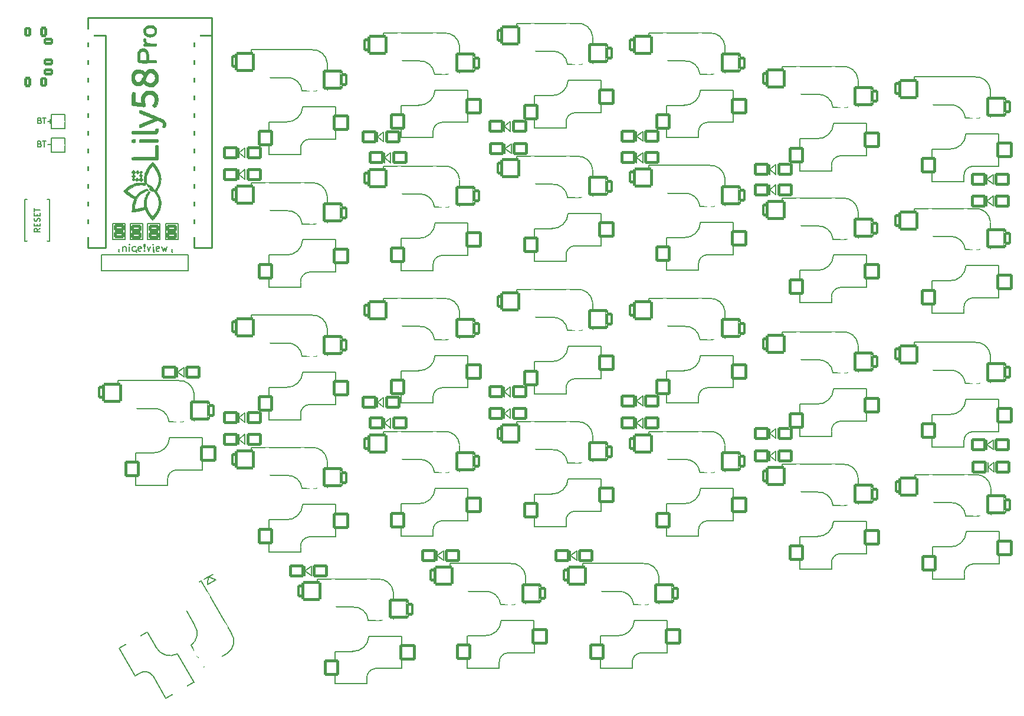
<source format=gto>
G04 #@! TF.GenerationSoftware,KiCad,Pcbnew,8.0.5*
G04 #@! TF.CreationDate,2024-10-03T23:55:07-04:00*
G04 #@! TF.ProjectId,Lily58_Pro,4c696c79-3538-45f5-9072-6f2e6b696361,rev?*
G04 #@! TF.SameCoordinates,Original*
G04 #@! TF.FileFunction,Legend,Top*
G04 #@! TF.FilePolarity,Positive*
%FSLAX46Y46*%
G04 Gerber Fmt 4.6, Leading zero omitted, Abs format (unit mm)*
G04 Created by KiCad (PCBNEW 8.0.5) date 2024-10-03 23:55:07*
%MOMM*%
%LPD*%
G01*
G04 APERTURE LIST*
G04 Aperture macros list*
%AMRoundRect*
0 Rectangle with rounded corners*
0 $1 Rounding radius*
0 $2 $3 $4 $5 $6 $7 $8 $9 X,Y pos of 4 corners*
0 Add a 4 corners polygon primitive as box body*
4,1,4,$2,$3,$4,$5,$6,$7,$8,$9,$2,$3,0*
0 Add four circle primitives for the rounded corners*
1,1,$1+$1,$2,$3*
1,1,$1+$1,$4,$5*
1,1,$1+$1,$6,$7*
1,1,$1+$1,$8,$9*
0 Add four rect primitives between the rounded corners*
20,1,$1+$1,$2,$3,$4,$5,0*
20,1,$1+$1,$4,$5,$6,$7,0*
20,1,$1+$1,$6,$7,$8,$9,0*
20,1,$1+$1,$8,$9,$2,$3,0*%
G04 Aperture macros list end*
%ADD10C,0.150000*%
%ADD11C,0.250000*%
%ADD12C,0.010000*%
%ADD13C,1.397000*%
%ADD14C,5.300000*%
%ADD15C,1.924000*%
%ADD16C,2.900000*%
%ADD17RoundRect,0.200000X-0.900000X-0.750000X0.900000X-0.750000X0.900000X0.750000X-0.900000X0.750000X0*%
%ADD18RoundRect,0.200000X-1.099519X0.404423X-0.199519X-1.154423X1.099519X-0.404423X0.199519X1.154423X0*%
%ADD19C,2.300000*%
%ADD20C,2.100000*%
%ADD21C,3.400000*%
%ADD22C,0.500000*%
%ADD23C,4.400000*%
%ADD24RoundRect,0.200000X-0.350000X-0.750000X0.350000X-0.750000X0.350000X0.750000X-0.350000X0.750000X0*%
%ADD25RoundRect,0.200000X1.200000X1.200000X-1.200000X1.200000X-1.200000X-1.200000X1.200000X-1.200000X0*%
%ADD26RoundRect,0.200000X1.000000X1.000000X-1.000000X1.000000X-1.000000X-1.000000X1.000000X-1.000000X0*%
%ADD27RoundRect,0.200000X0.900000X1.000000X-0.900000X1.000000X-0.900000X-1.000000X0.900000X-1.000000X0*%
%ADD28RoundRect,0.200000X1.250000X1.250000X-1.250000X1.250000X-1.250000X-1.250000X1.250000X-1.250000X0*%
%ADD29RoundRect,0.200000X-0.824519X-0.071891X-0.474519X-0.678109X0.824519X0.071891X0.474519X0.678109X0*%
%ADD30RoundRect,0.200000X1.639230X-0.439230X0.439230X1.639230X-1.639230X0.439230X-0.439230X-1.639230X0*%
%ADD31RoundRect,0.200000X1.366025X-0.366025X0.366025X1.366025X-1.366025X0.366025X-0.366025X-1.366025X0*%
%ADD32RoundRect,0.200000X1.316025X-0.279423X0.416025X1.279423X-1.316025X0.279423X-0.416025X-1.279423X0*%
%ADD33RoundRect,0.200000X1.707532X-0.457532X0.457532X1.707532X-1.707532X0.457532X-0.457532X-1.707532X0*%
%ADD34C,1.797000*%
%ADD35RoundRect,0.200000X0.571500X-0.317500X0.571500X0.317500X-0.571500X0.317500X-0.571500X-0.317500X0*%
%ADD36RoundRect,0.200000X0.300000X-0.500000X0.300000X0.500000X-0.300000X0.500000X-0.300000X-0.500000X0*%
%ADD37RoundRect,0.200000X0.300000X-0.550000X0.300000X0.550000X-0.300000X0.550000X-0.300000X-0.550000X0*%
%ADD38C,1.100000*%
%ADD39RoundRect,0.200000X0.500000X0.300000X-0.500000X0.300000X-0.500000X-0.300000X0.500000X-0.300000X0*%
G04 APERTURE END LIST*
D10*
X85362295Y-68861904D02*
X84981342Y-69128571D01*
X85362295Y-69319047D02*
X84562295Y-69319047D01*
X84562295Y-69319047D02*
X84562295Y-69014285D01*
X84562295Y-69014285D02*
X84600390Y-68938095D01*
X84600390Y-68938095D02*
X84638485Y-68900000D01*
X84638485Y-68900000D02*
X84714676Y-68861904D01*
X84714676Y-68861904D02*
X84828961Y-68861904D01*
X84828961Y-68861904D02*
X84905152Y-68900000D01*
X84905152Y-68900000D02*
X84943247Y-68938095D01*
X84943247Y-68938095D02*
X84981342Y-69014285D01*
X84981342Y-69014285D02*
X84981342Y-69319047D01*
X84943247Y-68519047D02*
X84943247Y-68252381D01*
X85362295Y-68138095D02*
X85362295Y-68519047D01*
X85362295Y-68519047D02*
X84562295Y-68519047D01*
X84562295Y-68519047D02*
X84562295Y-68138095D01*
X85324200Y-67833333D02*
X85362295Y-67719047D01*
X85362295Y-67719047D02*
X85362295Y-67528571D01*
X85362295Y-67528571D02*
X85324200Y-67452380D01*
X85324200Y-67452380D02*
X85286104Y-67414285D01*
X85286104Y-67414285D02*
X85209914Y-67376190D01*
X85209914Y-67376190D02*
X85133723Y-67376190D01*
X85133723Y-67376190D02*
X85057533Y-67414285D01*
X85057533Y-67414285D02*
X85019438Y-67452380D01*
X85019438Y-67452380D02*
X84981342Y-67528571D01*
X84981342Y-67528571D02*
X84943247Y-67680952D01*
X84943247Y-67680952D02*
X84905152Y-67757142D01*
X84905152Y-67757142D02*
X84867057Y-67795237D01*
X84867057Y-67795237D02*
X84790866Y-67833333D01*
X84790866Y-67833333D02*
X84714676Y-67833333D01*
X84714676Y-67833333D02*
X84638485Y-67795237D01*
X84638485Y-67795237D02*
X84600390Y-67757142D01*
X84600390Y-67757142D02*
X84562295Y-67680952D01*
X84562295Y-67680952D02*
X84562295Y-67490475D01*
X84562295Y-67490475D02*
X84600390Y-67376190D01*
X84943247Y-67033332D02*
X84943247Y-66766666D01*
X85362295Y-66652380D02*
X85362295Y-67033332D01*
X85362295Y-67033332D02*
X84562295Y-67033332D01*
X84562295Y-67033332D02*
X84562295Y-66652380D01*
X84562295Y-66423808D02*
X84562295Y-65966665D01*
X85362295Y-66195237D02*
X84562295Y-66195237D01*
X85320257Y-56717464D02*
X85436371Y-56756169D01*
X85436371Y-56756169D02*
X85475076Y-56794873D01*
X85475076Y-56794873D02*
X85513780Y-56872283D01*
X85513780Y-56872283D02*
X85513780Y-56988397D01*
X85513780Y-56988397D02*
X85475076Y-57065807D01*
X85475076Y-57065807D02*
X85436371Y-57104512D01*
X85436371Y-57104512D02*
X85358961Y-57143216D01*
X85358961Y-57143216D02*
X85049323Y-57143216D01*
X85049323Y-57143216D02*
X85049323Y-56330416D01*
X85049323Y-56330416D02*
X85320257Y-56330416D01*
X85320257Y-56330416D02*
X85397666Y-56369121D01*
X85397666Y-56369121D02*
X85436371Y-56407826D01*
X85436371Y-56407826D02*
X85475076Y-56485235D01*
X85475076Y-56485235D02*
X85475076Y-56562645D01*
X85475076Y-56562645D02*
X85436371Y-56640054D01*
X85436371Y-56640054D02*
X85397666Y-56678759D01*
X85397666Y-56678759D02*
X85320257Y-56717464D01*
X85320257Y-56717464D02*
X85049323Y-56717464D01*
X85746009Y-56330416D02*
X86210466Y-56330416D01*
X85978238Y-57143216D02*
X85978238Y-56330416D01*
X86481399Y-56833578D02*
X87100676Y-56833578D01*
X104358578Y-72268255D02*
X104319873Y-72229550D01*
X104319873Y-72229550D02*
X104281169Y-72152141D01*
X104281169Y-72152141D02*
X104358578Y-71997322D01*
X104358578Y-71997322D02*
X104319873Y-71919912D01*
X104319873Y-71919912D02*
X104281169Y-71881207D01*
X97275953Y-71463152D02*
X97275953Y-72129819D01*
X97275953Y-71558390D02*
X97323572Y-71510771D01*
X97323572Y-71510771D02*
X97418810Y-71463152D01*
X97418810Y-71463152D02*
X97561667Y-71463152D01*
X97561667Y-71463152D02*
X97656905Y-71510771D01*
X97656905Y-71510771D02*
X97704524Y-71606009D01*
X97704524Y-71606009D02*
X97704524Y-72129819D01*
X98180715Y-72129819D02*
X98180715Y-71463152D01*
X98180715Y-71129819D02*
X98133096Y-71177438D01*
X98133096Y-71177438D02*
X98180715Y-71225057D01*
X98180715Y-71225057D02*
X98228334Y-71177438D01*
X98228334Y-71177438D02*
X98180715Y-71129819D01*
X98180715Y-71129819D02*
X98180715Y-71225057D01*
X99085476Y-72082200D02*
X98990238Y-72129819D01*
X98990238Y-72129819D02*
X98799762Y-72129819D01*
X98799762Y-72129819D02*
X98704524Y-72082200D01*
X98704524Y-72082200D02*
X98656905Y-72034580D01*
X98656905Y-72034580D02*
X98609286Y-71939342D01*
X98609286Y-71939342D02*
X98609286Y-71653628D01*
X98609286Y-71653628D02*
X98656905Y-71558390D01*
X98656905Y-71558390D02*
X98704524Y-71510771D01*
X98704524Y-71510771D02*
X98799762Y-71463152D01*
X98799762Y-71463152D02*
X98990238Y-71463152D01*
X98990238Y-71463152D02*
X99085476Y-71510771D01*
X99895000Y-72082200D02*
X99799762Y-72129819D01*
X99799762Y-72129819D02*
X99609286Y-72129819D01*
X99609286Y-72129819D02*
X99514048Y-72082200D01*
X99514048Y-72082200D02*
X99466429Y-71986961D01*
X99466429Y-71986961D02*
X99466429Y-71606009D01*
X99466429Y-71606009D02*
X99514048Y-71510771D01*
X99514048Y-71510771D02*
X99609286Y-71463152D01*
X99609286Y-71463152D02*
X99799762Y-71463152D01*
X99799762Y-71463152D02*
X99895000Y-71510771D01*
X99895000Y-71510771D02*
X99942619Y-71606009D01*
X99942619Y-71606009D02*
X99942619Y-71701247D01*
X99942619Y-71701247D02*
X99466429Y-71796485D01*
X100371191Y-72034580D02*
X100418810Y-72082200D01*
X100418810Y-72082200D02*
X100371191Y-72129819D01*
X100371191Y-72129819D02*
X100323572Y-72082200D01*
X100323572Y-72082200D02*
X100371191Y-72034580D01*
X100371191Y-72034580D02*
X100371191Y-72129819D01*
X100371191Y-71748866D02*
X100323572Y-71177438D01*
X100323572Y-71177438D02*
X100371191Y-71129819D01*
X100371191Y-71129819D02*
X100418810Y-71177438D01*
X100418810Y-71177438D02*
X100371191Y-71748866D01*
X100371191Y-71748866D02*
X100371191Y-71129819D01*
X100752143Y-71463152D02*
X100990238Y-72129819D01*
X100990238Y-72129819D02*
X101228333Y-71463152D01*
X101609286Y-72129819D02*
X101609286Y-71463152D01*
X101609286Y-71129819D02*
X101561667Y-71177438D01*
X101561667Y-71177438D02*
X101609286Y-71225057D01*
X101609286Y-71225057D02*
X101656905Y-71177438D01*
X101656905Y-71177438D02*
X101609286Y-71129819D01*
X101609286Y-71129819D02*
X101609286Y-71225057D01*
X102466428Y-72082200D02*
X102371190Y-72129819D01*
X102371190Y-72129819D02*
X102180714Y-72129819D01*
X102180714Y-72129819D02*
X102085476Y-72082200D01*
X102085476Y-72082200D02*
X102037857Y-71986961D01*
X102037857Y-71986961D02*
X102037857Y-71606009D01*
X102037857Y-71606009D02*
X102085476Y-71510771D01*
X102085476Y-71510771D02*
X102180714Y-71463152D01*
X102180714Y-71463152D02*
X102371190Y-71463152D01*
X102371190Y-71463152D02*
X102466428Y-71510771D01*
X102466428Y-71510771D02*
X102514047Y-71606009D01*
X102514047Y-71606009D02*
X102514047Y-71701247D01*
X102514047Y-71701247D02*
X102037857Y-71796485D01*
X102847381Y-71463152D02*
X103037857Y-72129819D01*
X103037857Y-72129819D02*
X103228333Y-71653628D01*
X103228333Y-71653628D02*
X103418809Y-72129819D01*
X103418809Y-72129819D02*
X103609285Y-71463152D01*
X99258578Y-72268255D02*
X99219873Y-72229550D01*
X99219873Y-72229550D02*
X99181169Y-72152141D01*
X99181169Y-72152141D02*
X99258578Y-71997322D01*
X99258578Y-71997322D02*
X99219873Y-71919912D01*
X99219873Y-71919912D02*
X99181169Y-71881207D01*
X96758578Y-72243255D02*
X96719873Y-72204550D01*
X96719873Y-72204550D02*
X96681169Y-72127141D01*
X96681169Y-72127141D02*
X96758578Y-71972322D01*
X96758578Y-71972322D02*
X96719873Y-71894912D01*
X96719873Y-71894912D02*
X96681169Y-71856207D01*
X101758578Y-72268255D02*
X101719873Y-72229550D01*
X101719873Y-72229550D02*
X101681169Y-72152141D01*
X101681169Y-72152141D02*
X101758578Y-71997322D01*
X101758578Y-71997322D02*
X101719873Y-71919912D01*
X101719873Y-71919912D02*
X101681169Y-71881207D01*
X85320257Y-53367464D02*
X85436371Y-53406169D01*
X85436371Y-53406169D02*
X85475076Y-53444873D01*
X85475076Y-53444873D02*
X85513780Y-53522283D01*
X85513780Y-53522283D02*
X85513780Y-53638397D01*
X85513780Y-53638397D02*
X85475076Y-53715807D01*
X85475076Y-53715807D02*
X85436371Y-53754512D01*
X85436371Y-53754512D02*
X85358961Y-53793216D01*
X85358961Y-53793216D02*
X85049323Y-53793216D01*
X85049323Y-53793216D02*
X85049323Y-52980416D01*
X85049323Y-52980416D02*
X85320257Y-52980416D01*
X85320257Y-52980416D02*
X85397666Y-53019121D01*
X85397666Y-53019121D02*
X85436371Y-53057826D01*
X85436371Y-53057826D02*
X85475076Y-53135235D01*
X85475076Y-53135235D02*
X85475076Y-53212645D01*
X85475076Y-53212645D02*
X85436371Y-53290054D01*
X85436371Y-53290054D02*
X85397666Y-53328759D01*
X85397666Y-53328759D02*
X85320257Y-53367464D01*
X85320257Y-53367464D02*
X85049323Y-53367464D01*
X85746009Y-52980416D02*
X86210466Y-52980416D01*
X85978238Y-53793216D02*
X85978238Y-52980416D01*
X86481399Y-53483578D02*
X87100676Y-53483578D01*
X86791037Y-53793216D02*
X86791037Y-53173940D01*
D11*
G04 #@! TO.C,U1*
X92208815Y-38615745D02*
X92208815Y-71635745D01*
D10*
X92208815Y-41155745D02*
X92208815Y-71635745D01*
D11*
X92208815Y-71635745D02*
X94748815Y-71635745D01*
X94748815Y-41155745D02*
X92208815Y-41155745D01*
X94748815Y-71635745D02*
X94748815Y-41155745D01*
X107448815Y-41155745D02*
X107448815Y-71635745D01*
X107448815Y-71635745D02*
X109988815Y-71635745D01*
X109988815Y-38615745D02*
X92208815Y-38615745D01*
X109988815Y-41155745D02*
X107448815Y-41155745D01*
X109988815Y-71635745D02*
X109988815Y-38615745D01*
D10*
X109988815Y-71635745D02*
X109988815Y-41155745D01*
D12*
G04 #@! TO.C,G\u002A\u002A\u002A*
X98892986Y-56053029D02*
X98928964Y-56060169D01*
X98983472Y-56079431D01*
X99013044Y-56106963D01*
X99031432Y-56155200D01*
X99049875Y-56276251D01*
X99037192Y-56387140D01*
X99023202Y-56427039D01*
X98994843Y-56469053D01*
X98949375Y-56495841D01*
X98880738Y-56509070D01*
X98782869Y-56510412D01*
X98730163Y-56507741D01*
X98638171Y-56497275D01*
X98578047Y-56475254D01*
X98543341Y-56434719D01*
X98527598Y-56368709D01*
X98524308Y-56285675D01*
X98528387Y-56189193D01*
X98544482Y-56124292D01*
X98578376Y-56083974D01*
X98635857Y-56061243D01*
X98719693Y-56049373D01*
X98809396Y-56046575D01*
X98892986Y-56053029D01*
G36*
X98892986Y-56053029D02*
G01*
X98928964Y-56060169D01*
X98983472Y-56079431D01*
X99013044Y-56106963D01*
X99031432Y-56155200D01*
X99049875Y-56276251D01*
X99037192Y-56387140D01*
X99023202Y-56427039D01*
X98994843Y-56469053D01*
X98949375Y-56495841D01*
X98880738Y-56509070D01*
X98782869Y-56510412D01*
X98730163Y-56507741D01*
X98638171Y-56497275D01*
X98578047Y-56475254D01*
X98543341Y-56434719D01*
X98527598Y-56368709D01*
X98524308Y-56285675D01*
X98528387Y-56189193D01*
X98544482Y-56124292D01*
X98578376Y-56083974D01*
X98635857Y-56061243D01*
X98719693Y-56049373D01*
X98809396Y-56046575D01*
X98892986Y-56053029D01*
G37*
X99861273Y-60588975D02*
X99907253Y-60623711D01*
X99956461Y-60669691D01*
X99998905Y-60717170D01*
X100024589Y-60756401D01*
X100028026Y-60769799D01*
X100014313Y-60798593D01*
X99979480Y-60842697D01*
X99940779Y-60882962D01*
X99891222Y-60926959D01*
X99850186Y-60957064D01*
X99829917Y-60966000D01*
X99799847Y-60951953D01*
X99756290Y-60916497D01*
X99708968Y-60869657D01*
X99667606Y-60821463D01*
X99641928Y-60781939D01*
X99638000Y-60768095D01*
X99652093Y-60733978D01*
X99687572Y-60687446D01*
X99734237Y-60638825D01*
X99781889Y-60598439D01*
X99820328Y-60576615D01*
X99828516Y-60575231D01*
X99861273Y-60588975D01*
G36*
X99861273Y-60588975D02*
G01*
X99907253Y-60623711D01*
X99956461Y-60669691D01*
X99998905Y-60717170D01*
X100024589Y-60756401D01*
X100028026Y-60769799D01*
X100014313Y-60798593D01*
X99979480Y-60842697D01*
X99940779Y-60882962D01*
X99891222Y-60926959D01*
X99850186Y-60957064D01*
X99829917Y-60966000D01*
X99799847Y-60951953D01*
X99756290Y-60916497D01*
X99708968Y-60869657D01*
X99667606Y-60821463D01*
X99641928Y-60781939D01*
X99638000Y-60768095D01*
X99652093Y-60733978D01*
X99687572Y-60687446D01*
X99734237Y-60638825D01*
X99781889Y-60598439D01*
X99820328Y-60576615D01*
X99828516Y-60575231D01*
X99861273Y-60588975D01*
G37*
X98895764Y-61190915D02*
X98954939Y-61254352D01*
X98995350Y-61307732D01*
X99011668Y-61343916D01*
X99011768Y-61346389D01*
X98997338Y-61379104D01*
X98960046Y-61427212D01*
X98907229Y-61481306D01*
X98904707Y-61483636D01*
X98850200Y-61532190D01*
X98805304Y-61569312D01*
X98778929Y-61587671D01*
X98777586Y-61588215D01*
X98755808Y-61578354D01*
X98715855Y-61547258D01*
X98665773Y-61502663D01*
X98613610Y-61452307D01*
X98567410Y-61403926D01*
X98535223Y-61365257D01*
X98524881Y-61345242D01*
X98539806Y-61317627D01*
X98581446Y-61268406D01*
X98646611Y-61201125D01*
X98707163Y-61142680D01*
X98778758Y-61075130D01*
X98895764Y-61190915D01*
G36*
X98895764Y-61190915D02*
G01*
X98954939Y-61254352D01*
X98995350Y-61307732D01*
X99011668Y-61343916D01*
X99011768Y-61346389D01*
X98997338Y-61379104D01*
X98960046Y-61427212D01*
X98907229Y-61481306D01*
X98904707Y-61483636D01*
X98850200Y-61532190D01*
X98805304Y-61569312D01*
X98778929Y-61587671D01*
X98777586Y-61588215D01*
X98755808Y-61578354D01*
X98715855Y-61547258D01*
X98665773Y-61502663D01*
X98613610Y-61452307D01*
X98567410Y-61403926D01*
X98535223Y-61365257D01*
X98524881Y-61345242D01*
X98539806Y-61317627D01*
X98581446Y-61268406D01*
X98646611Y-61201125D01*
X98707163Y-61142680D01*
X98778758Y-61075130D01*
X98895764Y-61190915D01*
G37*
X98792385Y-61623856D02*
X98831598Y-61657103D01*
X98878455Y-61701489D01*
X98923829Y-61747993D01*
X98958592Y-61787596D01*
X98973616Y-61811275D01*
X98973693Y-61812128D01*
X98960902Y-61832162D01*
X98927251Y-61871315D01*
X98879818Y-61921387D01*
X98876184Y-61925070D01*
X98816411Y-61979985D01*
X98773382Y-62007770D01*
X98754069Y-62009192D01*
X98719442Y-61983228D01*
X98674205Y-61942301D01*
X98627444Y-61895646D01*
X98588248Y-61852493D01*
X98565705Y-61822075D01*
X98563385Y-61815477D01*
X98576767Y-61791393D01*
X98610791Y-61751162D01*
X98656274Y-61703884D01*
X98704034Y-61658660D01*
X98744886Y-61624591D01*
X98769648Y-61610777D01*
X98769945Y-61610769D01*
X98792385Y-61623856D01*
G36*
X98792385Y-61623856D02*
G01*
X98831598Y-61657103D01*
X98878455Y-61701489D01*
X98923829Y-61747993D01*
X98958592Y-61787596D01*
X98973616Y-61811275D01*
X98973693Y-61812128D01*
X98960902Y-61832162D01*
X98927251Y-61871315D01*
X98879818Y-61921387D01*
X98876184Y-61925070D01*
X98816411Y-61979985D01*
X98773382Y-62007770D01*
X98754069Y-62009192D01*
X98719442Y-61983228D01*
X98674205Y-61942301D01*
X98627444Y-61895646D01*
X98588248Y-61852493D01*
X98565705Y-61822075D01*
X98563385Y-61815477D01*
X98576767Y-61791393D01*
X98610791Y-61751162D01*
X98656274Y-61703884D01*
X98704034Y-61658660D01*
X98744886Y-61624591D01*
X98769648Y-61610777D01*
X98769945Y-61610769D01*
X98792385Y-61623856D01*
G37*
X99843712Y-60999105D02*
X99884931Y-61034269D01*
X99935107Y-61082732D01*
X99986227Y-61136194D01*
X100030279Y-61186355D01*
X100059251Y-61224916D01*
X100066265Y-61241195D01*
X100052218Y-61268347D01*
X100017131Y-61311877D01*
X99973457Y-61357495D01*
X99906025Y-61422977D01*
X99859094Y-61463377D01*
X99823945Y-61479558D01*
X99791862Y-61472385D01*
X99754126Y-61442724D01*
X99702019Y-61391438D01*
X99695582Y-61385054D01*
X99642060Y-61328960D01*
X99601563Y-61280559D01*
X99580780Y-61248060D01*
X99579385Y-61242405D01*
X99592244Y-61217298D01*
X99625549Y-61174296D01*
X99671395Y-61121857D01*
X99721874Y-61068442D01*
X99769081Y-61022509D01*
X99805108Y-60992517D01*
X99819462Y-60985539D01*
X99843712Y-60999105D01*
G36*
X99843712Y-60999105D02*
G01*
X99884931Y-61034269D01*
X99935107Y-61082732D01*
X99986227Y-61136194D01*
X100030279Y-61186355D01*
X100059251Y-61224916D01*
X100066265Y-61241195D01*
X100052218Y-61268347D01*
X100017131Y-61311877D01*
X99973457Y-61357495D01*
X99906025Y-61422977D01*
X99859094Y-61463377D01*
X99823945Y-61479558D01*
X99791862Y-61472385D01*
X99754126Y-61442724D01*
X99702019Y-61391438D01*
X99695582Y-61385054D01*
X99642060Y-61328960D01*
X99601563Y-61280559D01*
X99580780Y-61248060D01*
X99579385Y-61242405D01*
X99592244Y-61217298D01*
X99625549Y-61174296D01*
X99671395Y-61121857D01*
X99721874Y-61068442D01*
X99769081Y-61022509D01*
X99805108Y-60992517D01*
X99819462Y-60985539D01*
X99843712Y-60999105D01*
G37*
X99274214Y-61584798D02*
X99317133Y-61618731D01*
X99368935Y-61665419D01*
X99421281Y-61716788D01*
X99465834Y-61764763D01*
X99494253Y-61801271D01*
X99500117Y-61815312D01*
X99486401Y-61837405D01*
X99450903Y-61878442D01*
X99400424Y-61930725D01*
X99383010Y-61947808D01*
X99327235Y-61999677D01*
X99280857Y-62038870D01*
X99251739Y-62058870D01*
X99247464Y-62060154D01*
X99218189Y-62046174D01*
X99173602Y-62010156D01*
X99122286Y-61960979D01*
X99072824Y-61907526D01*
X99033800Y-61858677D01*
X99013796Y-61823313D01*
X99012770Y-61817316D01*
X99026382Y-61784780D01*
X99061467Y-61736939D01*
X99109402Y-61682781D01*
X99161560Y-61631291D01*
X99209316Y-61591457D01*
X99244045Y-61572264D01*
X99248516Y-61571692D01*
X99274214Y-61584798D01*
G36*
X99274214Y-61584798D02*
G01*
X99317133Y-61618731D01*
X99368935Y-61665419D01*
X99421281Y-61716788D01*
X99465834Y-61764763D01*
X99494253Y-61801271D01*
X99500117Y-61815312D01*
X99486401Y-61837405D01*
X99450903Y-61878442D01*
X99400424Y-61930725D01*
X99383010Y-61947808D01*
X99327235Y-61999677D01*
X99280857Y-62038870D01*
X99251739Y-62058870D01*
X99247464Y-62060154D01*
X99218189Y-62046174D01*
X99173602Y-62010156D01*
X99122286Y-61960979D01*
X99072824Y-61907526D01*
X99033800Y-61858677D01*
X99013796Y-61823313D01*
X99012770Y-61817316D01*
X99026382Y-61784780D01*
X99061467Y-61736939D01*
X99109402Y-61682781D01*
X99161560Y-61631291D01*
X99209316Y-61591457D01*
X99244045Y-61572264D01*
X99248516Y-61571692D01*
X99274214Y-61584798D01*
G37*
X99376923Y-60530110D02*
X99416278Y-60564734D01*
X99465321Y-60612362D01*
X99516048Y-60664774D01*
X99560456Y-60713750D01*
X99590543Y-60751072D01*
X99598924Y-60766957D01*
X99586064Y-60787528D01*
X99551744Y-60828133D01*
X99502347Y-60881391D01*
X99480268Y-60904106D01*
X99425433Y-60958410D01*
X99380827Y-61000006D01*
X99353476Y-61022447D01*
X99348950Y-61024616D01*
X99325749Y-61010909D01*
X99285744Y-60975434D01*
X99236885Y-60926657D01*
X99187122Y-60873047D01*
X99144406Y-60823071D01*
X99116688Y-60785196D01*
X99110462Y-60770616D01*
X99123655Y-60744323D01*
X99157818Y-60700757D01*
X99204824Y-60648348D01*
X99256547Y-60595524D01*
X99304860Y-60550714D01*
X99341638Y-60522345D01*
X99355259Y-60516709D01*
X99376923Y-60530110D01*
G36*
X99376923Y-60530110D02*
G01*
X99416278Y-60564734D01*
X99465321Y-60612362D01*
X99516048Y-60664774D01*
X99560456Y-60713750D01*
X99590543Y-60751072D01*
X99598924Y-60766957D01*
X99586064Y-60787528D01*
X99551744Y-60828133D01*
X99502347Y-60881391D01*
X99480268Y-60904106D01*
X99425433Y-60958410D01*
X99380827Y-61000006D01*
X99353476Y-61022447D01*
X99348950Y-61024616D01*
X99325749Y-61010909D01*
X99285744Y-60975434D01*
X99236885Y-60926657D01*
X99187122Y-60873047D01*
X99144406Y-60823071D01*
X99116688Y-60785196D01*
X99110462Y-60770616D01*
X99123655Y-60744323D01*
X99157818Y-60700757D01*
X99204824Y-60648348D01*
X99256547Y-60595524D01*
X99304860Y-60550714D01*
X99341638Y-60522345D01*
X99355259Y-60516709D01*
X99376923Y-60530110D01*
G37*
X99855704Y-61546479D02*
X99904952Y-61582697D01*
X99962102Y-61633213D01*
X100018960Y-61689971D01*
X100067333Y-61744915D01*
X100099026Y-61789987D01*
X100106924Y-61812229D01*
X100093969Y-61840966D01*
X100059343Y-61888575D01*
X100009401Y-61946696D01*
X99984808Y-61972829D01*
X99921537Y-62033721D01*
X99867342Y-62077366D01*
X99829372Y-62098182D01*
X99823092Y-62099165D01*
X99794503Y-62086006D01*
X99747962Y-62051419D01*
X99691333Y-62002828D01*
X99632478Y-61947654D01*
X99579262Y-61893320D01*
X99539548Y-61847247D01*
X99521199Y-61816858D01*
X99520770Y-61813805D01*
X99534848Y-61786415D01*
X99571774Y-61742408D01*
X99623587Y-61689203D01*
X99682323Y-61634220D01*
X99740021Y-61584876D01*
X99788717Y-61548592D01*
X99820451Y-61532786D01*
X99822552Y-61532616D01*
X99855704Y-61546479D01*
G36*
X99855704Y-61546479D02*
G01*
X99904952Y-61582697D01*
X99962102Y-61633213D01*
X100018960Y-61689971D01*
X100067333Y-61744915D01*
X100099026Y-61789987D01*
X100106924Y-61812229D01*
X100093969Y-61840966D01*
X100059343Y-61888575D01*
X100009401Y-61946696D01*
X99984808Y-61972829D01*
X99921537Y-62033721D01*
X99867342Y-62077366D01*
X99829372Y-62098182D01*
X99823092Y-62099165D01*
X99794503Y-62086006D01*
X99747962Y-62051419D01*
X99691333Y-62002828D01*
X99632478Y-61947654D01*
X99579262Y-61893320D01*
X99539548Y-61847247D01*
X99521199Y-61816858D01*
X99520770Y-61813805D01*
X99534848Y-61786415D01*
X99571774Y-61742408D01*
X99623587Y-61689203D01*
X99682323Y-61634220D01*
X99740021Y-61584876D01*
X99788717Y-61548592D01*
X99820451Y-61532786D01*
X99822552Y-61532616D01*
X99855704Y-61546479D01*
G37*
X98803082Y-60490864D02*
X98847726Y-60525816D01*
X98902676Y-60574861D01*
X98960194Y-60630463D01*
X99012543Y-60685088D01*
X99051985Y-60731201D01*
X99070783Y-60761267D01*
X99071385Y-60764725D01*
X99058397Y-60787387D01*
X99023428Y-60830290D01*
X98972469Y-60886387D01*
X98934755Y-60925427D01*
X98874758Y-60984068D01*
X98823486Y-61030370D01*
X98787865Y-61058279D01*
X98776548Y-61063692D01*
X98750303Y-61050108D01*
X98706294Y-61014466D01*
X98652125Y-60964432D01*
X98595397Y-60907673D01*
X98543713Y-60851856D01*
X98504677Y-60804646D01*
X98485892Y-60773710D01*
X98485231Y-60769943D01*
X98498942Y-60740572D01*
X98534882Y-60694041D01*
X98585267Y-60638167D01*
X98642310Y-60580768D01*
X98698226Y-60529658D01*
X98745230Y-60492656D01*
X98775534Y-60477577D01*
X98776480Y-60477539D01*
X98803082Y-60490864D01*
G36*
X98803082Y-60490864D02*
G01*
X98847726Y-60525816D01*
X98902676Y-60574861D01*
X98960194Y-60630463D01*
X99012543Y-60685088D01*
X99051985Y-60731201D01*
X99070783Y-60761267D01*
X99071385Y-60764725D01*
X99058397Y-60787387D01*
X99023428Y-60830290D01*
X98972469Y-60886387D01*
X98934755Y-60925427D01*
X98874758Y-60984068D01*
X98823486Y-61030370D01*
X98787865Y-61058279D01*
X98776548Y-61063692D01*
X98750303Y-61050108D01*
X98706294Y-61014466D01*
X98652125Y-60964432D01*
X98595397Y-60907673D01*
X98543713Y-60851856D01*
X98504677Y-60804646D01*
X98485892Y-60773710D01*
X98485231Y-60769943D01*
X98498942Y-60740572D01*
X98534882Y-60694041D01*
X98585267Y-60638167D01*
X98642310Y-60580768D01*
X98698226Y-60529658D01*
X98745230Y-60492656D01*
X98775534Y-60477577D01*
X98776480Y-60477539D01*
X98803082Y-60490864D01*
G37*
X102192577Y-54486040D02*
X102261415Y-54518277D01*
X102263289Y-54519726D01*
X102290298Y-54544388D01*
X102305650Y-54572517D01*
X102312460Y-54615273D01*
X102313843Y-54683814D01*
X102313752Y-54700457D01*
X102302916Y-54831210D01*
X102274928Y-54938930D01*
X102207711Y-55060352D01*
X102108833Y-55162102D01*
X101985781Y-55238214D01*
X101875154Y-55290077D01*
X100239971Y-55295393D01*
X98604788Y-55300710D01*
X98564548Y-55257517D01*
X98537065Y-55204801D01*
X98523363Y-55130116D01*
X98523569Y-55048109D01*
X98537813Y-54973425D01*
X98561648Y-54925896D01*
X98598988Y-54879769D01*
X100168687Y-54870000D01*
X100453375Y-54868200D01*
X100701605Y-54866528D01*
X100915995Y-54864909D01*
X101099164Y-54863266D01*
X101253728Y-54861522D01*
X101382307Y-54859600D01*
X101487518Y-54857424D01*
X101571980Y-54854917D01*
X101638311Y-54852002D01*
X101689129Y-54848602D01*
X101727051Y-54844642D01*
X101754697Y-54840043D01*
X101774685Y-54834729D01*
X101789632Y-54828624D01*
X101801314Y-54822163D01*
X101852658Y-54774190D01*
X101895964Y-54705048D01*
X101921201Y-54632493D01*
X101924000Y-54604947D01*
X101936966Y-54571657D01*
X101968523Y-54530700D01*
X101971958Y-54527189D01*
X102033027Y-54490876D01*
X102111507Y-54477033D01*
X102192577Y-54486040D01*
G36*
X102192577Y-54486040D02*
G01*
X102261415Y-54518277D01*
X102263289Y-54519726D01*
X102290298Y-54544388D01*
X102305650Y-54572517D01*
X102312460Y-54615273D01*
X102313843Y-54683814D01*
X102313752Y-54700457D01*
X102302916Y-54831210D01*
X102274928Y-54938930D01*
X102207711Y-55060352D01*
X102108833Y-55162102D01*
X101985781Y-55238214D01*
X101875154Y-55290077D01*
X100239971Y-55295393D01*
X98604788Y-55300710D01*
X98564548Y-55257517D01*
X98537065Y-55204801D01*
X98523363Y-55130116D01*
X98523569Y-55048109D01*
X98537813Y-54973425D01*
X98561648Y-54925896D01*
X98598988Y-54879769D01*
X100168687Y-54870000D01*
X100453375Y-54868200D01*
X100701605Y-54866528D01*
X100915995Y-54864909D01*
X101099164Y-54863266D01*
X101253728Y-54861522D01*
X101382307Y-54859600D01*
X101487518Y-54857424D01*
X101571980Y-54854917D01*
X101638311Y-54852002D01*
X101689129Y-54848602D01*
X101727051Y-54844642D01*
X101754697Y-54840043D01*
X101774685Y-54834729D01*
X101789632Y-54828624D01*
X101801314Y-54822163D01*
X101852658Y-54774190D01*
X101895964Y-54705048D01*
X101921201Y-54632493D01*
X101924000Y-54604947D01*
X101936966Y-54571657D01*
X101968523Y-54530700D01*
X101971958Y-54527189D01*
X102033027Y-54490876D01*
X102111507Y-54477033D01*
X102192577Y-54486040D01*
G37*
X102080892Y-56882334D02*
X102098894Y-56882462D01*
X102170960Y-56885407D01*
X102216996Y-56896566D01*
X102249760Y-56919425D01*
X102255393Y-56925223D01*
X102264330Y-56935772D01*
X102271821Y-56948795D01*
X102277991Y-56967601D01*
X102282970Y-56995501D01*
X102286885Y-57035804D01*
X102289864Y-57091820D01*
X102292034Y-57166859D01*
X102293524Y-57264231D01*
X102294461Y-57387246D01*
X102294972Y-57539213D01*
X102295187Y-57723443D01*
X102295231Y-57943246D01*
X102295231Y-58946727D01*
X102250010Y-58989210D01*
X102204790Y-59031692D01*
X98609274Y-59031692D01*
X98566791Y-58986472D01*
X98542291Y-58952559D01*
X98529400Y-58909122D01*
X98525031Y-58843550D01*
X98524930Y-58815510D01*
X98523729Y-58779962D01*
X98521340Y-58748778D01*
X98520139Y-58721664D01*
X98522506Y-58698322D01*
X98530817Y-58678456D01*
X98547451Y-58661770D01*
X98574786Y-58647967D01*
X98615199Y-58636752D01*
X98671069Y-58627828D01*
X98744774Y-58620899D01*
X98838691Y-58615668D01*
X98955199Y-58611839D01*
X99096675Y-58609115D01*
X99265498Y-58607202D01*
X99464045Y-58605801D01*
X99694695Y-58604617D01*
X99959825Y-58603354D01*
X100239645Y-58601846D01*
X101894693Y-58592077D01*
X101904462Y-57776964D01*
X101906884Y-57566636D01*
X101909134Y-57392057D01*
X101911935Y-57249907D01*
X101916006Y-57136868D01*
X101922069Y-57049622D01*
X101930846Y-56984850D01*
X101943059Y-56939233D01*
X101959427Y-56909453D01*
X101980674Y-56892192D01*
X102007519Y-56884131D01*
X102040684Y-56881951D01*
X102080892Y-56882334D01*
G36*
X102080892Y-56882334D02*
G01*
X102098894Y-56882462D01*
X102170960Y-56885407D01*
X102216996Y-56896566D01*
X102249760Y-56919425D01*
X102255393Y-56925223D01*
X102264330Y-56935772D01*
X102271821Y-56948795D01*
X102277991Y-56967601D01*
X102282970Y-56995501D01*
X102286885Y-57035804D01*
X102289864Y-57091820D01*
X102292034Y-57166859D01*
X102293524Y-57264231D01*
X102294461Y-57387246D01*
X102294972Y-57539213D01*
X102295187Y-57723443D01*
X102295231Y-57943246D01*
X102295231Y-58946727D01*
X102250010Y-58989210D01*
X102204790Y-59031692D01*
X98609274Y-59031692D01*
X98566791Y-58986472D01*
X98542291Y-58952559D01*
X98529400Y-58909122D01*
X98525031Y-58843550D01*
X98524930Y-58815510D01*
X98523729Y-58779962D01*
X98521340Y-58748778D01*
X98520139Y-58721664D01*
X98522506Y-58698322D01*
X98530817Y-58678456D01*
X98547451Y-58661770D01*
X98574786Y-58647967D01*
X98615199Y-58636752D01*
X98671069Y-58627828D01*
X98744774Y-58620899D01*
X98838691Y-58615668D01*
X98955199Y-58611839D01*
X99096675Y-58609115D01*
X99265498Y-58607202D01*
X99464045Y-58605801D01*
X99694695Y-58604617D01*
X99959825Y-58603354D01*
X100239645Y-58601846D01*
X101894693Y-58592077D01*
X101904462Y-57776964D01*
X101906884Y-57566636D01*
X101909134Y-57392057D01*
X101911935Y-57249907D01*
X101916006Y-57136868D01*
X101922069Y-57049622D01*
X101930846Y-56984850D01*
X101943059Y-56939233D01*
X101959427Y-56909453D01*
X101980674Y-56892192D01*
X102007519Y-56884131D01*
X102040684Y-56881951D01*
X102080892Y-56882334D01*
G37*
X101372761Y-39697225D02*
X101560273Y-39742623D01*
X101695976Y-39801665D01*
X101794217Y-39869663D01*
X101890321Y-39961821D01*
X101973617Y-40066129D01*
X102033438Y-40170578D01*
X102041886Y-40191055D01*
X102072773Y-40304319D01*
X102090379Y-40437886D01*
X102093935Y-40576014D01*
X102082673Y-40702964D01*
X102069763Y-40762757D01*
X102006072Y-40920114D01*
X101910085Y-41057507D01*
X101784358Y-41172642D01*
X101631448Y-41263227D01*
X101453911Y-41326968D01*
X101435539Y-41331622D01*
X101334480Y-41348093D01*
X101211057Y-41356086D01*
X101152231Y-41355873D01*
X101080753Y-41355612D01*
X100959050Y-41346681D01*
X100868924Y-41331238D01*
X100687679Y-41268753D01*
X100532528Y-41179048D01*
X100405348Y-41064622D01*
X100308012Y-40927975D01*
X100242396Y-40771607D01*
X100210376Y-40598017D01*
X100210108Y-40517350D01*
X100495942Y-40517350D01*
X100511794Y-40636813D01*
X100557459Y-40747843D01*
X100626031Y-40835498D01*
X100727221Y-40910524D01*
X100851892Y-40961817D01*
X101003440Y-40990425D01*
X101152231Y-40997692D01*
X101330447Y-40985562D01*
X101483759Y-40949859D01*
X101609902Y-40891618D01*
X101706612Y-40811872D01*
X101769787Y-40715767D01*
X101796515Y-40623397D01*
X101805481Y-40514752D01*
X101796365Y-40408025D01*
X101776425Y-40337642D01*
X101712815Y-40230639D01*
X101621079Y-40147937D01*
X101500399Y-40089190D01*
X101349954Y-40054053D01*
X101168925Y-40042179D01*
X101081005Y-40044161D01*
X100927193Y-40058623D01*
X100803489Y-40088015D01*
X100703038Y-40134580D01*
X100627114Y-40192779D01*
X100553616Y-40286893D01*
X100509887Y-40397897D01*
X100495942Y-40517350D01*
X100210108Y-40517350D01*
X100209893Y-40452767D01*
X100231875Y-40294344D01*
X100276012Y-40161064D01*
X100346438Y-40043396D01*
X100427598Y-39950982D01*
X100560075Y-39839698D01*
X100705554Y-39759246D01*
X100869023Y-39707790D01*
X101055471Y-39683496D01*
X101162000Y-39680981D01*
X101372761Y-39697225D01*
G36*
X101372761Y-39697225D02*
G01*
X101560273Y-39742623D01*
X101695976Y-39801665D01*
X101794217Y-39869663D01*
X101890321Y-39961821D01*
X101973617Y-40066129D01*
X102033438Y-40170578D01*
X102041886Y-40191055D01*
X102072773Y-40304319D01*
X102090379Y-40437886D01*
X102093935Y-40576014D01*
X102082673Y-40702964D01*
X102069763Y-40762757D01*
X102006072Y-40920114D01*
X101910085Y-41057507D01*
X101784358Y-41172642D01*
X101631448Y-41263227D01*
X101453911Y-41326968D01*
X101435539Y-41331622D01*
X101334480Y-41348093D01*
X101211057Y-41356086D01*
X101152231Y-41355873D01*
X101080753Y-41355612D01*
X100959050Y-41346681D01*
X100868924Y-41331238D01*
X100687679Y-41268753D01*
X100532528Y-41179048D01*
X100405348Y-41064622D01*
X100308012Y-40927975D01*
X100242396Y-40771607D01*
X100210376Y-40598017D01*
X100210108Y-40517350D01*
X100495942Y-40517350D01*
X100511794Y-40636813D01*
X100557459Y-40747843D01*
X100626031Y-40835498D01*
X100727221Y-40910524D01*
X100851892Y-40961817D01*
X101003440Y-40990425D01*
X101152231Y-40997692D01*
X101330447Y-40985562D01*
X101483759Y-40949859D01*
X101609902Y-40891618D01*
X101706612Y-40811872D01*
X101769787Y-40715767D01*
X101796515Y-40623397D01*
X101805481Y-40514752D01*
X101796365Y-40408025D01*
X101776425Y-40337642D01*
X101712815Y-40230639D01*
X101621079Y-40147937D01*
X101500399Y-40089190D01*
X101349954Y-40054053D01*
X101168925Y-40042179D01*
X101081005Y-40044161D01*
X100927193Y-40058623D01*
X100803489Y-40088015D01*
X100703038Y-40134580D01*
X100627114Y-40192779D01*
X100553616Y-40286893D01*
X100509887Y-40397897D01*
X100495942Y-40517350D01*
X100210108Y-40517350D01*
X100209893Y-40452767D01*
X100231875Y-40294344D01*
X100276012Y-40161064D01*
X100346438Y-40043396D01*
X100427598Y-39950982D01*
X100560075Y-39839698D01*
X100705554Y-39759246D01*
X100869023Y-39707790D01*
X101055471Y-39683496D01*
X101162000Y-39680981D01*
X101372761Y-39697225D01*
G37*
X101189565Y-56061869D02*
X101405678Y-56061998D01*
X101588577Y-56062325D01*
X101741197Y-56062939D01*
X101866467Y-56063932D01*
X101967321Y-56065395D01*
X102046691Y-56067419D01*
X102107509Y-56070094D01*
X102152707Y-56073512D01*
X102185216Y-56077763D01*
X102207970Y-56082938D01*
X102223900Y-56089129D01*
X102235939Y-56096425D01*
X102243750Y-56102341D01*
X102271250Y-56127714D01*
X102286753Y-56157030D01*
X102293624Y-56201789D01*
X102295229Y-56273488D01*
X102295231Y-56278188D01*
X102292887Y-56356516D01*
X102284199Y-56407031D01*
X102266689Y-56440806D01*
X102256154Y-56452616D01*
X102247459Y-56460426D01*
X102236247Y-56467120D01*
X102219631Y-56472784D01*
X102194729Y-56477503D01*
X102158655Y-56481364D01*
X102108525Y-56484453D01*
X102041454Y-56486856D01*
X101954559Y-56488658D01*
X101844953Y-56489947D01*
X101709754Y-56490808D01*
X101546076Y-56491326D01*
X101351034Y-56491589D01*
X101121745Y-56491682D01*
X100946390Y-56491692D01*
X100689930Y-56491616D01*
X100469692Y-56491341D01*
X100282825Y-56490799D01*
X100126473Y-56489923D01*
X99997783Y-56488643D01*
X99893901Y-56486891D01*
X99811975Y-56484600D01*
X99749149Y-56481700D01*
X99702571Y-56478124D01*
X99669387Y-56473804D01*
X99646743Y-56468670D01*
X99631785Y-56462655D01*
X99627544Y-56460138D01*
X99602454Y-56440145D01*
X99587980Y-56414333D01*
X99581256Y-56372326D01*
X99579418Y-56303746D01*
X99579385Y-56285710D01*
X99580616Y-56210230D01*
X99586370Y-56162793D01*
X99599737Y-56132387D01*
X99623808Y-56108005D01*
X99630866Y-56102341D01*
X99641921Y-56094202D01*
X99654780Y-56087234D01*
X99672377Y-56081346D01*
X99697643Y-56076446D01*
X99733510Y-56072445D01*
X99782910Y-56069251D01*
X99848776Y-56066772D01*
X99934040Y-56064920D01*
X100041633Y-56063601D01*
X100174488Y-56062727D01*
X100335536Y-56062205D01*
X100527711Y-56061945D01*
X100753944Y-56061856D01*
X100937308Y-56061846D01*
X101189565Y-56061869D01*
G36*
X101189565Y-56061869D02*
G01*
X101405678Y-56061998D01*
X101588577Y-56062325D01*
X101741197Y-56062939D01*
X101866467Y-56063932D01*
X101967321Y-56065395D01*
X102046691Y-56067419D01*
X102107509Y-56070094D01*
X102152707Y-56073512D01*
X102185216Y-56077763D01*
X102207970Y-56082938D01*
X102223900Y-56089129D01*
X102235939Y-56096425D01*
X102243750Y-56102341D01*
X102271250Y-56127714D01*
X102286753Y-56157030D01*
X102293624Y-56201789D01*
X102295229Y-56273488D01*
X102295231Y-56278188D01*
X102292887Y-56356516D01*
X102284199Y-56407031D01*
X102266689Y-56440806D01*
X102256154Y-56452616D01*
X102247459Y-56460426D01*
X102236247Y-56467120D01*
X102219631Y-56472784D01*
X102194729Y-56477503D01*
X102158655Y-56481364D01*
X102108525Y-56484453D01*
X102041454Y-56486856D01*
X101954559Y-56488658D01*
X101844953Y-56489947D01*
X101709754Y-56490808D01*
X101546076Y-56491326D01*
X101351034Y-56491589D01*
X101121745Y-56491682D01*
X100946390Y-56491692D01*
X100689930Y-56491616D01*
X100469692Y-56491341D01*
X100282825Y-56490799D01*
X100126473Y-56489923D01*
X99997783Y-56488643D01*
X99893901Y-56486891D01*
X99811975Y-56484600D01*
X99749149Y-56481700D01*
X99702571Y-56478124D01*
X99669387Y-56473804D01*
X99646743Y-56468670D01*
X99631785Y-56462655D01*
X99627544Y-56460138D01*
X99602454Y-56440145D01*
X99587980Y-56414333D01*
X99581256Y-56372326D01*
X99579418Y-56303746D01*
X99579385Y-56285710D01*
X99580616Y-56210230D01*
X99586370Y-56162793D01*
X99599737Y-56132387D01*
X99623808Y-56108005D01*
X99630866Y-56102341D01*
X99641921Y-56094202D01*
X99654780Y-56087234D01*
X99672377Y-56081346D01*
X99697643Y-56076446D01*
X99733510Y-56072445D01*
X99782910Y-56069251D01*
X99848776Y-56066772D01*
X99934040Y-56064920D01*
X100041633Y-56063601D01*
X100174488Y-56062727D01*
X100335536Y-56062205D01*
X100527711Y-56061945D01*
X100753944Y-56061856D01*
X100937308Y-56061846D01*
X101189565Y-56061869D01*
G37*
X100459303Y-41593971D02*
X100489624Y-41612525D01*
X100510439Y-41636327D01*
X100524682Y-41673514D01*
X100535291Y-41732226D01*
X100545201Y-41820602D01*
X100546759Y-41836406D01*
X100570422Y-41963891D01*
X100615790Y-42063702D01*
X100686541Y-42142836D01*
X100722044Y-42169766D01*
X100773841Y-42204023D01*
X100821785Y-42230900D01*
X100871461Y-42251289D01*
X100928453Y-42266078D01*
X100998348Y-42276159D01*
X101086729Y-42282422D01*
X101199182Y-42285758D01*
X101341293Y-42287057D01*
X101458818Y-42287231D01*
X101619231Y-42287602D01*
X101745353Y-42289125D01*
X101841967Y-42292411D01*
X101913853Y-42298075D01*
X101965796Y-42306729D01*
X102002576Y-42318987D01*
X102028977Y-42335461D01*
X102049780Y-42356764D01*
X102055264Y-42363692D01*
X102069793Y-42403109D01*
X102077297Y-42463418D01*
X102076775Y-42526901D01*
X102067231Y-42575834D01*
X102043955Y-42601702D01*
X102001864Y-42629303D01*
X102001359Y-42629565D01*
X101981608Y-42636945D01*
X101951232Y-42642998D01*
X101906652Y-42647847D01*
X101844288Y-42651613D01*
X101760561Y-42654418D01*
X101651891Y-42656383D01*
X101514700Y-42657631D01*
X101345408Y-42658283D01*
X101151917Y-42658462D01*
X100947912Y-42658335D01*
X100779305Y-42657748D01*
X100642419Y-42656388D01*
X100533575Y-42653944D01*
X100449096Y-42650104D01*
X100385304Y-42644558D01*
X100338520Y-42636992D01*
X100305067Y-42627097D01*
X100281266Y-42614560D01*
X100263440Y-42599070D01*
X100249199Y-42582001D01*
X100232704Y-42539100D01*
X100225182Y-42476327D01*
X100227787Y-42412096D01*
X100236291Y-42376029D01*
X100267443Y-42339358D01*
X100322646Y-42308005D01*
X100386931Y-42289432D01*
X100414408Y-42287231D01*
X100441346Y-42286185D01*
X100451152Y-42279107D01*
X100441245Y-42260088D01*
X100409046Y-42223220D01*
X100366866Y-42178345D01*
X100280356Y-42067075D01*
X100227972Y-41948531D01*
X100205901Y-41812992D01*
X100204616Y-41765027D01*
X100208473Y-41695627D01*
X100223267Y-41649423D01*
X100252574Y-41612266D01*
X100316986Y-41572062D01*
X100392151Y-41569380D01*
X100459303Y-41593971D01*
G36*
X100459303Y-41593971D02*
G01*
X100489624Y-41612525D01*
X100510439Y-41636327D01*
X100524682Y-41673514D01*
X100535291Y-41732226D01*
X100545201Y-41820602D01*
X100546759Y-41836406D01*
X100570422Y-41963891D01*
X100615790Y-42063702D01*
X100686541Y-42142836D01*
X100722044Y-42169766D01*
X100773841Y-42204023D01*
X100821785Y-42230900D01*
X100871461Y-42251289D01*
X100928453Y-42266078D01*
X100998348Y-42276159D01*
X101086729Y-42282422D01*
X101199182Y-42285758D01*
X101341293Y-42287057D01*
X101458818Y-42287231D01*
X101619231Y-42287602D01*
X101745353Y-42289125D01*
X101841967Y-42292411D01*
X101913853Y-42298075D01*
X101965796Y-42306729D01*
X102002576Y-42318987D01*
X102028977Y-42335461D01*
X102049780Y-42356764D01*
X102055264Y-42363692D01*
X102069793Y-42403109D01*
X102077297Y-42463418D01*
X102076775Y-42526901D01*
X102067231Y-42575834D01*
X102043955Y-42601702D01*
X102001864Y-42629303D01*
X102001359Y-42629565D01*
X101981608Y-42636945D01*
X101951232Y-42642998D01*
X101906652Y-42647847D01*
X101844288Y-42651613D01*
X101760561Y-42654418D01*
X101651891Y-42656383D01*
X101514700Y-42657631D01*
X101345408Y-42658283D01*
X101151917Y-42658462D01*
X100947912Y-42658335D01*
X100779305Y-42657748D01*
X100642419Y-42656388D01*
X100533575Y-42653944D01*
X100449096Y-42650104D01*
X100385304Y-42644558D01*
X100338520Y-42636992D01*
X100305067Y-42627097D01*
X100281266Y-42614560D01*
X100263440Y-42599070D01*
X100249199Y-42582001D01*
X100232704Y-42539100D01*
X100225182Y-42476327D01*
X100227787Y-42412096D01*
X100236291Y-42376029D01*
X100267443Y-42339358D01*
X100322646Y-42308005D01*
X100386931Y-42289432D01*
X100414408Y-42287231D01*
X100441346Y-42286185D01*
X100451152Y-42279107D01*
X100441245Y-42260088D01*
X100409046Y-42223220D01*
X100366866Y-42178345D01*
X100280356Y-42067075D01*
X100227972Y-41948531D01*
X100205901Y-41812992D01*
X100204616Y-41765027D01*
X100208473Y-41695627D01*
X100223267Y-41649423D01*
X100252574Y-41612266D01*
X100316986Y-41572062D01*
X100392151Y-41569380D01*
X100459303Y-41593971D01*
G37*
X100338154Y-43042064D02*
X100488712Y-43094673D01*
X100623379Y-43175358D01*
X100704722Y-43248642D01*
X100765130Y-43318879D01*
X100813912Y-43390543D01*
X100852224Y-43468695D01*
X100881225Y-43558394D01*
X100902071Y-43664697D01*
X100915920Y-43792665D01*
X100923930Y-43947357D01*
X100927259Y-44133831D01*
X100927539Y-44222500D01*
X100927539Y-44690462D01*
X101984392Y-44690462D01*
X102032350Y-44738420D01*
X102071126Y-44802579D01*
X102082529Y-44881145D01*
X102066521Y-44960600D01*
X102033162Y-45016641D01*
X101986016Y-45071462D01*
X100846660Y-45076813D01*
X100570100Y-45077796D01*
X100331116Y-45077954D01*
X100155044Y-45077357D01*
X100128217Y-45077266D01*
X99959910Y-45075711D01*
X99824702Y-45073269D01*
X99721102Y-45069920D01*
X99647617Y-45065643D01*
X99602755Y-45060418D01*
X99599437Y-45059771D01*
X99496253Y-45021590D01*
X99415389Y-44957384D01*
X99362894Y-44872698D01*
X99350588Y-44831551D01*
X99344106Y-44778892D01*
X99339275Y-44694502D01*
X99336027Y-44585192D01*
X99334298Y-44457776D01*
X99334261Y-44439252D01*
X99658667Y-44439252D01*
X99659604Y-44520625D01*
X99662398Y-44577976D01*
X99667320Y-44616319D01*
X99674636Y-44640666D01*
X99684615Y-44656032D01*
X99686677Y-44658193D01*
X99701534Y-44668805D01*
X99725412Y-44676845D01*
X99763309Y-44682656D01*
X99820222Y-44686580D01*
X99901151Y-44688961D01*
X100011092Y-44690140D01*
X100155044Y-44690462D01*
X100595385Y-44690462D01*
X100595385Y-44238459D01*
X100594145Y-44053154D01*
X100590438Y-43905479D01*
X100584281Y-43795838D01*
X100575692Y-43724633D01*
X100571496Y-43706724D01*
X100532289Y-43625558D01*
X100469275Y-43547006D01*
X100393668Y-43482502D01*
X100316677Y-43443481D01*
X100312077Y-43442150D01*
X100185195Y-43420663D01*
X100057989Y-43422966D01*
X99939806Y-43447332D01*
X99839996Y-43492036D01*
X99780587Y-43540266D01*
X99746695Y-43580266D01*
X99720250Y-43621350D01*
X99700237Y-43669004D01*
X99685640Y-43728714D01*
X99675442Y-43805965D01*
X99668627Y-43906243D01*
X99664181Y-44035035D01*
X99661292Y-44184385D01*
X99659319Y-44328843D01*
X99658667Y-44439252D01*
X99334261Y-44439252D01*
X99334023Y-44319066D01*
X99335136Y-44175875D01*
X99337570Y-44035015D01*
X99341262Y-43903300D01*
X99346145Y-43787541D01*
X99352155Y-43694552D01*
X99359224Y-43631146D01*
X99362270Y-43615846D01*
X99415154Y-43462057D01*
X99489907Y-43325196D01*
X99580977Y-43215281D01*
X99587923Y-43208760D01*
X99714685Y-43117302D01*
X99859972Y-43055150D01*
X100016901Y-43022056D01*
X100178590Y-43017776D01*
X100338154Y-43042064D01*
G36*
X100338154Y-43042064D02*
G01*
X100488712Y-43094673D01*
X100623379Y-43175358D01*
X100704722Y-43248642D01*
X100765130Y-43318879D01*
X100813912Y-43390543D01*
X100852224Y-43468695D01*
X100881225Y-43558394D01*
X100902071Y-43664697D01*
X100915920Y-43792665D01*
X100923930Y-43947357D01*
X100927259Y-44133831D01*
X100927539Y-44222500D01*
X100927539Y-44690462D01*
X101984392Y-44690462D01*
X102032350Y-44738420D01*
X102071126Y-44802579D01*
X102082529Y-44881145D01*
X102066521Y-44960600D01*
X102033162Y-45016641D01*
X101986016Y-45071462D01*
X100846660Y-45076813D01*
X100570100Y-45077796D01*
X100331116Y-45077954D01*
X100155044Y-45077357D01*
X100128217Y-45077266D01*
X99959910Y-45075711D01*
X99824702Y-45073269D01*
X99721102Y-45069920D01*
X99647617Y-45065643D01*
X99602755Y-45060418D01*
X99599437Y-45059771D01*
X99496253Y-45021590D01*
X99415389Y-44957384D01*
X99362894Y-44872698D01*
X99350588Y-44831551D01*
X99344106Y-44778892D01*
X99339275Y-44694502D01*
X99336027Y-44585192D01*
X99334298Y-44457776D01*
X99334261Y-44439252D01*
X99658667Y-44439252D01*
X99659604Y-44520625D01*
X99662398Y-44577976D01*
X99667320Y-44616319D01*
X99674636Y-44640666D01*
X99684615Y-44656032D01*
X99686677Y-44658193D01*
X99701534Y-44668805D01*
X99725412Y-44676845D01*
X99763309Y-44682656D01*
X99820222Y-44686580D01*
X99901151Y-44688961D01*
X100011092Y-44690140D01*
X100155044Y-44690462D01*
X100595385Y-44690462D01*
X100595385Y-44238459D01*
X100594145Y-44053154D01*
X100590438Y-43905479D01*
X100584281Y-43795838D01*
X100575692Y-43724633D01*
X100571496Y-43706724D01*
X100532289Y-43625558D01*
X100469275Y-43547006D01*
X100393668Y-43482502D01*
X100316677Y-43443481D01*
X100312077Y-43442150D01*
X100185195Y-43420663D01*
X100057989Y-43422966D01*
X99939806Y-43447332D01*
X99839996Y-43492036D01*
X99780587Y-43540266D01*
X99746695Y-43580266D01*
X99720250Y-43621350D01*
X99700237Y-43669004D01*
X99685640Y-43728714D01*
X99675442Y-43805965D01*
X99668627Y-43906243D01*
X99664181Y-44035035D01*
X99661292Y-44184385D01*
X99659319Y-44328843D01*
X99658667Y-44439252D01*
X99334261Y-44439252D01*
X99334023Y-44319066D01*
X99335136Y-44175875D01*
X99337570Y-44035015D01*
X99341262Y-43903300D01*
X99346145Y-43787541D01*
X99352155Y-43694552D01*
X99359224Y-43631146D01*
X99362270Y-43615846D01*
X99415154Y-43462057D01*
X99489907Y-43325196D01*
X99580977Y-43215281D01*
X99587923Y-43208760D01*
X99714685Y-43117302D01*
X99859972Y-43055150D01*
X100016901Y-43022056D01*
X100178590Y-43017776D01*
X100338154Y-43042064D01*
G37*
X101252039Y-49066278D02*
X101379303Y-49085841D01*
X101440229Y-49101810D01*
X101646000Y-49186876D01*
X101828966Y-49303588D01*
X101989610Y-49452310D01*
X102106853Y-49601067D01*
X102198548Y-49766013D01*
X102266763Y-49955462D01*
X102309787Y-50161462D01*
X102325908Y-50376064D01*
X102315822Y-50571539D01*
X102272391Y-50789661D01*
X102192425Y-51001179D01*
X102089045Y-51187445D01*
X102026819Y-51275245D01*
X101959671Y-51354121D01*
X101894886Y-51416518D01*
X101839751Y-51454881D01*
X101825376Y-51460834D01*
X101782900Y-51457891D01*
X101721529Y-51433650D01*
X101651075Y-51393331D01*
X101581346Y-51342151D01*
X101550082Y-51314371D01*
X101509115Y-51256512D01*
X101493425Y-51192604D01*
X101504959Y-51135322D01*
X101519507Y-51115127D01*
X101581869Y-51041721D01*
X101648899Y-50947118D01*
X101710733Y-50846394D01*
X101757507Y-50754626D01*
X101761484Y-50745307D01*
X101785417Y-50682864D01*
X101800757Y-50626244D01*
X101809358Y-50563395D01*
X101813073Y-50482265D01*
X101813764Y-50405462D01*
X101812512Y-50300708D01*
X101807347Y-50223585D01*
X101796722Y-50162718D01*
X101779092Y-50106732D01*
X101770041Y-50083905D01*
X101688275Y-49929918D01*
X101581896Y-49800430D01*
X101470832Y-49710933D01*
X101324069Y-49637759D01*
X101170383Y-49600145D01*
X101015133Y-49596555D01*
X100863679Y-49625452D01*
X100721379Y-49685299D01*
X100593591Y-49774559D01*
X100485676Y-49891696D01*
X100412434Y-50014430D01*
X100361692Y-50141548D01*
X100333064Y-50267783D01*
X100324111Y-50407177D01*
X100327271Y-50504686D01*
X100336839Y-50611316D01*
X100353702Y-50697577D01*
X100382109Y-50782056D01*
X100401075Y-50827389D01*
X100445714Y-50956428D01*
X100464417Y-51075746D01*
X100457514Y-51180165D01*
X100425337Y-51264506D01*
X100369404Y-51322817D01*
X100342258Y-51336952D01*
X100307858Y-51346244D01*
X100261066Y-51350621D01*
X100196741Y-51350010D01*
X100109744Y-51344340D01*
X99994937Y-51333539D01*
X99847179Y-51317534D01*
X99826617Y-51315218D01*
X99694457Y-51300528D01*
X99555158Y-51285448D01*
X99422025Y-51271394D01*
X99308363Y-51259780D01*
X99266770Y-51255693D01*
X99094412Y-51238943D01*
X98956631Y-51225073D01*
X98849093Y-51213380D01*
X98767463Y-51203158D01*
X98707407Y-51193701D01*
X98664589Y-51184305D01*
X98634675Y-51174264D01*
X98613331Y-51162873D01*
X98596222Y-51149426D01*
X98592447Y-51145984D01*
X98543847Y-51100943D01*
X98543847Y-50240318D01*
X98543680Y-50024175D01*
X98543667Y-49843873D01*
X98544540Y-49696179D01*
X98547028Y-49577860D01*
X98551863Y-49485684D01*
X98559776Y-49416418D01*
X98571498Y-49366830D01*
X98587760Y-49333687D01*
X98609292Y-49313757D01*
X98636826Y-49303808D01*
X98671093Y-49300607D01*
X98712824Y-49300921D01*
X98756135Y-49301539D01*
X98837547Y-49304443D01*
X98892498Y-49314938D01*
X98933295Y-49335699D01*
X98941495Y-49341833D01*
X98992721Y-49382127D01*
X98997861Y-50049621D01*
X99003000Y-50717114D01*
X99198385Y-50740446D01*
X99401964Y-50764584D01*
X99569164Y-50784007D01*
X99702370Y-50798964D01*
X99803963Y-50809703D01*
X99876326Y-50816474D01*
X99921841Y-50819524D01*
X99942892Y-50819103D01*
X99944800Y-50818328D01*
X99943160Y-50797168D01*
X99931037Y-50749526D01*
X99911143Y-50685985D01*
X99868561Y-50502420D01*
X99857074Y-50304787D01*
X99875674Y-50101299D01*
X99923352Y-49900168D01*
X99999101Y-49709608D01*
X100040475Y-49632236D01*
X100156145Y-49470783D01*
X100301879Y-49327907D01*
X100471007Y-49208851D01*
X100656859Y-49118862D01*
X100722385Y-49095911D01*
X100831539Y-49072103D01*
X100964982Y-49059300D01*
X101109540Y-49057395D01*
X101252039Y-49066278D01*
G36*
X101252039Y-49066278D02*
G01*
X101379303Y-49085841D01*
X101440229Y-49101810D01*
X101646000Y-49186876D01*
X101828966Y-49303588D01*
X101989610Y-49452310D01*
X102106853Y-49601067D01*
X102198548Y-49766013D01*
X102266763Y-49955462D01*
X102309787Y-50161462D01*
X102325908Y-50376064D01*
X102315822Y-50571539D01*
X102272391Y-50789661D01*
X102192425Y-51001179D01*
X102089045Y-51187445D01*
X102026819Y-51275245D01*
X101959671Y-51354121D01*
X101894886Y-51416518D01*
X101839751Y-51454881D01*
X101825376Y-51460834D01*
X101782900Y-51457891D01*
X101721529Y-51433650D01*
X101651075Y-51393331D01*
X101581346Y-51342151D01*
X101550082Y-51314371D01*
X101509115Y-51256512D01*
X101493425Y-51192604D01*
X101504959Y-51135322D01*
X101519507Y-51115127D01*
X101581869Y-51041721D01*
X101648899Y-50947118D01*
X101710733Y-50846394D01*
X101757507Y-50754626D01*
X101761484Y-50745307D01*
X101785417Y-50682864D01*
X101800757Y-50626244D01*
X101809358Y-50563395D01*
X101813073Y-50482265D01*
X101813764Y-50405462D01*
X101812512Y-50300708D01*
X101807347Y-50223585D01*
X101796722Y-50162718D01*
X101779092Y-50106732D01*
X101770041Y-50083905D01*
X101688275Y-49929918D01*
X101581896Y-49800430D01*
X101470832Y-49710933D01*
X101324069Y-49637759D01*
X101170383Y-49600145D01*
X101015133Y-49596555D01*
X100863679Y-49625452D01*
X100721379Y-49685299D01*
X100593591Y-49774559D01*
X100485676Y-49891696D01*
X100412434Y-50014430D01*
X100361692Y-50141548D01*
X100333064Y-50267783D01*
X100324111Y-50407177D01*
X100327271Y-50504686D01*
X100336839Y-50611316D01*
X100353702Y-50697577D01*
X100382109Y-50782056D01*
X100401075Y-50827389D01*
X100445714Y-50956428D01*
X100464417Y-51075746D01*
X100457514Y-51180165D01*
X100425337Y-51264506D01*
X100369404Y-51322817D01*
X100342258Y-51336952D01*
X100307858Y-51346244D01*
X100261066Y-51350621D01*
X100196741Y-51350010D01*
X100109744Y-51344340D01*
X99994937Y-51333539D01*
X99847179Y-51317534D01*
X99826617Y-51315218D01*
X99694457Y-51300528D01*
X99555158Y-51285448D01*
X99422025Y-51271394D01*
X99308363Y-51259780D01*
X99266770Y-51255693D01*
X99094412Y-51238943D01*
X98956631Y-51225073D01*
X98849093Y-51213380D01*
X98767463Y-51203158D01*
X98707407Y-51193701D01*
X98664589Y-51184305D01*
X98634675Y-51174264D01*
X98613331Y-51162873D01*
X98596222Y-51149426D01*
X98592447Y-51145984D01*
X98543847Y-51100943D01*
X98543847Y-50240318D01*
X98543680Y-50024175D01*
X98543667Y-49843873D01*
X98544540Y-49696179D01*
X98547028Y-49577860D01*
X98551863Y-49485684D01*
X98559776Y-49416418D01*
X98571498Y-49366830D01*
X98587760Y-49333687D01*
X98609292Y-49313757D01*
X98636826Y-49303808D01*
X98671093Y-49300607D01*
X98712824Y-49300921D01*
X98756135Y-49301539D01*
X98837547Y-49304443D01*
X98892498Y-49314938D01*
X98933295Y-49335699D01*
X98941495Y-49341833D01*
X98992721Y-49382127D01*
X98997861Y-50049621D01*
X99003000Y-50717114D01*
X99198385Y-50740446D01*
X99401964Y-50764584D01*
X99569164Y-50784007D01*
X99702370Y-50798964D01*
X99803963Y-50809703D01*
X99876326Y-50816474D01*
X99921841Y-50819524D01*
X99942892Y-50819103D01*
X99944800Y-50818328D01*
X99943160Y-50797168D01*
X99931037Y-50749526D01*
X99911143Y-50685985D01*
X99868561Y-50502420D01*
X99857074Y-50304787D01*
X99875674Y-50101299D01*
X99923352Y-49900168D01*
X99999101Y-49709608D01*
X100040475Y-49632236D01*
X100156145Y-49470783D01*
X100301879Y-49327907D01*
X100471007Y-49208851D01*
X100656859Y-49118862D01*
X100722385Y-49095911D01*
X100831539Y-49072103D01*
X100964982Y-49059300D01*
X101109540Y-49057395D01*
X101252039Y-49066278D01*
G37*
X101383921Y-45943909D02*
X101442268Y-45951346D01*
X101497975Y-45965928D01*
X101558808Y-45987507D01*
X101749705Y-46079372D01*
X101915716Y-46200385D01*
X102055398Y-46348429D01*
X102167308Y-46521388D01*
X102250002Y-46717144D01*
X102302036Y-46933581D01*
X102319834Y-47103462D01*
X102322846Y-47205049D01*
X102322209Y-47308947D01*
X102318149Y-47397992D01*
X102315590Y-47425846D01*
X102274698Y-47640116D01*
X102204340Y-47836628D01*
X102107488Y-48012905D01*
X101987116Y-48166470D01*
X101846198Y-48294849D01*
X101687705Y-48395564D01*
X101514611Y-48466138D01*
X101329890Y-48504096D01*
X101155025Y-48506686D01*
X101136514Y-48506961D01*
X101033504Y-48493756D01*
X100834952Y-48439322D01*
X100647803Y-48348324D01*
X100471230Y-48220268D01*
X100307521Y-48058188D01*
X100196702Y-47932743D01*
X100147488Y-47996795D01*
X100015213Y-48140703D01*
X99867435Y-48249844D01*
X99706596Y-48323367D01*
X99535142Y-48360424D01*
X99516050Y-48360397D01*
X99355516Y-48360163D01*
X99193626Y-48328672D01*
X99019507Y-48259711D01*
X98864786Y-48158438D01*
X98732744Y-48028138D01*
X98626662Y-47872100D01*
X98549822Y-47693608D01*
X98545317Y-47679367D01*
X98499207Y-47478026D01*
X98479418Y-47265382D01*
X98481164Y-47201154D01*
X98945834Y-47201154D01*
X98947060Y-47301525D01*
X98951528Y-47374066D01*
X98960995Y-47429995D01*
X98977218Y-47480532D01*
X98996585Y-47525365D01*
X99071062Y-47648050D01*
X99165534Y-47742983D01*
X99274715Y-47808417D01*
X99393316Y-47842606D01*
X99516050Y-47843803D01*
X99637631Y-47810263D01*
X99720338Y-47764414D01*
X99803549Y-47691079D01*
X99888392Y-47583789D01*
X99918542Y-47534532D01*
X100445368Y-47534532D01*
X100446663Y-47551103D01*
X100467111Y-47586884D01*
X100513724Y-47643192D01*
X100582529Y-47715679D01*
X100669551Y-47799998D01*
X100699852Y-47828086D01*
X100728191Y-47846635D01*
X100781017Y-47875488D01*
X100847302Y-47908643D01*
X100852484Y-47911124D01*
X100921934Y-47942122D01*
X100980051Y-47960647D01*
X101042019Y-47969790D01*
X101123018Y-47972642D01*
X101155025Y-47972732D01*
X101251019Y-47970397D01*
X101322111Y-47962037D01*
X101382306Y-47945248D01*
X101428496Y-47925785D01*
X101566450Y-47840905D01*
X101681067Y-47728525D01*
X101769870Y-47594189D01*
X101830381Y-47443441D01*
X101860122Y-47281826D01*
X101856614Y-47114888D01*
X101836887Y-47012029D01*
X101777977Y-46850291D01*
X101693360Y-46713161D01*
X101585969Y-46603566D01*
X101458740Y-46524433D01*
X101314606Y-46478687D01*
X101299510Y-46476083D01*
X101222789Y-46475512D01*
X101128731Y-46492551D01*
X101110735Y-46497489D01*
X101018499Y-46534602D01*
X100935383Y-46591984D01*
X100857599Y-46673846D01*
X100781360Y-46784403D01*
X100702876Y-46927868D01*
X100677833Y-46978985D01*
X100633861Y-47071930D01*
X100595188Y-47155971D01*
X100565495Y-47222947D01*
X100548463Y-47264694D01*
X100546824Y-47269539D01*
X100529293Y-47315242D01*
X100501348Y-47377616D01*
X100483868Y-47413554D01*
X100456466Y-47480230D01*
X100445368Y-47534532D01*
X99918542Y-47534532D01*
X99975541Y-47441412D01*
X100065666Y-47262815D01*
X100159439Y-47046866D01*
X100187661Y-46976462D01*
X100212184Y-46909902D01*
X100219111Y-46866821D01*
X100206031Y-46834691D01*
X100170535Y-46800987D01*
X100150885Y-46785331D01*
X99990992Y-46676634D01*
X99830491Y-46599704D01*
X99672778Y-46554284D01*
X99521251Y-46540115D01*
X99379307Y-46556939D01*
X99250344Y-46604497D01*
X99137760Y-46682530D01*
X99044951Y-46790782D01*
X98998841Y-46872938D01*
X98974754Y-46927879D01*
X98959225Y-46977151D01*
X98950438Y-47031987D01*
X98946580Y-47103617D01*
X98945834Y-47201154D01*
X98481164Y-47201154D01*
X98485266Y-47050284D01*
X98516068Y-46841581D01*
X98571139Y-46648121D01*
X98636254Y-46502765D01*
X98695167Y-46413809D01*
X98774739Y-46319564D01*
X98863982Y-46231358D01*
X98951904Y-46160524D01*
X98993807Y-46134121D01*
X99163433Y-46062524D01*
X99347330Y-46026166D01*
X99542212Y-46025377D01*
X99740462Y-46059372D01*
X99889076Y-46106154D01*
X100031106Y-46170709D01*
X100177240Y-46258436D01*
X100284576Y-46334205D01*
X100436124Y-46446571D01*
X100468341Y-46397402D01*
X100584126Y-46248691D01*
X100721055Y-46119722D01*
X100868968Y-46020022D01*
X100873316Y-46017666D01*
X100930883Y-45988112D01*
X100979717Y-45968559D01*
X101031168Y-45956545D01*
X101096588Y-45949608D01*
X101187331Y-45945287D01*
X101210847Y-45944475D01*
X101310820Y-45942118D01*
X101383921Y-45943909D01*
G36*
X101383921Y-45943909D02*
G01*
X101442268Y-45951346D01*
X101497975Y-45965928D01*
X101558808Y-45987507D01*
X101749705Y-46079372D01*
X101915716Y-46200385D01*
X102055398Y-46348429D01*
X102167308Y-46521388D01*
X102250002Y-46717144D01*
X102302036Y-46933581D01*
X102319834Y-47103462D01*
X102322846Y-47205049D01*
X102322209Y-47308947D01*
X102318149Y-47397992D01*
X102315590Y-47425846D01*
X102274698Y-47640116D01*
X102204340Y-47836628D01*
X102107488Y-48012905D01*
X101987116Y-48166470D01*
X101846198Y-48294849D01*
X101687705Y-48395564D01*
X101514611Y-48466138D01*
X101329890Y-48504096D01*
X101155025Y-48506686D01*
X101136514Y-48506961D01*
X101033504Y-48493756D01*
X100834952Y-48439322D01*
X100647803Y-48348324D01*
X100471230Y-48220268D01*
X100307521Y-48058188D01*
X100196702Y-47932743D01*
X100147488Y-47996795D01*
X100015213Y-48140703D01*
X99867435Y-48249844D01*
X99706596Y-48323367D01*
X99535142Y-48360424D01*
X99516050Y-48360397D01*
X99355516Y-48360163D01*
X99193626Y-48328672D01*
X99019507Y-48259711D01*
X98864786Y-48158438D01*
X98732744Y-48028138D01*
X98626662Y-47872100D01*
X98549822Y-47693608D01*
X98545317Y-47679367D01*
X98499207Y-47478026D01*
X98479418Y-47265382D01*
X98481164Y-47201154D01*
X98945834Y-47201154D01*
X98947060Y-47301525D01*
X98951528Y-47374066D01*
X98960995Y-47429995D01*
X98977218Y-47480532D01*
X98996585Y-47525365D01*
X99071062Y-47648050D01*
X99165534Y-47742983D01*
X99274715Y-47808417D01*
X99393316Y-47842606D01*
X99516050Y-47843803D01*
X99637631Y-47810263D01*
X99720338Y-47764414D01*
X99803549Y-47691079D01*
X99888392Y-47583789D01*
X99918542Y-47534532D01*
X100445368Y-47534532D01*
X100446663Y-47551103D01*
X100467111Y-47586884D01*
X100513724Y-47643192D01*
X100582529Y-47715679D01*
X100669551Y-47799998D01*
X100699852Y-47828086D01*
X100728191Y-47846635D01*
X100781017Y-47875488D01*
X100847302Y-47908643D01*
X100852484Y-47911124D01*
X100921934Y-47942122D01*
X100980051Y-47960647D01*
X101042019Y-47969790D01*
X101123018Y-47972642D01*
X101155025Y-47972732D01*
X101251019Y-47970397D01*
X101322111Y-47962037D01*
X101382306Y-47945248D01*
X101428496Y-47925785D01*
X101566450Y-47840905D01*
X101681067Y-47728525D01*
X101769870Y-47594189D01*
X101830381Y-47443441D01*
X101860122Y-47281826D01*
X101856614Y-47114888D01*
X101836887Y-47012029D01*
X101777977Y-46850291D01*
X101693360Y-46713161D01*
X101585969Y-46603566D01*
X101458740Y-46524433D01*
X101314606Y-46478687D01*
X101299510Y-46476083D01*
X101222789Y-46475512D01*
X101128731Y-46492551D01*
X101110735Y-46497489D01*
X101018499Y-46534602D01*
X100935383Y-46591984D01*
X100857599Y-46673846D01*
X100781360Y-46784403D01*
X100702876Y-46927868D01*
X100677833Y-46978985D01*
X100633861Y-47071930D01*
X100595188Y-47155971D01*
X100565495Y-47222947D01*
X100548463Y-47264694D01*
X100546824Y-47269539D01*
X100529293Y-47315242D01*
X100501348Y-47377616D01*
X100483868Y-47413554D01*
X100456466Y-47480230D01*
X100445368Y-47534532D01*
X99918542Y-47534532D01*
X99975541Y-47441412D01*
X100065666Y-47262815D01*
X100159439Y-47046866D01*
X100187661Y-46976462D01*
X100212184Y-46909902D01*
X100219111Y-46866821D01*
X100206031Y-46834691D01*
X100170535Y-46800987D01*
X100150885Y-46785331D01*
X99990992Y-46676634D01*
X99830491Y-46599704D01*
X99672778Y-46554284D01*
X99521251Y-46540115D01*
X99379307Y-46556939D01*
X99250344Y-46604497D01*
X99137760Y-46682530D01*
X99044951Y-46790782D01*
X98998841Y-46872938D01*
X98974754Y-46927879D01*
X98959225Y-46977151D01*
X98950438Y-47031987D01*
X98946580Y-47103617D01*
X98945834Y-47201154D01*
X98481164Y-47201154D01*
X98485266Y-47050284D01*
X98516068Y-46841581D01*
X98571139Y-46648121D01*
X98636254Y-46502765D01*
X98695167Y-46413809D01*
X98774739Y-46319564D01*
X98863982Y-46231358D01*
X98951904Y-46160524D01*
X98993807Y-46134121D01*
X99163433Y-46062524D01*
X99347330Y-46026166D01*
X99542212Y-46025377D01*
X99740462Y-46059372D01*
X99889076Y-46106154D01*
X100031106Y-46170709D01*
X100177240Y-46258436D01*
X100284576Y-46334205D01*
X100436124Y-46446571D01*
X100468341Y-46397402D01*
X100584126Y-46248691D01*
X100721055Y-46119722D01*
X100868968Y-46020022D01*
X100873316Y-46017666D01*
X100930883Y-45988112D01*
X100979717Y-45968559D01*
X101031168Y-45956545D01*
X101096588Y-45949608D01*
X101187331Y-45945287D01*
X101210847Y-45944475D01*
X101310820Y-45942118D01*
X101383921Y-45943909D01*
G37*
X99821245Y-51880417D02*
X99913766Y-51915082D01*
X99989549Y-51947101D01*
X100088564Y-51988474D01*
X100197856Y-52033807D01*
X100302308Y-52076820D01*
X100410743Y-52121327D01*
X100523193Y-52167559D01*
X100626061Y-52209921D01*
X100702847Y-52241618D01*
X100769578Y-52269121D01*
X100864104Y-52307940D01*
X100978034Y-52354636D01*
X101102978Y-52405773D01*
X101230546Y-52457910D01*
X101249924Y-52465822D01*
X101428316Y-52538680D01*
X101574478Y-52598431D01*
X101692372Y-52646708D01*
X101785957Y-52685144D01*
X101859195Y-52715370D01*
X101916046Y-52739019D01*
X101960472Y-52757724D01*
X101996434Y-52773115D01*
X102011924Y-52779837D01*
X102067794Y-52803456D01*
X102145176Y-52835241D01*
X102229199Y-52869099D01*
X102246385Y-52875937D01*
X102445617Y-52955886D01*
X102611967Y-53024815D01*
X102749400Y-53084712D01*
X102861884Y-53137568D01*
X102953383Y-53185372D01*
X103027863Y-53230113D01*
X103089291Y-53273780D01*
X103141632Y-53318363D01*
X103156295Y-53332350D01*
X103265621Y-53463930D01*
X103345052Y-53612611D01*
X103392457Y-53771650D01*
X103405708Y-53934304D01*
X103388858Y-54068923D01*
X103349328Y-54203075D01*
X103300423Y-54299778D01*
X103242279Y-54358843D01*
X103175029Y-54380081D01*
X103167527Y-54380111D01*
X103084894Y-54361599D01*
X103009303Y-54316117D01*
X102959540Y-54258077D01*
X102945007Y-54226795D01*
X102941691Y-54195377D01*
X102950568Y-54151944D01*
X102972618Y-54084621D01*
X102974194Y-54080098D01*
X103004155Y-53982051D01*
X103015315Y-53905741D01*
X103007945Y-53838797D01*
X102982312Y-53768848D01*
X102981034Y-53766077D01*
X102936268Y-53690884D01*
X102872576Y-53621590D01*
X102785714Y-53555219D01*
X102671438Y-53488794D01*
X102525505Y-53419339D01*
X102426887Y-53377399D01*
X102341227Y-53342459D01*
X102282708Y-53320885D01*
X102242291Y-53311274D01*
X102210939Y-53312221D01*
X102179615Y-53322321D01*
X102151646Y-53334635D01*
X102109135Y-53353280D01*
X102040518Y-53382838D01*
X101955703Y-53419060D01*
X101875154Y-53453232D01*
X101783385Y-53492068D01*
X101698159Y-53528187D01*
X101629736Y-53557237D01*
X101591847Y-53573380D01*
X101558729Y-53587540D01*
X101528378Y-53600461D01*
X101494836Y-53614645D01*
X101452145Y-53632595D01*
X101394346Y-53656813D01*
X101315482Y-53689802D01*
X101209593Y-53734063D01*
X101142462Y-53762119D01*
X101015175Y-53815361D01*
X100878098Y-53872779D01*
X100736313Y-53932236D01*
X100594902Y-53991596D01*
X100458945Y-54048722D01*
X100333525Y-54101479D01*
X100223722Y-54147730D01*
X100134619Y-54185339D01*
X100071296Y-54212170D01*
X100038836Y-54226086D01*
X100038539Y-54226217D01*
X99927230Y-54274433D01*
X99844561Y-54307888D01*
X99784007Y-54328857D01*
X99739043Y-54339619D01*
X99705349Y-54342462D01*
X99649064Y-54335966D01*
X99611865Y-54312500D01*
X99590256Y-54266098D01*
X99580743Y-54190794D01*
X99579385Y-54127474D01*
X99580264Y-54049638D01*
X99584807Y-54000738D01*
X99595874Y-53970639D01*
X99616326Y-53949207D01*
X99633116Y-53937096D01*
X99676339Y-53912484D01*
X99743393Y-53879808D01*
X99821671Y-53845126D01*
X99843154Y-53836180D01*
X99928271Y-53801226D01*
X100011734Y-53766889D01*
X100077829Y-53739636D01*
X100087385Y-53735685D01*
X100148521Y-53710826D01*
X100230197Y-53678186D01*
X100316518Y-53644108D01*
X100331616Y-53638197D01*
X100408219Y-53608109D01*
X100474563Y-53581807D01*
X100519315Y-53563789D01*
X100527000Y-53560602D01*
X100592135Y-53533508D01*
X100682811Y-53496295D01*
X100788285Y-53453345D01*
X100897811Y-53409041D01*
X100956847Y-53385298D01*
X101056382Y-53345102D01*
X101168074Y-53299600D01*
X101268013Y-53258535D01*
X101269462Y-53257936D01*
X101360280Y-53220842D01*
X101455081Y-53182872D01*
X101535031Y-53151561D01*
X101543000Y-53148507D01*
X101626133Y-53114689D01*
X101673536Y-53090495D01*
X101684566Y-53076325D01*
X101664802Y-53072462D01*
X101625154Y-53065101D01*
X101572560Y-53047194D01*
X101568086Y-53045335D01*
X101469930Y-53004771D01*
X101357955Y-52959895D01*
X101254064Y-52919452D01*
X101230385Y-52910481D01*
X101163480Y-52884783D01*
X101075652Y-52850306D01*
X100979349Y-52812014D01*
X100887022Y-52774877D01*
X100811117Y-52743859D01*
X100778280Y-52730101D01*
X100742841Y-52715550D01*
X100677071Y-52689089D01*
X100586997Y-52653120D01*
X100478650Y-52610049D01*
X100358059Y-52562279D01*
X100289819Y-52535316D01*
X100122091Y-52469077D01*
X99986903Y-52415546D01*
X99880446Y-52373089D01*
X99798908Y-52340072D01*
X99738480Y-52314862D01*
X99695352Y-52295826D01*
X99665714Y-52281329D01*
X99645755Y-52269739D01*
X99631665Y-52259421D01*
X99619635Y-52248744D01*
X99618147Y-52247359D01*
X99597050Y-52220421D01*
X99585115Y-52181879D01*
X99580063Y-52121246D01*
X99579385Y-52069204D01*
X99583169Y-51983192D01*
X99593613Y-51919528D01*
X99604881Y-51892293D01*
X99650414Y-51862507D01*
X99723177Y-51858595D01*
X99821245Y-51880417D01*
G36*
X99821245Y-51880417D02*
G01*
X99913766Y-51915082D01*
X99989549Y-51947101D01*
X100088564Y-51988474D01*
X100197856Y-52033807D01*
X100302308Y-52076820D01*
X100410743Y-52121327D01*
X100523193Y-52167559D01*
X100626061Y-52209921D01*
X100702847Y-52241618D01*
X100769578Y-52269121D01*
X100864104Y-52307940D01*
X100978034Y-52354636D01*
X101102978Y-52405773D01*
X101230546Y-52457910D01*
X101249924Y-52465822D01*
X101428316Y-52538680D01*
X101574478Y-52598431D01*
X101692372Y-52646708D01*
X101785957Y-52685144D01*
X101859195Y-52715370D01*
X101916046Y-52739019D01*
X101960472Y-52757724D01*
X101996434Y-52773115D01*
X102011924Y-52779837D01*
X102067794Y-52803456D01*
X102145176Y-52835241D01*
X102229199Y-52869099D01*
X102246385Y-52875937D01*
X102445617Y-52955886D01*
X102611967Y-53024815D01*
X102749400Y-53084712D01*
X102861884Y-53137568D01*
X102953383Y-53185372D01*
X103027863Y-53230113D01*
X103089291Y-53273780D01*
X103141632Y-53318363D01*
X103156295Y-53332350D01*
X103265621Y-53463930D01*
X103345052Y-53612611D01*
X103392457Y-53771650D01*
X103405708Y-53934304D01*
X103388858Y-54068923D01*
X103349328Y-54203075D01*
X103300423Y-54299778D01*
X103242279Y-54358843D01*
X103175029Y-54380081D01*
X103167527Y-54380111D01*
X103084894Y-54361599D01*
X103009303Y-54316117D01*
X102959540Y-54258077D01*
X102945007Y-54226795D01*
X102941691Y-54195377D01*
X102950568Y-54151944D01*
X102972618Y-54084621D01*
X102974194Y-54080098D01*
X103004155Y-53982051D01*
X103015315Y-53905741D01*
X103007945Y-53838797D01*
X102982312Y-53768848D01*
X102981034Y-53766077D01*
X102936268Y-53690884D01*
X102872576Y-53621590D01*
X102785714Y-53555219D01*
X102671438Y-53488794D01*
X102525505Y-53419339D01*
X102426887Y-53377399D01*
X102341227Y-53342459D01*
X102282708Y-53320885D01*
X102242291Y-53311274D01*
X102210939Y-53312221D01*
X102179615Y-53322321D01*
X102151646Y-53334635D01*
X102109135Y-53353280D01*
X102040518Y-53382838D01*
X101955703Y-53419060D01*
X101875154Y-53453232D01*
X101783385Y-53492068D01*
X101698159Y-53528187D01*
X101629736Y-53557237D01*
X101591847Y-53573380D01*
X101558729Y-53587540D01*
X101528378Y-53600461D01*
X101494836Y-53614645D01*
X101452145Y-53632595D01*
X101394346Y-53656813D01*
X101315482Y-53689802D01*
X101209593Y-53734063D01*
X101142462Y-53762119D01*
X101015175Y-53815361D01*
X100878098Y-53872779D01*
X100736313Y-53932236D01*
X100594902Y-53991596D01*
X100458945Y-54048722D01*
X100333525Y-54101479D01*
X100223722Y-54147730D01*
X100134619Y-54185339D01*
X100071296Y-54212170D01*
X100038836Y-54226086D01*
X100038539Y-54226217D01*
X99927230Y-54274433D01*
X99844561Y-54307888D01*
X99784007Y-54328857D01*
X99739043Y-54339619D01*
X99705349Y-54342462D01*
X99649064Y-54335966D01*
X99611865Y-54312500D01*
X99590256Y-54266098D01*
X99580743Y-54190794D01*
X99579385Y-54127474D01*
X99580264Y-54049638D01*
X99584807Y-54000738D01*
X99595874Y-53970639D01*
X99616326Y-53949207D01*
X99633116Y-53937096D01*
X99676339Y-53912484D01*
X99743393Y-53879808D01*
X99821671Y-53845126D01*
X99843154Y-53836180D01*
X99928271Y-53801226D01*
X100011734Y-53766889D01*
X100077829Y-53739636D01*
X100087385Y-53735685D01*
X100148521Y-53710826D01*
X100230197Y-53678186D01*
X100316518Y-53644108D01*
X100331616Y-53638197D01*
X100408219Y-53608109D01*
X100474563Y-53581807D01*
X100519315Y-53563789D01*
X100527000Y-53560602D01*
X100592135Y-53533508D01*
X100682811Y-53496295D01*
X100788285Y-53453345D01*
X100897811Y-53409041D01*
X100956847Y-53385298D01*
X101056382Y-53345102D01*
X101168074Y-53299600D01*
X101268013Y-53258535D01*
X101269462Y-53257936D01*
X101360280Y-53220842D01*
X101455081Y-53182872D01*
X101535031Y-53151561D01*
X101543000Y-53148507D01*
X101626133Y-53114689D01*
X101673536Y-53090495D01*
X101684566Y-53076325D01*
X101664802Y-53072462D01*
X101625154Y-53065101D01*
X101572560Y-53047194D01*
X101568086Y-53045335D01*
X101469930Y-53004771D01*
X101357955Y-52959895D01*
X101254064Y-52919452D01*
X101230385Y-52910481D01*
X101163480Y-52884783D01*
X101075652Y-52850306D01*
X100979349Y-52812014D01*
X100887022Y-52774877D01*
X100811117Y-52743859D01*
X100778280Y-52730101D01*
X100742841Y-52715550D01*
X100677071Y-52689089D01*
X100586997Y-52653120D01*
X100478650Y-52610049D01*
X100358059Y-52562279D01*
X100289819Y-52535316D01*
X100122091Y-52469077D01*
X99986903Y-52415546D01*
X99880446Y-52373089D01*
X99798908Y-52340072D01*
X99738480Y-52314862D01*
X99695352Y-52295826D01*
X99665714Y-52281329D01*
X99645755Y-52269739D01*
X99631665Y-52259421D01*
X99619635Y-52248744D01*
X99618147Y-52247359D01*
X99597050Y-52220421D01*
X99585115Y-52181879D01*
X99580063Y-52121246D01*
X99579385Y-52069204D01*
X99583169Y-51983192D01*
X99593613Y-51919528D01*
X99604881Y-51892293D01*
X99650414Y-51862507D01*
X99723177Y-51858595D01*
X99821245Y-51880417D01*
G37*
X101558673Y-59373633D02*
X101676690Y-59493061D01*
X101804411Y-59635791D01*
X101932840Y-59790814D01*
X102052979Y-59947119D01*
X102155832Y-60093699D01*
X102187770Y-60143370D01*
X102209856Y-60178580D01*
X102242519Y-60230444D01*
X102256654Y-60252846D01*
X102312950Y-60350360D01*
X102375826Y-60472827D01*
X102439661Y-60608081D01*
X102498834Y-60743952D01*
X102547723Y-60868271D01*
X102568065Y-60926923D01*
X102647752Y-61215863D01*
X102693671Y-61491679D01*
X102705816Y-61760920D01*
X102684180Y-62030140D01*
X102628755Y-62305890D01*
X102566466Y-62516551D01*
X102529204Y-62618413D01*
X102480555Y-62736526D01*
X102425109Y-62861050D01*
X102367453Y-62982149D01*
X102312178Y-63089984D01*
X102263872Y-63174718D01*
X102248077Y-63199137D01*
X102217893Y-63245601D01*
X102199824Y-63277634D01*
X102197539Y-63284240D01*
X102188018Y-63302888D01*
X102157991Y-63344019D01*
X102105261Y-63410576D01*
X102080014Y-63441676D01*
X102067843Y-63458261D01*
X102064363Y-63474911D01*
X102072584Y-63499033D01*
X102095519Y-63538036D01*
X102136179Y-63599326D01*
X102156078Y-63628780D01*
X102331013Y-63915020D01*
X102473772Y-64207384D01*
X102583171Y-64502322D01*
X102658024Y-64796280D01*
X102697146Y-65085707D01*
X102702878Y-65267531D01*
X102701173Y-65365280D01*
X102698502Y-65452630D01*
X102695234Y-65519987D01*
X102691773Y-65557539D01*
X102654157Y-65736485D01*
X102602328Y-65928141D01*
X102540813Y-66118024D01*
X102474134Y-66291653D01*
X102435381Y-66378154D01*
X102376177Y-66495226D01*
X102307033Y-66621393D01*
X102232948Y-66748425D01*
X102158921Y-66868087D01*
X102089950Y-66972148D01*
X102031035Y-67052375D01*
X102012265Y-67074967D01*
X101987203Y-67105559D01*
X101953044Y-67149321D01*
X101950142Y-67153120D01*
X101875807Y-67247534D01*
X101797072Y-67342211D01*
X101718500Y-67432222D01*
X101644653Y-67512639D01*
X101580091Y-67578530D01*
X101529378Y-67624967D01*
X101497074Y-67647020D01*
X101494022Y-67647707D01*
X101492040Y-67648154D01*
X101464331Y-67633280D01*
X101417169Y-67591719D01*
X101354521Y-67528064D01*
X101280355Y-67446907D01*
X101198641Y-67352842D01*
X101113346Y-67250460D01*
X101028440Y-67144354D01*
X100947889Y-67039116D01*
X100875664Y-66939340D01*
X100860031Y-66916747D01*
X100799146Y-66822896D01*
X100732986Y-66712582D01*
X100665617Y-66593476D01*
X100601108Y-66473251D01*
X100543525Y-66359577D01*
X100496935Y-66260126D01*
X100465406Y-66182570D01*
X100457264Y-66157037D01*
X100441779Y-66109529D01*
X100422835Y-66091157D01*
X100388309Y-66092955D01*
X100374472Y-66095793D01*
X100325078Y-66108980D01*
X100292843Y-66122209D01*
X100292539Y-66122412D01*
X100255224Y-66141418D01*
X100190885Y-66168156D01*
X100109813Y-66198757D01*
X100022298Y-66229350D01*
X99938632Y-66256067D01*
X99931077Y-66258317D01*
X99703405Y-66319500D01*
X99481165Y-66365794D01*
X99252265Y-66399102D01*
X99004612Y-66421327D01*
X98838612Y-66430279D01*
X98537455Y-66443147D01*
X98550375Y-66112689D01*
X98572486Y-65800371D01*
X98613167Y-65497423D01*
X98662479Y-65251478D01*
X98682839Y-65175398D01*
X98711923Y-65079439D01*
X98746235Y-64973891D01*
X98782279Y-64869041D01*
X98816559Y-64775179D01*
X98845577Y-64702592D01*
X98858666Y-64674202D01*
X98882050Y-64621904D01*
X98894767Y-64581159D01*
X98895539Y-64574007D01*
X98878050Y-64552546D01*
X98830896Y-64525314D01*
X98773424Y-64501172D01*
X98704991Y-64473246D01*
X98619865Y-64434671D01*
X98526775Y-64389857D01*
X98434448Y-64343213D01*
X98351615Y-64299152D01*
X98287003Y-64262082D01*
X98249342Y-64236414D01*
X98249231Y-64236317D01*
X98217338Y-64214265D01*
X98202866Y-64209385D01*
X98177764Y-64197804D01*
X98127555Y-64165646D01*
X98057613Y-64116789D01*
X97973311Y-64055109D01*
X97880022Y-63984486D01*
X97783118Y-63908796D01*
X97752539Y-63884392D01*
X97642370Y-63793639D01*
X97542924Y-63707224D01*
X97458208Y-63628997D01*
X97392229Y-63562806D01*
X97348995Y-63512502D01*
X97338565Y-63493158D01*
X97863154Y-63493158D01*
X97872658Y-63501929D01*
X97897418Y-63520810D01*
X97942490Y-63557949D01*
X97998801Y-63605849D01*
X98007613Y-63613462D01*
X98213679Y-63777239D01*
X98443991Y-63934778D01*
X98683872Y-64076346D01*
X98786481Y-64129973D01*
X98880861Y-64176103D01*
X98963253Y-64214176D01*
X99027286Y-64241422D01*
X99066589Y-64255068D01*
X99075465Y-64255710D01*
X99095313Y-64234016D01*
X99126158Y-64191059D01*
X99142435Y-64166086D01*
X99229418Y-64047617D01*
X99343551Y-63920908D01*
X99476302Y-63793659D01*
X99619144Y-63673569D01*
X99763545Y-63568336D01*
X99889502Y-63491768D01*
X100089004Y-63390863D01*
X100285217Y-63304377D01*
X100468313Y-63236420D01*
X100580840Y-63202749D01*
X100650758Y-63185088D01*
X100693829Y-63177920D01*
X100720858Y-63181278D01*
X100742648Y-63195192D01*
X100751802Y-63203253D01*
X100780904Y-63235758D01*
X100790770Y-63256831D01*
X100801862Y-63283720D01*
X100828643Y-63323287D01*
X100829580Y-63324484D01*
X100853853Y-63362534D01*
X100859817Y-63387558D01*
X100859418Y-63388343D01*
X100837264Y-63400667D01*
X100788199Y-63418612D01*
X100727800Y-63436867D01*
X100484011Y-63517490D01*
X100243171Y-63621629D01*
X100019733Y-63742698D01*
X99928548Y-63801060D01*
X99872474Y-63843643D01*
X99800217Y-63904971D01*
X99720433Y-63976964D01*
X99641777Y-64051540D01*
X99572907Y-64120617D01*
X99522479Y-64176115D01*
X99510192Y-64191637D01*
X99349352Y-64439220D01*
X99211613Y-64713386D01*
X99099200Y-65007687D01*
X99014335Y-65315675D01*
X98959241Y-65630901D01*
X98939936Y-65845731D01*
X98929004Y-66046000D01*
X99053925Y-66045996D01*
X99187522Y-66038891D01*
X99347428Y-66018936D01*
X99523820Y-65988165D01*
X99706875Y-65948612D01*
X99886771Y-65902309D01*
X100053684Y-65851289D01*
X100136407Y-65821949D01*
X100224142Y-65788853D01*
X100281183Y-65764148D01*
X100312939Y-65741277D01*
X100324821Y-65713679D01*
X100322239Y-65674797D01*
X100310602Y-65618072D01*
X100309375Y-65612246D01*
X100287175Y-65447754D01*
X100282369Y-65258275D01*
X100294115Y-65053381D01*
X100321567Y-64842646D01*
X100363883Y-64635641D01*
X100409805Y-64473154D01*
X100449255Y-64366230D01*
X100504322Y-64236960D01*
X100569778Y-64096052D01*
X100640394Y-63954213D01*
X100710943Y-63822150D01*
X100776195Y-63710570D01*
X100800973Y-63672077D01*
X100856008Y-63590157D01*
X100894801Y-63536833D01*
X100923379Y-63508590D01*
X100947766Y-63501912D01*
X100973991Y-63513284D01*
X101008078Y-63539191D01*
X101016824Y-63546168D01*
X101066849Y-63584759D01*
X101107127Y-63613801D01*
X101119633Y-63621771D01*
X101127630Y-63637873D01*
X101116220Y-63670749D01*
X101083095Y-63725695D01*
X101058662Y-63761669D01*
X101008880Y-63839245D01*
X100949299Y-63941003D01*
X100886157Y-64055491D01*
X100825696Y-64171258D01*
X100774155Y-64276853D01*
X100755687Y-64317653D01*
X100720225Y-64411700D01*
X100683371Y-64531435D01*
X100648484Y-64663761D01*
X100618925Y-64795580D01*
X100598055Y-64913795D01*
X100593308Y-64950567D01*
X100581343Y-65179964D01*
X100598588Y-65408223D01*
X100646016Y-65646743D01*
X100655909Y-65684539D01*
X100683760Y-65779063D01*
X100718640Y-65884375D01*
X100757180Y-65991582D01*
X100796010Y-66091791D01*
X100831757Y-66176109D01*
X100861053Y-66235641D01*
X100870651Y-66251154D01*
X100887114Y-66278186D01*
X100915036Y-66327197D01*
X100937837Y-66368385D01*
X100990021Y-66455926D01*
X101060262Y-66562948D01*
X101141227Y-66679225D01*
X101225582Y-66794534D01*
X101305997Y-66898649D01*
X101375137Y-66981346D01*
X101386230Y-66993616D01*
X101494022Y-67110846D01*
X101592905Y-67003385D01*
X101649544Y-66937386D01*
X101720153Y-66848590D01*
X101797352Y-66746930D01*
X101873764Y-66642341D01*
X101942010Y-66544755D01*
X101994714Y-66464105D01*
X102000486Y-66454641D01*
X102052315Y-66361968D01*
X102110843Y-66246636D01*
X102170803Y-66120095D01*
X102226928Y-65993796D01*
X102273952Y-65879187D01*
X102305261Y-65792000D01*
X102342918Y-65652628D01*
X102374763Y-65494978D01*
X102397858Y-65336362D01*
X102409263Y-65194089D01*
X102409758Y-65176539D01*
X102407746Y-65113454D01*
X102400692Y-65026323D01*
X102389887Y-64929657D01*
X102383652Y-64883462D01*
X102341455Y-64665458D01*
X102276721Y-64449383D01*
X102186767Y-64228144D01*
X102068909Y-63994652D01*
X102003649Y-63879577D01*
X101919191Y-63747239D01*
X101837891Y-63648174D01*
X101835231Y-63645947D01*
X101753705Y-63577673D01*
X101660589Y-63531029D01*
X101552500Y-63503538D01*
X101513693Y-63498008D01*
X101387725Y-63476190D01*
X101289435Y-63443039D01*
X101208185Y-63394914D01*
X101204672Y-63392272D01*
X101158596Y-63350542D01*
X101109610Y-63295634D01*
X101063634Y-63235845D01*
X101026591Y-63179469D01*
X101004398Y-63134802D01*
X101002978Y-63110139D01*
X101003172Y-63109936D01*
X101030230Y-63102090D01*
X101084791Y-63098066D01*
X101155397Y-63098668D01*
X101160266Y-63098887D01*
X101231071Y-63101359D01*
X101268476Y-63099666D01*
X101278030Y-63092781D01*
X101265284Y-63079679D01*
X101265060Y-63079512D01*
X101227427Y-63054017D01*
X101170203Y-63018249D01*
X101102011Y-62977239D01*
X101031476Y-62936018D01*
X100967221Y-62899616D01*
X100917869Y-62873064D01*
X100892044Y-62861393D01*
X100890891Y-62861231D01*
X100861617Y-62844242D01*
X100824604Y-62799166D01*
X100784912Y-62734835D01*
X100747600Y-62660084D01*
X100717727Y-62583746D01*
X100704203Y-62535252D01*
X100693772Y-62504495D01*
X100672897Y-62481344D01*
X100633189Y-62460130D01*
X100566259Y-62435186D01*
X100545754Y-62428197D01*
X100470383Y-62403482D01*
X100425029Y-62394640D01*
X100405411Y-62406556D01*
X100407249Y-62444119D01*
X100426264Y-62512216D01*
X100438288Y-62550921D01*
X100456897Y-62614195D01*
X100468513Y-62660635D01*
X100470643Y-62679870D01*
X100450459Y-62677568D01*
X100406362Y-62664873D01*
X100382349Y-62656743D01*
X100288601Y-62630046D01*
X100170301Y-62605560D01*
X100041975Y-62585585D01*
X99918148Y-62572421D01*
X99823616Y-62568295D01*
X99663009Y-62577459D01*
X99483200Y-62603206D01*
X99299050Y-62642971D01*
X99159308Y-62682923D01*
X98935109Y-62766244D01*
X98712816Y-62871963D01*
X98488045Y-63002760D01*
X98256412Y-63161316D01*
X98013535Y-63350311D01*
X97869933Y-63471347D01*
X97863154Y-63493158D01*
X97338565Y-63493158D01*
X97332513Y-63481933D01*
X97332462Y-63480858D01*
X97346259Y-63456226D01*
X97383468Y-63413049D01*
X97437819Y-63358198D01*
X97481457Y-63317656D01*
X97547746Y-63257772D01*
X97605808Y-63204870D01*
X97647699Y-63166212D01*
X97662187Y-63152462D01*
X97691096Y-63127630D01*
X97742836Y-63086369D01*
X97808806Y-63035464D01*
X97850231Y-63004168D01*
X98118961Y-62814543D01*
X98378003Y-62656892D01*
X98634256Y-62527804D01*
X98894620Y-62423872D01*
X99165995Y-62341687D01*
X99217555Y-62328693D01*
X99337167Y-62306758D01*
X99481645Y-62291716D01*
X99640364Y-62283645D01*
X99802697Y-62282624D01*
X99958018Y-62288730D01*
X100095701Y-62302042D01*
X100200656Y-62321477D01*
X100269797Y-62338026D01*
X100322557Y-62348566D01*
X100349128Y-62351183D01*
X100350359Y-62350678D01*
X100349979Y-62329689D01*
X100343288Y-62278798D01*
X100331512Y-62206445D01*
X100320996Y-62148077D01*
X100286242Y-61856358D01*
X100287227Y-61759895D01*
X100585011Y-61759895D01*
X100591640Y-61988118D01*
X100621737Y-62203624D01*
X100635166Y-62262906D01*
X100683308Y-62455889D01*
X100868924Y-62548044D01*
X101074511Y-62654607D01*
X101245530Y-62753594D01*
X101385174Y-62847493D01*
X101496634Y-62938790D01*
X101583102Y-63029973D01*
X101647769Y-63123529D01*
X101674822Y-63176073D01*
X101725049Y-63255323D01*
X101786079Y-63300601D01*
X101835231Y-63310616D01*
X101860029Y-63294115D01*
X101898648Y-63248424D01*
X101947349Y-63179263D01*
X102002392Y-63092350D01*
X102060035Y-62993403D01*
X102116539Y-62888141D01*
X102133537Y-62854524D01*
X102229189Y-62646466D01*
X102300818Y-62451956D01*
X102352802Y-62257699D01*
X102382306Y-62099231D01*
X102399989Y-61969240D01*
X102408175Y-61857230D01*
X102406899Y-61748002D01*
X102396192Y-61626358D01*
X102383562Y-61528928D01*
X102333944Y-61286220D01*
X102253054Y-61033380D01*
X102143964Y-60778926D01*
X102046982Y-60594769D01*
X101989634Y-60499870D01*
X101922045Y-60396884D01*
X101848112Y-60290843D01*
X101771730Y-60186778D01*
X101696796Y-60089721D01*
X101627205Y-60004704D01*
X101566853Y-59936756D01*
X101519636Y-59890910D01*
X101489451Y-59872197D01*
X101487319Y-59872011D01*
X101462930Y-59887498D01*
X101420834Y-59930254D01*
X101365000Y-59995031D01*
X101299395Y-60076583D01*
X101227987Y-60169663D01*
X101154745Y-60269024D01*
X101083635Y-60369419D01*
X101018625Y-60465601D01*
X100963684Y-60552324D01*
X100933369Y-60604539D01*
X100840275Y-60781989D01*
X100766613Y-60943155D01*
X100706801Y-61101772D01*
X100655257Y-61271578D01*
X100641759Y-61322182D01*
X100601751Y-61533177D01*
X100585011Y-61759895D01*
X100287227Y-61759895D01*
X100289280Y-61558743D01*
X100329775Y-61257906D01*
X100407391Y-60956519D01*
X100502162Y-60702231D01*
X100540859Y-60617900D01*
X100592929Y-60512984D01*
X100651832Y-60399904D01*
X100711024Y-60291080D01*
X100763964Y-60198932D01*
X100786866Y-60161705D01*
X100830194Y-60095208D01*
X100878344Y-60023514D01*
X100925217Y-59955443D01*
X100964717Y-59899815D01*
X100990746Y-59865449D01*
X100994992Y-59860631D01*
X101019672Y-59832258D01*
X101055195Y-59788227D01*
X101064308Y-59776543D01*
X101115065Y-59714068D01*
X101184867Y-59632385D01*
X101265778Y-59540556D01*
X101349862Y-59447639D01*
X101396462Y-59397349D01*
X101484385Y-59303428D01*
X101558673Y-59373633D01*
G36*
X101558673Y-59373633D02*
G01*
X101676690Y-59493061D01*
X101804411Y-59635791D01*
X101932840Y-59790814D01*
X102052979Y-59947119D01*
X102155832Y-60093699D01*
X102187770Y-60143370D01*
X102209856Y-60178580D01*
X102242519Y-60230444D01*
X102256654Y-60252846D01*
X102312950Y-60350360D01*
X102375826Y-60472827D01*
X102439661Y-60608081D01*
X102498834Y-60743952D01*
X102547723Y-60868271D01*
X102568065Y-60926923D01*
X102647752Y-61215863D01*
X102693671Y-61491679D01*
X102705816Y-61760920D01*
X102684180Y-62030140D01*
X102628755Y-62305890D01*
X102566466Y-62516551D01*
X102529204Y-62618413D01*
X102480555Y-62736526D01*
X102425109Y-62861050D01*
X102367453Y-62982149D01*
X102312178Y-63089984D01*
X102263872Y-63174718D01*
X102248077Y-63199137D01*
X102217893Y-63245601D01*
X102199824Y-63277634D01*
X102197539Y-63284240D01*
X102188018Y-63302888D01*
X102157991Y-63344019D01*
X102105261Y-63410576D01*
X102080014Y-63441676D01*
X102067843Y-63458261D01*
X102064363Y-63474911D01*
X102072584Y-63499033D01*
X102095519Y-63538036D01*
X102136179Y-63599326D01*
X102156078Y-63628780D01*
X102331013Y-63915020D01*
X102473772Y-64207384D01*
X102583171Y-64502322D01*
X102658024Y-64796280D01*
X102697146Y-65085707D01*
X102702878Y-65267531D01*
X102701173Y-65365280D01*
X102698502Y-65452630D01*
X102695234Y-65519987D01*
X102691773Y-65557539D01*
X102654157Y-65736485D01*
X102602328Y-65928141D01*
X102540813Y-66118024D01*
X102474134Y-66291653D01*
X102435381Y-66378154D01*
X102376177Y-66495226D01*
X102307033Y-66621393D01*
X102232948Y-66748425D01*
X102158921Y-66868087D01*
X102089950Y-66972148D01*
X102031035Y-67052375D01*
X102012265Y-67074967D01*
X101987203Y-67105559D01*
X101953044Y-67149321D01*
X101950142Y-67153120D01*
X101875807Y-67247534D01*
X101797072Y-67342211D01*
X101718500Y-67432222D01*
X101644653Y-67512639D01*
X101580091Y-67578530D01*
X101529378Y-67624967D01*
X101497074Y-67647020D01*
X101494022Y-67647707D01*
X101492040Y-67648154D01*
X101464331Y-67633280D01*
X101417169Y-67591719D01*
X101354521Y-67528064D01*
X101280355Y-67446907D01*
X101198641Y-67352842D01*
X101113346Y-67250460D01*
X101028440Y-67144354D01*
X100947889Y-67039116D01*
X100875664Y-66939340D01*
X100860031Y-66916747D01*
X100799146Y-66822896D01*
X100732986Y-66712582D01*
X100665617Y-66593476D01*
X100601108Y-66473251D01*
X100543525Y-66359577D01*
X100496935Y-66260126D01*
X100465406Y-66182570D01*
X100457264Y-66157037D01*
X100441779Y-66109529D01*
X100422835Y-66091157D01*
X100388309Y-66092955D01*
X100374472Y-66095793D01*
X100325078Y-66108980D01*
X100292843Y-66122209D01*
X100292539Y-66122412D01*
X100255224Y-66141418D01*
X100190885Y-66168156D01*
X100109813Y-66198757D01*
X100022298Y-66229350D01*
X99938632Y-66256067D01*
X99931077Y-66258317D01*
X99703405Y-66319500D01*
X99481165Y-66365794D01*
X99252265Y-66399102D01*
X99004612Y-66421327D01*
X98838612Y-66430279D01*
X98537455Y-66443147D01*
X98550375Y-66112689D01*
X98572486Y-65800371D01*
X98613167Y-65497423D01*
X98662479Y-65251478D01*
X98682839Y-65175398D01*
X98711923Y-65079439D01*
X98746235Y-64973891D01*
X98782279Y-64869041D01*
X98816559Y-64775179D01*
X98845577Y-64702592D01*
X98858666Y-64674202D01*
X98882050Y-64621904D01*
X98894767Y-64581159D01*
X98895539Y-64574007D01*
X98878050Y-64552546D01*
X98830896Y-64525314D01*
X98773424Y-64501172D01*
X98704991Y-64473246D01*
X98619865Y-64434671D01*
X98526775Y-64389857D01*
X98434448Y-64343213D01*
X98351615Y-64299152D01*
X98287003Y-64262082D01*
X98249342Y-64236414D01*
X98249231Y-64236317D01*
X98217338Y-64214265D01*
X98202866Y-64209385D01*
X98177764Y-64197804D01*
X98127555Y-64165646D01*
X98057613Y-64116789D01*
X97973311Y-64055109D01*
X97880022Y-63984486D01*
X97783118Y-63908796D01*
X97752539Y-63884392D01*
X97642370Y-63793639D01*
X97542924Y-63707224D01*
X97458208Y-63628997D01*
X97392229Y-63562806D01*
X97348995Y-63512502D01*
X97338565Y-63493158D01*
X97863154Y-63493158D01*
X97872658Y-63501929D01*
X97897418Y-63520810D01*
X97942490Y-63557949D01*
X97998801Y-63605849D01*
X98007613Y-63613462D01*
X98213679Y-63777239D01*
X98443991Y-63934778D01*
X98683872Y-64076346D01*
X98786481Y-64129973D01*
X98880861Y-64176103D01*
X98963253Y-64214176D01*
X99027286Y-64241422D01*
X99066589Y-64255068D01*
X99075465Y-64255710D01*
X99095313Y-64234016D01*
X99126158Y-64191059D01*
X99142435Y-64166086D01*
X99229418Y-64047617D01*
X99343551Y-63920908D01*
X99476302Y-63793659D01*
X99619144Y-63673569D01*
X99763545Y-63568336D01*
X99889502Y-63491768D01*
X100089004Y-63390863D01*
X100285217Y-63304377D01*
X100468313Y-63236420D01*
X100580840Y-63202749D01*
X100650758Y-63185088D01*
X100693829Y-63177920D01*
X100720858Y-63181278D01*
X100742648Y-63195192D01*
X100751802Y-63203253D01*
X100780904Y-63235758D01*
X100790770Y-63256831D01*
X100801862Y-63283720D01*
X100828643Y-63323287D01*
X100829580Y-63324484D01*
X100853853Y-63362534D01*
X100859817Y-63387558D01*
X100859418Y-63388343D01*
X100837264Y-63400667D01*
X100788199Y-63418612D01*
X100727800Y-63436867D01*
X100484011Y-63517490D01*
X100243171Y-63621629D01*
X100019733Y-63742698D01*
X99928548Y-63801060D01*
X99872474Y-63843643D01*
X99800217Y-63904971D01*
X99720433Y-63976964D01*
X99641777Y-64051540D01*
X99572907Y-64120617D01*
X99522479Y-64176115D01*
X99510192Y-64191637D01*
X99349352Y-64439220D01*
X99211613Y-64713386D01*
X99099200Y-65007687D01*
X99014335Y-65315675D01*
X98959241Y-65630901D01*
X98939936Y-65845731D01*
X98929004Y-66046000D01*
X99053925Y-66045996D01*
X99187522Y-66038891D01*
X99347428Y-66018936D01*
X99523820Y-65988165D01*
X99706875Y-65948612D01*
X99886771Y-65902309D01*
X100053684Y-65851289D01*
X100136407Y-65821949D01*
X100224142Y-65788853D01*
X100281183Y-65764148D01*
X100312939Y-65741277D01*
X100324821Y-65713679D01*
X100322239Y-65674797D01*
X100310602Y-65618072D01*
X100309375Y-65612246D01*
X100287175Y-65447754D01*
X100282369Y-65258275D01*
X100294115Y-65053381D01*
X100321567Y-64842646D01*
X100363883Y-64635641D01*
X100409805Y-64473154D01*
X100449255Y-64366230D01*
X100504322Y-64236960D01*
X100569778Y-64096052D01*
X100640394Y-63954213D01*
X100710943Y-63822150D01*
X100776195Y-63710570D01*
X100800973Y-63672077D01*
X100856008Y-63590157D01*
X100894801Y-63536833D01*
X100923379Y-63508590D01*
X100947766Y-63501912D01*
X100973991Y-63513284D01*
X101008078Y-63539191D01*
X101016824Y-63546168D01*
X101066849Y-63584759D01*
X101107127Y-63613801D01*
X101119633Y-63621771D01*
X101127630Y-63637873D01*
X101116220Y-63670749D01*
X101083095Y-63725695D01*
X101058662Y-63761669D01*
X101008880Y-63839245D01*
X100949299Y-63941003D01*
X100886157Y-64055491D01*
X100825696Y-64171258D01*
X100774155Y-64276853D01*
X100755687Y-64317653D01*
X100720225Y-64411700D01*
X100683371Y-64531435D01*
X100648484Y-64663761D01*
X100618925Y-64795580D01*
X100598055Y-64913795D01*
X100593308Y-64950567D01*
X100581343Y-65179964D01*
X100598588Y-65408223D01*
X100646016Y-65646743D01*
X100655909Y-65684539D01*
X100683760Y-65779063D01*
X100718640Y-65884375D01*
X100757180Y-65991582D01*
X100796010Y-66091791D01*
X100831757Y-66176109D01*
X100861053Y-66235641D01*
X100870651Y-66251154D01*
X100887114Y-66278186D01*
X100915036Y-66327197D01*
X100937837Y-66368385D01*
X100990021Y-66455926D01*
X101060262Y-66562948D01*
X101141227Y-66679225D01*
X101225582Y-66794534D01*
X101305997Y-66898649D01*
X101375137Y-66981346D01*
X101386230Y-66993616D01*
X101494022Y-67110846D01*
X101592905Y-67003385D01*
X101649544Y-66937386D01*
X101720153Y-66848590D01*
X101797352Y-66746930D01*
X101873764Y-66642341D01*
X101942010Y-66544755D01*
X101994714Y-66464105D01*
X102000486Y-66454641D01*
X102052315Y-66361968D01*
X102110843Y-66246636D01*
X102170803Y-66120095D01*
X102226928Y-65993796D01*
X102273952Y-65879187D01*
X102305261Y-65792000D01*
X102342918Y-65652628D01*
X102374763Y-65494978D01*
X102397858Y-65336362D01*
X102409263Y-65194089D01*
X102409758Y-65176539D01*
X102407746Y-65113454D01*
X102400692Y-65026323D01*
X102389887Y-64929657D01*
X102383652Y-64883462D01*
X102341455Y-64665458D01*
X102276721Y-64449383D01*
X102186767Y-64228144D01*
X102068909Y-63994652D01*
X102003649Y-63879577D01*
X101919191Y-63747239D01*
X101837891Y-63648174D01*
X101835231Y-63645947D01*
X101753705Y-63577673D01*
X101660589Y-63531029D01*
X101552500Y-63503538D01*
X101513693Y-63498008D01*
X101387725Y-63476190D01*
X101289435Y-63443039D01*
X101208185Y-63394914D01*
X101204672Y-63392272D01*
X101158596Y-63350542D01*
X101109610Y-63295634D01*
X101063634Y-63235845D01*
X101026591Y-63179469D01*
X101004398Y-63134802D01*
X101002978Y-63110139D01*
X101003172Y-63109936D01*
X101030230Y-63102090D01*
X101084791Y-63098066D01*
X101155397Y-63098668D01*
X101160266Y-63098887D01*
X101231071Y-63101359D01*
X101268476Y-63099666D01*
X101278030Y-63092781D01*
X101265284Y-63079679D01*
X101265060Y-63079512D01*
X101227427Y-63054017D01*
X101170203Y-63018249D01*
X101102011Y-62977239D01*
X101031476Y-62936018D01*
X100967221Y-62899616D01*
X100917869Y-62873064D01*
X100892044Y-62861393D01*
X100890891Y-62861231D01*
X100861617Y-62844242D01*
X100824604Y-62799166D01*
X100784912Y-62734835D01*
X100747600Y-62660084D01*
X100717727Y-62583746D01*
X100704203Y-62535252D01*
X100693772Y-62504495D01*
X100672897Y-62481344D01*
X100633189Y-62460130D01*
X100566259Y-62435186D01*
X100545754Y-62428197D01*
X100470383Y-62403482D01*
X100425029Y-62394640D01*
X100405411Y-62406556D01*
X100407249Y-62444119D01*
X100426264Y-62512216D01*
X100438288Y-62550921D01*
X100456897Y-62614195D01*
X100468513Y-62660635D01*
X100470643Y-62679870D01*
X100450459Y-62677568D01*
X100406362Y-62664873D01*
X100382349Y-62656743D01*
X100288601Y-62630046D01*
X100170301Y-62605560D01*
X100041975Y-62585585D01*
X99918148Y-62572421D01*
X99823616Y-62568295D01*
X99663009Y-62577459D01*
X99483200Y-62603206D01*
X99299050Y-62642971D01*
X99159308Y-62682923D01*
X98935109Y-62766244D01*
X98712816Y-62871963D01*
X98488045Y-63002760D01*
X98256412Y-63161316D01*
X98013535Y-63350311D01*
X97869933Y-63471347D01*
X97863154Y-63493158D01*
X97338565Y-63493158D01*
X97332513Y-63481933D01*
X97332462Y-63480858D01*
X97346259Y-63456226D01*
X97383468Y-63413049D01*
X97437819Y-63358198D01*
X97481457Y-63317656D01*
X97547746Y-63257772D01*
X97605808Y-63204870D01*
X97647699Y-63166212D01*
X97662187Y-63152462D01*
X97691096Y-63127630D01*
X97742836Y-63086369D01*
X97808806Y-63035464D01*
X97850231Y-63004168D01*
X98118961Y-62814543D01*
X98378003Y-62656892D01*
X98634256Y-62527804D01*
X98894620Y-62423872D01*
X99165995Y-62341687D01*
X99217555Y-62328693D01*
X99337167Y-62306758D01*
X99481645Y-62291716D01*
X99640364Y-62283645D01*
X99802697Y-62282624D01*
X99958018Y-62288730D01*
X100095701Y-62302042D01*
X100200656Y-62321477D01*
X100269797Y-62338026D01*
X100322557Y-62348566D01*
X100349128Y-62351183D01*
X100350359Y-62350678D01*
X100349979Y-62329689D01*
X100343288Y-62278798D01*
X100331512Y-62206445D01*
X100320996Y-62148077D01*
X100286242Y-61856358D01*
X100287227Y-61759895D01*
X100585011Y-61759895D01*
X100591640Y-61988118D01*
X100621737Y-62203624D01*
X100635166Y-62262906D01*
X100683308Y-62455889D01*
X100868924Y-62548044D01*
X101074511Y-62654607D01*
X101245530Y-62753594D01*
X101385174Y-62847493D01*
X101496634Y-62938790D01*
X101583102Y-63029973D01*
X101647769Y-63123529D01*
X101674822Y-63176073D01*
X101725049Y-63255323D01*
X101786079Y-63300601D01*
X101835231Y-63310616D01*
X101860029Y-63294115D01*
X101898648Y-63248424D01*
X101947349Y-63179263D01*
X102002392Y-63092350D01*
X102060035Y-62993403D01*
X102116539Y-62888141D01*
X102133537Y-62854524D01*
X102229189Y-62646466D01*
X102300818Y-62451956D01*
X102352802Y-62257699D01*
X102382306Y-62099231D01*
X102399989Y-61969240D01*
X102408175Y-61857230D01*
X102406899Y-61748002D01*
X102396192Y-61626358D01*
X102383562Y-61528928D01*
X102333944Y-61286220D01*
X102253054Y-61033380D01*
X102143964Y-60778926D01*
X102046982Y-60594769D01*
X101989634Y-60499870D01*
X101922045Y-60396884D01*
X101848112Y-60290843D01*
X101771730Y-60186778D01*
X101696796Y-60089721D01*
X101627205Y-60004704D01*
X101566853Y-59936756D01*
X101519636Y-59890910D01*
X101489451Y-59872197D01*
X101487319Y-59872011D01*
X101462930Y-59887498D01*
X101420834Y-59930254D01*
X101365000Y-59995031D01*
X101299395Y-60076583D01*
X101227987Y-60169663D01*
X101154745Y-60269024D01*
X101083635Y-60369419D01*
X101018625Y-60465601D01*
X100963684Y-60552324D01*
X100933369Y-60604539D01*
X100840275Y-60781989D01*
X100766613Y-60943155D01*
X100706801Y-61101772D01*
X100655257Y-61271578D01*
X100641759Y-61322182D01*
X100601751Y-61533177D01*
X100585011Y-61759895D01*
X100287227Y-61759895D01*
X100289280Y-61558743D01*
X100329775Y-61257906D01*
X100407391Y-60956519D01*
X100502162Y-60702231D01*
X100540859Y-60617900D01*
X100592929Y-60512984D01*
X100651832Y-60399904D01*
X100711024Y-60291080D01*
X100763964Y-60198932D01*
X100786866Y-60161705D01*
X100830194Y-60095208D01*
X100878344Y-60023514D01*
X100925217Y-59955443D01*
X100964717Y-59899815D01*
X100990746Y-59865449D01*
X100994992Y-59860631D01*
X101019672Y-59832258D01*
X101055195Y-59788227D01*
X101064308Y-59776543D01*
X101115065Y-59714068D01*
X101184867Y-59632385D01*
X101265778Y-59540556D01*
X101349862Y-59447639D01*
X101396462Y-59397349D01*
X101484385Y-59303428D01*
X101558673Y-59373633D01*
G37*
D10*
G04 #@! TO.C,RSW1*
X83200000Y-64700000D02*
X83200000Y-70700000D01*
X83200000Y-64700000D02*
X83700000Y-64700000D01*
X83200000Y-70700000D02*
X83700000Y-70700000D01*
X86700000Y-64700000D02*
X86300000Y-64700000D01*
X86700000Y-70700000D02*
X86300000Y-70700000D01*
X86700000Y-70700000D02*
X86700000Y-64700000D01*
G04 #@! TO.C,D1*
X113900000Y-57300000D02*
X113900000Y-58700000D01*
X113900000Y-58000000D02*
X114800000Y-57300000D01*
X114800000Y-57300000D02*
X114800000Y-58700000D01*
X114800000Y-58700000D02*
X113900000Y-58000000D01*
G04 #@! TO.C,D2*
X133800000Y-55000000D02*
X133800000Y-56400000D01*
X133800000Y-55700000D02*
X134700000Y-55000000D01*
X134700000Y-55000000D02*
X134700000Y-56400000D01*
X134700000Y-56400000D02*
X133800000Y-55700000D01*
G04 #@! TO.C,D3*
X152000000Y-53500000D02*
X152000000Y-54900000D01*
X152000000Y-54200000D02*
X152900000Y-53500000D01*
X152900000Y-53500000D02*
X152900000Y-54900000D01*
X152900000Y-54900000D02*
X152000000Y-54200000D01*
G04 #@! TO.C,D4*
X171000000Y-54900000D02*
X171000000Y-56300000D01*
X171000000Y-55600000D02*
X171900000Y-54900000D01*
X171900000Y-54900000D02*
X171900000Y-56300000D01*
X171900000Y-56300000D02*
X171000000Y-55600000D01*
G04 #@! TO.C,D5*
X190100000Y-59700000D02*
X190100000Y-61100000D01*
X190100000Y-60400000D02*
X191000000Y-59700000D01*
X191000000Y-59700000D02*
X191000000Y-61100000D01*
X191000000Y-61100000D02*
X190100000Y-60400000D01*
G04 #@! TO.C,D6*
X221300000Y-61100000D02*
X221300000Y-62500000D01*
X221300000Y-61800000D02*
X222200000Y-61100000D01*
X222200000Y-61100000D02*
X222200000Y-62500000D01*
X222200000Y-62500000D02*
X221300000Y-61800000D01*
G04 #@! TO.C,D7*
X113900000Y-60400000D02*
X113900000Y-61800000D01*
X113900000Y-61100000D02*
X114800000Y-60400000D01*
X114800000Y-60400000D02*
X114800000Y-61800000D01*
X114800000Y-61800000D02*
X113900000Y-61100000D01*
G04 #@! TO.C,D8*
X134800000Y-58000000D02*
X134800000Y-59400000D01*
X134800000Y-58700000D02*
X135700000Y-58000000D01*
X135700000Y-58000000D02*
X135700000Y-59400000D01*
X135700000Y-59400000D02*
X134800000Y-58700000D01*
G04 #@! TO.C,D9*
X152100000Y-56700000D02*
X152100000Y-58100000D01*
X152100000Y-57400000D02*
X153000000Y-56700000D01*
X153000000Y-56700000D02*
X153000000Y-58100000D01*
X153000000Y-58100000D02*
X152100000Y-57400000D01*
G04 #@! TO.C,D10*
X171000000Y-58000000D02*
X171000000Y-59400000D01*
X171000000Y-58700000D02*
X171900000Y-58000000D01*
X171900000Y-58000000D02*
X171900000Y-59400000D01*
X171900000Y-59400000D02*
X171000000Y-58700000D01*
G04 #@! TO.C,D11*
X190100000Y-62600000D02*
X190100000Y-64000000D01*
X190100000Y-63300000D02*
X191000000Y-62600000D01*
X191000000Y-62600000D02*
X191000000Y-64000000D01*
X191000000Y-64000000D02*
X190100000Y-63300000D01*
G04 #@! TO.C,D12*
X221300000Y-64200000D02*
X221300000Y-65600000D01*
X221300000Y-64900000D02*
X222200000Y-64200000D01*
X222200000Y-64200000D02*
X222200000Y-65600000D01*
X222200000Y-65600000D02*
X221300000Y-64900000D01*
G04 #@! TO.C,D13*
X113900000Y-95300000D02*
X113900000Y-96700000D01*
X113900000Y-96000000D02*
X114800000Y-95300000D01*
X114800000Y-95300000D02*
X114800000Y-96700000D01*
X114800000Y-96700000D02*
X113900000Y-96000000D01*
G04 #@! TO.C,D14*
X133800000Y-93100000D02*
X133800000Y-94500000D01*
X133800000Y-93800000D02*
X134700000Y-93100000D01*
X134700000Y-93100000D02*
X134700000Y-94500000D01*
X134700000Y-94500000D02*
X133800000Y-93800000D01*
G04 #@! TO.C,D15*
X152000000Y-91600000D02*
X152000000Y-93000000D01*
X152000000Y-92300000D02*
X152900000Y-91600000D01*
X152900000Y-91600000D02*
X152900000Y-93000000D01*
X152900000Y-93000000D02*
X152000000Y-92300000D01*
G04 #@! TO.C,D16*
X171000000Y-92900000D02*
X171000000Y-94300000D01*
X171000000Y-93600000D02*
X171900000Y-92900000D01*
X171900000Y-92900000D02*
X171900000Y-94300000D01*
X171900000Y-94300000D02*
X171000000Y-93600000D01*
G04 #@! TO.C,D17*
X190100000Y-97600000D02*
X190100000Y-99000000D01*
X190100000Y-98300000D02*
X191000000Y-97600000D01*
X191000000Y-97600000D02*
X191000000Y-99000000D01*
X191000000Y-99000000D02*
X190100000Y-98300000D01*
G04 #@! TO.C,D18*
X221300000Y-99200000D02*
X221300000Y-100600000D01*
X221300000Y-99900000D02*
X222200000Y-99200000D01*
X222200000Y-99200000D02*
X222200000Y-100600000D01*
X222200000Y-100600000D02*
X221300000Y-99900000D01*
G04 #@! TO.C,D19*
X113900000Y-98400000D02*
X113900000Y-99800000D01*
X113900000Y-99100000D02*
X114800000Y-98400000D01*
X114800000Y-98400000D02*
X114800000Y-99800000D01*
X114800000Y-99800000D02*
X113900000Y-99100000D01*
G04 #@! TO.C,D20*
X134800000Y-96100000D02*
X134800000Y-97500000D01*
X134800000Y-96800000D02*
X135700000Y-96100000D01*
X135700000Y-96100000D02*
X135700000Y-97500000D01*
X135700000Y-97500000D02*
X134800000Y-96800000D01*
G04 #@! TO.C,D21*
X152000000Y-94700000D02*
X152000000Y-96100000D01*
X152000000Y-95400000D02*
X152900000Y-94700000D01*
X152900000Y-94700000D02*
X152900000Y-96100000D01*
X152900000Y-96100000D02*
X152000000Y-95400000D01*
G04 #@! TO.C,D22*
X171000000Y-96100000D02*
X171000000Y-97500000D01*
X171000000Y-96800000D02*
X171900000Y-96100000D01*
X171900000Y-96100000D02*
X171900000Y-97500000D01*
X171900000Y-97500000D02*
X171000000Y-96800000D01*
G04 #@! TO.C,D23*
X190100000Y-100800000D02*
X190100000Y-102200000D01*
X190100000Y-101500000D02*
X191000000Y-100800000D01*
X191000000Y-100800000D02*
X191000000Y-102200000D01*
X191000000Y-102200000D02*
X190100000Y-101500000D01*
G04 #@! TO.C,D24*
X221400000Y-102400000D02*
X221400000Y-103800000D01*
X221400000Y-103100000D02*
X222300000Y-102400000D01*
X222300000Y-102400000D02*
X222300000Y-103800000D01*
X222300000Y-103800000D02*
X221400000Y-103100000D01*
G04 #@! TO.C,D25*
X105100000Y-88800000D02*
X105100000Y-90200000D01*
X105100000Y-89500000D02*
X106000000Y-88800000D01*
X106000000Y-88800000D02*
X106000000Y-90200000D01*
X106000000Y-90200000D02*
X105100000Y-89500000D01*
G04 #@! TO.C,D26*
X109393782Y-119996410D02*
X109550000Y-118866987D01*
X109550000Y-118866987D02*
X110606218Y-119296410D01*
X110156218Y-118516987D02*
X108943782Y-119216987D01*
X110606218Y-119296410D02*
X109393782Y-119996410D01*
G04 #@! TO.C,D27*
X123400000Y-117300000D02*
X123400000Y-118700000D01*
X123400000Y-118000000D02*
X124300000Y-117300000D01*
X124300000Y-117300000D02*
X124300000Y-118700000D01*
X124300000Y-118700000D02*
X123400000Y-118000000D01*
G04 #@! TO.C,D28*
X142400000Y-115100000D02*
X142400000Y-116500000D01*
X142400000Y-115800000D02*
X143300000Y-115100000D01*
X143300000Y-115100000D02*
X143300000Y-116500000D01*
X143300000Y-116500000D02*
X142400000Y-115800000D01*
G04 #@! TO.C,D29*
X161500000Y-115100000D02*
X161500000Y-116500000D01*
X161500000Y-115800000D02*
X162400000Y-115100000D01*
X162400000Y-115100000D02*
X162400000Y-116500000D01*
X162400000Y-116500000D02*
X161500000Y-115800000D01*
G04 #@! TO.C,SW1*
X115700000Y-43196000D02*
X124325000Y-43196000D01*
X115700000Y-47104000D02*
X115700000Y-43196000D01*
X115700000Y-47150000D02*
X120750000Y-47196000D01*
X118200001Y-53600000D02*
X118200001Y-58200000D01*
X118225000Y-53575000D02*
X120775000Y-53575000D01*
X118225000Y-58225000D02*
X122775000Y-58225000D01*
X122780000Y-57500000D02*
X122780000Y-58200000D01*
X123075000Y-51375000D02*
X127775000Y-51375000D01*
X124000000Y-56025000D02*
X127775000Y-56025000D01*
X126600000Y-45150000D02*
X126600000Y-49095000D01*
X126600000Y-49104000D02*
X122990000Y-49104000D01*
X127775000Y-51400000D02*
X127800000Y-55999999D01*
X120725000Y-47200000D02*
G75*
G02*
X122985000Y-49079999I190000J-2070000D01*
G01*
X122779999Y-57449999D02*
G75*
G02*
X124000000Y-56029999I1320001J99999D01*
G01*
X123070000Y-51400000D02*
G75*
G02*
X120700000Y-53570000I-2270000J100000D01*
G01*
X124325000Y-43196000D02*
G75*
G02*
X126589000Y-45080000I190000J-2074000D01*
G01*
G04 #@! TO.C,SW2*
X134700000Y-40796000D02*
X143325000Y-40796000D01*
X134700000Y-44704000D02*
X134700000Y-40796000D01*
X134700000Y-44750000D02*
X139750000Y-44796000D01*
X137200001Y-51200000D02*
X137200001Y-55800000D01*
X137225000Y-51175000D02*
X139775000Y-51175000D01*
X137225000Y-55825000D02*
X141775000Y-55825000D01*
X141780000Y-55100000D02*
X141780000Y-55800000D01*
X142075000Y-48975000D02*
X146775000Y-48975000D01*
X143000000Y-53625000D02*
X146775000Y-53625000D01*
X145600000Y-42750000D02*
X145600000Y-46695000D01*
X145600000Y-46704000D02*
X141990000Y-46704000D01*
X146775000Y-49000000D02*
X146800000Y-53599999D01*
X139725000Y-44800000D02*
G75*
G02*
X141985000Y-46679999I190000J-2070000D01*
G01*
X141779999Y-55049999D02*
G75*
G02*
X143000000Y-53629999I1320001J99999D01*
G01*
X142070000Y-49000000D02*
G75*
G02*
X139700000Y-51170000I-2270000J100000D01*
G01*
X143325000Y-40796000D02*
G75*
G02*
X145589000Y-42680000I190000J-2074000D01*
G01*
G04 #@! TO.C,SW3*
X153800000Y-39406000D02*
X162425000Y-39406000D01*
X153800000Y-43314000D02*
X153800000Y-39406000D01*
X153800000Y-43360000D02*
X158850000Y-43406000D01*
X156300001Y-49810000D02*
X156300001Y-54410000D01*
X156325000Y-49785000D02*
X158875000Y-49785000D01*
X156325000Y-54435000D02*
X160875000Y-54435000D01*
X160880000Y-53710000D02*
X160880000Y-54410000D01*
X161175000Y-47585000D02*
X165875000Y-47585000D01*
X162100000Y-52235000D02*
X165875000Y-52235000D01*
X164700000Y-41360000D02*
X164700000Y-45305000D01*
X164700000Y-45314000D02*
X161090000Y-45314000D01*
X165875000Y-47610000D02*
X165900000Y-52209999D01*
X158825000Y-43410000D02*
G75*
G02*
X161085000Y-45289999I190000J-2070000D01*
G01*
X160879999Y-53659999D02*
G75*
G02*
X162100000Y-52239999I1320001J99999D01*
G01*
X161170000Y-47610000D02*
G75*
G02*
X158800000Y-49780000I-2270000J100000D01*
G01*
X162425000Y-39406000D02*
G75*
G02*
X164689000Y-41290000I190000J-2074000D01*
G01*
G04 #@! TO.C,SW4*
X172800000Y-40796000D02*
X181425000Y-40796000D01*
X172800000Y-44704000D02*
X172800000Y-40796000D01*
X172800000Y-44750000D02*
X177850000Y-44796000D01*
X175300001Y-51200000D02*
X175300001Y-55800000D01*
X175325000Y-51175000D02*
X177875000Y-51175000D01*
X175325000Y-55825000D02*
X179875000Y-55825000D01*
X179880000Y-55100000D02*
X179880000Y-55800000D01*
X180175000Y-48975000D02*
X184875000Y-48975000D01*
X181100000Y-53625000D02*
X184875000Y-53625000D01*
X183700000Y-42750000D02*
X183700000Y-46695000D01*
X183700000Y-46704000D02*
X180090000Y-46704000D01*
X184875000Y-49000000D02*
X184900000Y-53599999D01*
X177825000Y-44800000D02*
G75*
G02*
X180085000Y-46679999I190000J-2070000D01*
G01*
X179879999Y-55049999D02*
G75*
G02*
X181100000Y-53629999I1320001J99999D01*
G01*
X180170000Y-49000000D02*
G75*
G02*
X177800000Y-51170000I-2270000J100000D01*
G01*
X181425000Y-40796000D02*
G75*
G02*
X183689000Y-42680000I190000J-2074000D01*
G01*
G04 #@! TO.C,SW5*
X191900000Y-45596000D02*
X200525000Y-45596000D01*
X191900000Y-49504000D02*
X191900000Y-45596000D01*
X191900000Y-49550000D02*
X196950000Y-49596000D01*
X194400001Y-56000000D02*
X194400001Y-60600000D01*
X194425000Y-55975000D02*
X196975000Y-55975000D01*
X194425000Y-60625000D02*
X198975000Y-60625000D01*
X198980000Y-59900000D02*
X198980000Y-60600000D01*
X199275000Y-53775000D02*
X203975000Y-53775000D01*
X200200000Y-58425000D02*
X203975000Y-58425000D01*
X202800000Y-47550000D02*
X202800000Y-51495000D01*
X202800000Y-51504000D02*
X199190000Y-51504000D01*
X203975000Y-53800000D02*
X204000000Y-58399999D01*
X196925000Y-49600000D02*
G75*
G02*
X199185000Y-51479999I190000J-2070000D01*
G01*
X198979999Y-59849999D02*
G75*
G02*
X200200000Y-58429999I1320001J99999D01*
G01*
X199270000Y-53800000D02*
G75*
G02*
X196900000Y-55970000I-2270000J100000D01*
G01*
X200525000Y-45596000D02*
G75*
G02*
X202789000Y-47480000I190000J-2074000D01*
G01*
G04 #@! TO.C,SW6*
X210900000Y-47096000D02*
X219525000Y-47096000D01*
X210900000Y-51004000D02*
X210900000Y-47096000D01*
X210900000Y-51050000D02*
X215950000Y-51096000D01*
X213400001Y-57500000D02*
X213400001Y-62100000D01*
X213425000Y-57475000D02*
X215975000Y-57475000D01*
X213425000Y-62125000D02*
X217975000Y-62125000D01*
X217980000Y-61400000D02*
X217980000Y-62100000D01*
X218275000Y-55275000D02*
X222975000Y-55275000D01*
X219200000Y-59925000D02*
X222975000Y-59925000D01*
X221800000Y-49050000D02*
X221800000Y-52995000D01*
X221800000Y-53004000D02*
X218190000Y-53004000D01*
X222975000Y-55300000D02*
X223000000Y-59899999D01*
X215925000Y-51100000D02*
G75*
G02*
X218185000Y-52979999I190000J-2070000D01*
G01*
X217979999Y-61349999D02*
G75*
G02*
X219200000Y-59929999I1320001J99999D01*
G01*
X218270000Y-55300000D02*
G75*
G02*
X215900000Y-57470000I-2270000J100000D01*
G01*
X219525000Y-47096000D02*
G75*
G02*
X221789000Y-48980000I190000J-2074000D01*
G01*
G04 #@! TO.C,SW7*
X115700000Y-62296000D02*
X124325000Y-62296000D01*
X115700000Y-66204000D02*
X115700000Y-62296000D01*
X115700000Y-66250000D02*
X120750000Y-66296000D01*
X118200001Y-72700000D02*
X118200001Y-77300000D01*
X118225000Y-72675000D02*
X120775000Y-72675000D01*
X118225000Y-77325000D02*
X122775000Y-77325000D01*
X122780000Y-76600000D02*
X122780000Y-77300000D01*
X123075000Y-70475000D02*
X127775000Y-70475000D01*
X124000000Y-75125000D02*
X127775000Y-75125000D01*
X126600000Y-64250000D02*
X126600000Y-68195000D01*
X126600000Y-68204000D02*
X122990000Y-68204000D01*
X127775000Y-70500000D02*
X127800000Y-75099999D01*
X120725000Y-66300000D02*
G75*
G02*
X122985000Y-68179999I190000J-2070000D01*
G01*
X122779999Y-76549999D02*
G75*
G02*
X124000000Y-75129999I1320001J99999D01*
G01*
X123070000Y-70500000D02*
G75*
G02*
X120700000Y-72670000I-2270000J100000D01*
G01*
X124325000Y-62296000D02*
G75*
G02*
X126589000Y-64180000I190000J-2074000D01*
G01*
G04 #@! TO.C,SW8*
X134700000Y-59896000D02*
X143325000Y-59896000D01*
X134700000Y-63804000D02*
X134700000Y-59896000D01*
X134700000Y-63850000D02*
X139750000Y-63896000D01*
X137200001Y-70300000D02*
X137200001Y-74900000D01*
X137225000Y-70275000D02*
X139775000Y-70275000D01*
X137225000Y-74925000D02*
X141775000Y-74925000D01*
X141780000Y-74200000D02*
X141780000Y-74900000D01*
X142075000Y-68075000D02*
X146775000Y-68075000D01*
X143000000Y-72725000D02*
X146775000Y-72725000D01*
X145600000Y-61850000D02*
X145600000Y-65795000D01*
X145600000Y-65804000D02*
X141990000Y-65804000D01*
X146775000Y-68100000D02*
X146800000Y-72699999D01*
X139725000Y-63900000D02*
G75*
G02*
X141985000Y-65779999I190000J-2070000D01*
G01*
X141779999Y-74149999D02*
G75*
G02*
X143000000Y-72729999I1320001J99999D01*
G01*
X142070000Y-68100000D02*
G75*
G02*
X139700000Y-70270000I-2270000J100000D01*
G01*
X143325000Y-59896000D02*
G75*
G02*
X145589000Y-61780000I190000J-2074000D01*
G01*
G04 #@! TO.C,SW9*
X153800000Y-58496000D02*
X162425000Y-58496000D01*
X153800000Y-62404000D02*
X153800000Y-58496000D01*
X153800000Y-62450000D02*
X158850000Y-62496000D01*
X156300001Y-68900000D02*
X156300001Y-73500000D01*
X156325000Y-68875000D02*
X158875000Y-68875000D01*
X156325000Y-73525000D02*
X160875000Y-73525000D01*
X160880000Y-72800000D02*
X160880000Y-73500000D01*
X161175000Y-66675000D02*
X165875000Y-66675000D01*
X162100000Y-71325000D02*
X165875000Y-71325000D01*
X164700000Y-60450000D02*
X164700000Y-64395000D01*
X164700000Y-64404000D02*
X161090000Y-64404000D01*
X165875000Y-66700000D02*
X165900000Y-71299999D01*
X158825000Y-62500000D02*
G75*
G02*
X161085000Y-64379999I190000J-2070000D01*
G01*
X160879999Y-72749999D02*
G75*
G02*
X162100000Y-71329999I1320001J99999D01*
G01*
X161170000Y-66700000D02*
G75*
G02*
X158800000Y-68870000I-2270000J100000D01*
G01*
X162425000Y-58496000D02*
G75*
G02*
X164689000Y-60380000I190000J-2074000D01*
G01*
G04 #@! TO.C,SW10*
X172800000Y-59796000D02*
X181425000Y-59796000D01*
X172800000Y-63704000D02*
X172800000Y-59796000D01*
X172800000Y-63750000D02*
X177850000Y-63796000D01*
X175300001Y-70200000D02*
X175300001Y-74800000D01*
X175325000Y-70175000D02*
X177875000Y-70175000D01*
X175325000Y-74825000D02*
X179875000Y-74825000D01*
X179880000Y-74100000D02*
X179880000Y-74800000D01*
X180175000Y-67975000D02*
X184875000Y-67975000D01*
X181100000Y-72625000D02*
X184875000Y-72625000D01*
X183700000Y-61750000D02*
X183700000Y-65695000D01*
X183700000Y-65704000D02*
X180090000Y-65704000D01*
X184875000Y-68000000D02*
X184900000Y-72599999D01*
X177825000Y-63800000D02*
G75*
G02*
X180085000Y-65679999I190000J-2070000D01*
G01*
X179879999Y-74049999D02*
G75*
G02*
X181100000Y-72629999I1320001J99999D01*
G01*
X180170000Y-68000000D02*
G75*
G02*
X177800000Y-70170000I-2270000J100000D01*
G01*
X181425000Y-59796000D02*
G75*
G02*
X183689000Y-61680000I190000J-2074000D01*
G01*
G04 #@! TO.C,SW11*
X191900000Y-64496000D02*
X200525000Y-64496000D01*
X191900000Y-68404000D02*
X191900000Y-64496000D01*
X191900000Y-68450000D02*
X196950000Y-68496000D01*
X194400001Y-74900000D02*
X194400001Y-79500000D01*
X194425000Y-74875000D02*
X196975000Y-74875000D01*
X194425000Y-79525000D02*
X198975000Y-79525000D01*
X198980000Y-78800000D02*
X198980000Y-79500000D01*
X199275000Y-72675000D02*
X203975000Y-72675000D01*
X200200000Y-77325000D02*
X203975000Y-77325000D01*
X202800000Y-66450000D02*
X202800000Y-70395000D01*
X202800000Y-70404000D02*
X199190000Y-70404000D01*
X203975000Y-72700000D02*
X204000000Y-77299999D01*
X196925000Y-68500000D02*
G75*
G02*
X199185000Y-70379999I190000J-2070000D01*
G01*
X198979999Y-78749999D02*
G75*
G02*
X200200000Y-77329999I1320001J99999D01*
G01*
X199270000Y-72700000D02*
G75*
G02*
X196900000Y-74870000I-2270000J100000D01*
G01*
X200525000Y-64496000D02*
G75*
G02*
X202789000Y-66380000I190000J-2074000D01*
G01*
G04 #@! TO.C,SW12*
X210900000Y-65996000D02*
X219525000Y-65996000D01*
X210900000Y-69904000D02*
X210900000Y-65996000D01*
X210900000Y-69950000D02*
X215950000Y-69996000D01*
X213400001Y-76400000D02*
X213400001Y-81000000D01*
X213425000Y-76375000D02*
X215975000Y-76375000D01*
X213425000Y-81025000D02*
X217975000Y-81025000D01*
X217980000Y-80300000D02*
X217980000Y-81000000D01*
X218275000Y-74175000D02*
X222975000Y-74175000D01*
X219200000Y-78825000D02*
X222975000Y-78825000D01*
X221800000Y-67950000D02*
X221800000Y-71895000D01*
X221800000Y-71904000D02*
X218190000Y-71904000D01*
X222975000Y-74200000D02*
X223000000Y-78799999D01*
X215925000Y-70000000D02*
G75*
G02*
X218185000Y-71879999I190000J-2070000D01*
G01*
X217979999Y-80249999D02*
G75*
G02*
X219200000Y-78829999I1320001J99999D01*
G01*
X218270000Y-74200000D02*
G75*
G02*
X215900000Y-76370000I-2270000J100000D01*
G01*
X219525000Y-65996000D02*
G75*
G02*
X221789000Y-67880000I190000J-2074000D01*
G01*
G04 #@! TO.C,SW13*
X115700000Y-81296000D02*
X124325000Y-81296000D01*
X115700000Y-85204000D02*
X115700000Y-81296000D01*
X115700000Y-85250000D02*
X120750000Y-85296000D01*
X118200001Y-91700000D02*
X118200001Y-96300000D01*
X118225000Y-91675000D02*
X120775000Y-91675000D01*
X118225000Y-96325000D02*
X122775000Y-96325000D01*
X122780000Y-95600000D02*
X122780000Y-96300000D01*
X123075000Y-89475000D02*
X127775000Y-89475000D01*
X124000000Y-94125000D02*
X127775000Y-94125000D01*
X126600000Y-83250000D02*
X126600000Y-87195000D01*
X126600000Y-87204000D02*
X122990000Y-87204000D01*
X127775000Y-89500000D02*
X127800000Y-94099999D01*
X120725000Y-85300000D02*
G75*
G02*
X122985000Y-87179999I190000J-2070000D01*
G01*
X122779999Y-95549999D02*
G75*
G02*
X124000000Y-94129999I1320001J99999D01*
G01*
X123070000Y-89500000D02*
G75*
G02*
X120700000Y-91670000I-2270000J100000D01*
G01*
X124325000Y-81296000D02*
G75*
G02*
X126589000Y-83180000I190000J-2074000D01*
G01*
G04 #@! TO.C,SW14*
X134700000Y-78896000D02*
X143325000Y-78896000D01*
X134700000Y-82804000D02*
X134700000Y-78896000D01*
X134700000Y-82850000D02*
X139750000Y-82896000D01*
X137200001Y-89300000D02*
X137200001Y-93900000D01*
X137225000Y-89275000D02*
X139775000Y-89275000D01*
X137225000Y-93925000D02*
X141775000Y-93925000D01*
X141780000Y-93200000D02*
X141780000Y-93900000D01*
X142075000Y-87075000D02*
X146775000Y-87075000D01*
X143000000Y-91725000D02*
X146775000Y-91725000D01*
X145600000Y-80850000D02*
X145600000Y-84795000D01*
X145600000Y-84804000D02*
X141990000Y-84804000D01*
X146775000Y-87100000D02*
X146800000Y-91699999D01*
X139725000Y-82900000D02*
G75*
G02*
X141985000Y-84779999I190000J-2070000D01*
G01*
X141779999Y-93149999D02*
G75*
G02*
X143000000Y-91729999I1320001J99999D01*
G01*
X142070000Y-87100000D02*
G75*
G02*
X139700000Y-89270000I-2270000J100000D01*
G01*
X143325000Y-78896000D02*
G75*
G02*
X145589000Y-80780000I190000J-2074000D01*
G01*
G04 #@! TO.C,SW15*
X153800000Y-77596000D02*
X162425000Y-77596000D01*
X153800000Y-81504000D02*
X153800000Y-77596000D01*
X153800000Y-81550000D02*
X158850000Y-81596000D01*
X156300001Y-88000000D02*
X156300001Y-92600000D01*
X156325000Y-87975000D02*
X158875000Y-87975000D01*
X156325000Y-92625000D02*
X160875000Y-92625000D01*
X160880000Y-91900000D02*
X160880000Y-92600000D01*
X161175000Y-85775000D02*
X165875000Y-85775000D01*
X162100000Y-90425000D02*
X165875000Y-90425000D01*
X164700000Y-79550000D02*
X164700000Y-83495000D01*
X164700000Y-83504000D02*
X161090000Y-83504000D01*
X165875000Y-85800000D02*
X165900000Y-90399999D01*
X158825000Y-81600000D02*
G75*
G02*
X161085000Y-83479999I190000J-2070000D01*
G01*
X160879999Y-91849999D02*
G75*
G02*
X162100000Y-90429999I1320001J99999D01*
G01*
X161170000Y-85800000D02*
G75*
G02*
X158800000Y-87970000I-2270000J100000D01*
G01*
X162425000Y-77596000D02*
G75*
G02*
X164689000Y-79480000I190000J-2074000D01*
G01*
G04 #@! TO.C,SW16*
X172800000Y-78896000D02*
X181425000Y-78896000D01*
X172800000Y-82804000D02*
X172800000Y-78896000D01*
X172800000Y-82850000D02*
X177850000Y-82896000D01*
X175300001Y-89300000D02*
X175300001Y-93900000D01*
X175325000Y-89275000D02*
X177875000Y-89275000D01*
X175325000Y-93925000D02*
X179875000Y-93925000D01*
X179880000Y-93200000D02*
X179880000Y-93900000D01*
X180175000Y-87075000D02*
X184875000Y-87075000D01*
X181100000Y-91725000D02*
X184875000Y-91725000D01*
X183700000Y-80850000D02*
X183700000Y-84795000D01*
X183700000Y-84804000D02*
X180090000Y-84804000D01*
X184875000Y-87100000D02*
X184900000Y-91699999D01*
X177825000Y-82900000D02*
G75*
G02*
X180085000Y-84779999I190000J-2070000D01*
G01*
X179879999Y-93149999D02*
G75*
G02*
X181100000Y-91729999I1320001J99999D01*
G01*
X180170000Y-87100000D02*
G75*
G02*
X177800000Y-89270000I-2270000J100000D01*
G01*
X181425000Y-78896000D02*
G75*
G02*
X183689000Y-80780000I190000J-2074000D01*
G01*
G04 #@! TO.C,SW17*
X191900000Y-83696000D02*
X200525000Y-83696000D01*
X191900000Y-87604000D02*
X191900000Y-83696000D01*
X191900000Y-87650000D02*
X196950000Y-87696000D01*
X194400001Y-94100000D02*
X194400001Y-98700000D01*
X194425000Y-94075000D02*
X196975000Y-94075000D01*
X194425000Y-98725000D02*
X198975000Y-98725000D01*
X198980000Y-98000000D02*
X198980000Y-98700000D01*
X199275000Y-91875000D02*
X203975000Y-91875000D01*
X200200000Y-96525000D02*
X203975000Y-96525000D01*
X202800000Y-85650000D02*
X202800000Y-89595000D01*
X202800000Y-89604000D02*
X199190000Y-89604000D01*
X203975000Y-91900000D02*
X204000000Y-96499999D01*
X196925000Y-87700000D02*
G75*
G02*
X199185000Y-89579999I190000J-2070000D01*
G01*
X198979999Y-97949999D02*
G75*
G02*
X200200000Y-96529999I1320001J99999D01*
G01*
X199270000Y-91900000D02*
G75*
G02*
X196900000Y-94070000I-2270000J100000D01*
G01*
X200525000Y-83696000D02*
G75*
G02*
X202789000Y-85580000I190000J-2074000D01*
G01*
G04 #@! TO.C,SW18*
X210900000Y-85196000D02*
X219525000Y-85196000D01*
X210900000Y-89104000D02*
X210900000Y-85196000D01*
X210900000Y-89150000D02*
X215950000Y-89196000D01*
X213400001Y-95600000D02*
X213400001Y-100200000D01*
X213425000Y-95575000D02*
X215975000Y-95575000D01*
X213425000Y-100225000D02*
X217975000Y-100225000D01*
X217980000Y-99500000D02*
X217980000Y-100200000D01*
X218275000Y-93375000D02*
X222975000Y-93375000D01*
X219200000Y-98025000D02*
X222975000Y-98025000D01*
X221800000Y-87150000D02*
X221800000Y-91095000D01*
X221800000Y-91104000D02*
X218190000Y-91104000D01*
X222975000Y-93400000D02*
X223000000Y-97999999D01*
X215925000Y-89200000D02*
G75*
G02*
X218185000Y-91079999I190000J-2070000D01*
G01*
X217979999Y-99449999D02*
G75*
G02*
X219200000Y-98029999I1320001J99999D01*
G01*
X218270000Y-93400000D02*
G75*
G02*
X215900000Y-95570000I-2270000J100000D01*
G01*
X219525000Y-85196000D02*
G75*
G02*
X221789000Y-87080000I190000J-2074000D01*
G01*
G04 #@! TO.C,SW19*
X115700000Y-100296000D02*
X124325000Y-100296000D01*
X115700000Y-104204000D02*
X115700000Y-100296000D01*
X115700000Y-104250000D02*
X120750000Y-104296000D01*
X118200001Y-110700000D02*
X118200001Y-115300000D01*
X118225000Y-110675000D02*
X120775000Y-110675000D01*
X118225000Y-115325000D02*
X122775000Y-115325000D01*
X122780000Y-114600000D02*
X122780000Y-115300000D01*
X123075000Y-108475000D02*
X127775000Y-108475000D01*
X124000000Y-113125000D02*
X127775000Y-113125000D01*
X126600000Y-102250000D02*
X126600000Y-106195000D01*
X126600000Y-106204000D02*
X122990000Y-106204000D01*
X127775000Y-108500000D02*
X127800000Y-113099999D01*
X120725000Y-104300000D02*
G75*
G02*
X122985000Y-106179999I190000J-2070000D01*
G01*
X122779999Y-114549999D02*
G75*
G02*
X124000000Y-113129999I1320001J99999D01*
G01*
X123070000Y-108500000D02*
G75*
G02*
X120700000Y-110670000I-2270000J100000D01*
G01*
X124325000Y-100296000D02*
G75*
G02*
X126589000Y-102180000I190000J-2074000D01*
G01*
G04 #@! TO.C,SW20*
X134700000Y-97996000D02*
X143325000Y-97996000D01*
X134700000Y-101904000D02*
X134700000Y-97996000D01*
X134700000Y-101950000D02*
X139750000Y-101996000D01*
X137200001Y-108400000D02*
X137200001Y-113000000D01*
X137225000Y-108375000D02*
X139775000Y-108375000D01*
X137225000Y-113025000D02*
X141775000Y-113025000D01*
X141780000Y-112300000D02*
X141780000Y-113000000D01*
X142075000Y-106175000D02*
X146775000Y-106175000D01*
X143000000Y-110825000D02*
X146775000Y-110825000D01*
X145600000Y-99950000D02*
X145600000Y-103895000D01*
X145600000Y-103904000D02*
X141990000Y-103904000D01*
X146775000Y-106200000D02*
X146800000Y-110799999D01*
X139725000Y-102000000D02*
G75*
G02*
X141985000Y-103879999I190000J-2070000D01*
G01*
X141779999Y-112249999D02*
G75*
G02*
X143000000Y-110829999I1320001J99999D01*
G01*
X142070000Y-106200000D02*
G75*
G02*
X139700000Y-108370000I-2270000J100000D01*
G01*
X143325000Y-97996000D02*
G75*
G02*
X145589000Y-99880000I190000J-2074000D01*
G01*
G04 #@! TO.C,SW21*
X153800000Y-96596000D02*
X162425000Y-96596000D01*
X153800000Y-100504000D02*
X153800000Y-96596000D01*
X153800000Y-100550000D02*
X158850000Y-100596000D01*
X156300001Y-107000000D02*
X156300001Y-111600000D01*
X156325000Y-106975000D02*
X158875000Y-106975000D01*
X156325000Y-111625000D02*
X160875000Y-111625000D01*
X160880000Y-110900000D02*
X160880000Y-111600000D01*
X161175000Y-104775000D02*
X165875000Y-104775000D01*
X162100000Y-109425000D02*
X165875000Y-109425000D01*
X164700000Y-98550000D02*
X164700000Y-102495000D01*
X164700000Y-102504000D02*
X161090000Y-102504000D01*
X165875000Y-104800000D02*
X165900000Y-109399999D01*
X158825000Y-100600000D02*
G75*
G02*
X161085000Y-102479999I190000J-2070000D01*
G01*
X160879999Y-110849999D02*
G75*
G02*
X162100000Y-109429999I1320001J99999D01*
G01*
X161170000Y-104800000D02*
G75*
G02*
X158800000Y-106970000I-2270000J100000D01*
G01*
X162425000Y-96596000D02*
G75*
G02*
X164689000Y-98480000I190000J-2074000D01*
G01*
G04 #@! TO.C,SW22*
X172800000Y-97996000D02*
X181425000Y-97996000D01*
X172800000Y-101904000D02*
X172800000Y-97996000D01*
X172800000Y-101950000D02*
X177850000Y-101996000D01*
X175300001Y-108400000D02*
X175300001Y-113000000D01*
X175325000Y-108375000D02*
X177875000Y-108375000D01*
X175325000Y-113025000D02*
X179875000Y-113025000D01*
X179880000Y-112300000D02*
X179880000Y-113000000D01*
X180175000Y-106175000D02*
X184875000Y-106175000D01*
X181100000Y-110825000D02*
X184875000Y-110825000D01*
X183700000Y-99950000D02*
X183700000Y-103895000D01*
X183700000Y-103904000D02*
X180090000Y-103904000D01*
X184875000Y-106200000D02*
X184900000Y-110799999D01*
X177825000Y-102000000D02*
G75*
G02*
X180085000Y-103879999I190000J-2070000D01*
G01*
X179879999Y-112249999D02*
G75*
G02*
X181100000Y-110829999I1320001J99999D01*
G01*
X180170000Y-106200000D02*
G75*
G02*
X177800000Y-108370000I-2270000J100000D01*
G01*
X181425000Y-97996000D02*
G75*
G02*
X183689000Y-99880000I190000J-2074000D01*
G01*
G04 #@! TO.C,SW23*
X191900000Y-102696000D02*
X200525000Y-102696000D01*
X191900000Y-106604000D02*
X191900000Y-102696000D01*
X191900000Y-106650000D02*
X196950000Y-106696000D01*
X194400001Y-113100000D02*
X194400001Y-117700000D01*
X194425000Y-113075000D02*
X196975000Y-113075000D01*
X194425000Y-117725000D02*
X198975000Y-117725000D01*
X198980000Y-117000000D02*
X198980000Y-117700000D01*
X199275000Y-110875000D02*
X203975000Y-110875000D01*
X200200000Y-115525000D02*
X203975000Y-115525000D01*
X202800000Y-104650000D02*
X202800000Y-108595000D01*
X202800000Y-108604000D02*
X199190000Y-108604000D01*
X203975000Y-110900000D02*
X204000000Y-115499999D01*
X196925000Y-106700000D02*
G75*
G02*
X199185000Y-108579999I190000J-2070000D01*
G01*
X198979999Y-116949999D02*
G75*
G02*
X200200000Y-115529999I1320001J99999D01*
G01*
X199270000Y-110900000D02*
G75*
G02*
X196900000Y-113070000I-2270000J100000D01*
G01*
X200525000Y-102696000D02*
G75*
G02*
X202789000Y-104580000I190000J-2074000D01*
G01*
G04 #@! TO.C,SW24*
X210950000Y-104196000D02*
X219575000Y-104196000D01*
X210950000Y-108104000D02*
X210950000Y-104196000D01*
X210950000Y-108150000D02*
X216000000Y-108196000D01*
X213450001Y-114600000D02*
X213450001Y-119200000D01*
X213475000Y-114575000D02*
X216025000Y-114575000D01*
X213475000Y-119225000D02*
X218025000Y-119225000D01*
X218030000Y-118500000D02*
X218030000Y-119200000D01*
X218325000Y-112375000D02*
X223025000Y-112375000D01*
X219250000Y-117025000D02*
X223025000Y-117025000D01*
X221850000Y-106150000D02*
X221850000Y-110095000D01*
X221850000Y-110104000D02*
X218240000Y-110104000D01*
X223025000Y-112400000D02*
X223050000Y-116999999D01*
X215975000Y-108200000D02*
G75*
G02*
X218235000Y-110079999I190000J-2070000D01*
G01*
X218029999Y-118449999D02*
G75*
G02*
X219250000Y-117029999I1320001J99999D01*
G01*
X218320000Y-112400000D02*
G75*
G02*
X215950000Y-114570000I-2270000J100000D01*
G01*
X219575000Y-104196000D02*
G75*
G02*
X221839000Y-106080000I190000J-2074000D01*
G01*
G04 #@! TO.C,SW25*
X96600000Y-90696000D02*
X105225000Y-90696000D01*
X96600000Y-94604000D02*
X96600000Y-90696000D01*
X96600000Y-94650000D02*
X101650000Y-94696000D01*
X99100001Y-101100000D02*
X99100001Y-105700000D01*
X99125000Y-101075000D02*
X101675000Y-101075000D01*
X99125000Y-105725000D02*
X103675000Y-105725000D01*
X103680000Y-105000000D02*
X103680000Y-105700000D01*
X103975000Y-98875000D02*
X108675000Y-98875000D01*
X104900000Y-103525000D02*
X108675000Y-103525000D01*
X107500000Y-92650000D02*
X107500000Y-96595000D01*
X107500000Y-96604000D02*
X103890000Y-96604000D01*
X108675000Y-98900000D02*
X108700000Y-103499999D01*
X101625000Y-94700000D02*
G75*
G02*
X103885000Y-96579999I190000J-2070000D01*
G01*
X103679999Y-104949999D02*
G75*
G02*
X104900000Y-103529999I1320001J99999D01*
G01*
X103970000Y-98900000D02*
G75*
G02*
X101600000Y-101070000I-2270000J100000D01*
G01*
X105225000Y-90696000D02*
G75*
G02*
X107489000Y-92580000I190000J-2074000D01*
G01*
G04 #@! TO.C,SW26*
X96739441Y-129142292D02*
X99014441Y-133082708D01*
X99644809Y-132724538D02*
X99038592Y-133074538D01*
X100732309Y-126808142D02*
X96748592Y-129108142D01*
X100766459Y-126817292D02*
X102041459Y-129025657D01*
X101532197Y-133043589D02*
X103419697Y-136312835D01*
X105068172Y-121418078D02*
X107553335Y-125814506D01*
X105096715Y-129917515D02*
X107446715Y-133987835D01*
X105108010Y-121395078D02*
X108492437Y-119441078D01*
X107425064Y-134000335D02*
X103453848Y-136321985D01*
X108492437Y-119441078D02*
X112804937Y-126910547D01*
X108825959Y-131834755D02*
X107020959Y-128708403D01*
X112250223Y-129857755D02*
X108833753Y-131830255D01*
X99688111Y-132699537D02*
G75*
G02*
X101527867Y-133046089I746602J-1093154D01*
G01*
X105072564Y-129925685D02*
G75*
G02*
X102008289Y-128958205I-1048397J2015879D01*
G01*
X107537371Y-125794856D02*
G75*
G02*
X107039245Y-128692073I-1697672J-1199545D01*
G01*
X112804937Y-126910547D02*
G75*
G02*
X112305345Y-129813229I-1701137J-1201545D01*
G01*
G04 #@! TO.C,SW27*
X125200000Y-119196000D02*
X133825000Y-119196000D01*
X125200000Y-123104000D02*
X125200000Y-119196000D01*
X125200000Y-123150000D02*
X130250000Y-123196000D01*
X127700001Y-129600000D02*
X127700001Y-134200000D01*
X127725000Y-129575000D02*
X130275000Y-129575000D01*
X127725000Y-134225000D02*
X132275000Y-134225000D01*
X132280000Y-133500000D02*
X132280000Y-134200000D01*
X132575000Y-127375000D02*
X137275000Y-127375000D01*
X133500000Y-132025000D02*
X137275000Y-132025000D01*
X136100000Y-121150000D02*
X136100000Y-125095000D01*
X136100000Y-125104000D02*
X132490000Y-125104000D01*
X137275000Y-127400000D02*
X137300000Y-131999999D01*
X130225000Y-123200000D02*
G75*
G02*
X132485000Y-125079999I190000J-2070000D01*
G01*
X132279999Y-133449999D02*
G75*
G02*
X133500000Y-132029999I1320001J99999D01*
G01*
X132570000Y-127400000D02*
G75*
G02*
X130200000Y-129570000I-2270000J100000D01*
G01*
X133825000Y-119196000D02*
G75*
G02*
X136089000Y-121080000I190000J-2074000D01*
G01*
G04 #@! TO.C,SW28*
X144200000Y-116946000D02*
X152825000Y-116946000D01*
X144200000Y-120854000D02*
X144200000Y-116946000D01*
X144200000Y-120900000D02*
X149250000Y-120946000D01*
X146700001Y-127350000D02*
X146700001Y-131950000D01*
X146725000Y-127325000D02*
X149275000Y-127325000D01*
X146725000Y-131975000D02*
X151275000Y-131975000D01*
X151280000Y-131250000D02*
X151280000Y-131950000D01*
X151575000Y-125125000D02*
X156275000Y-125125000D01*
X152500000Y-129775000D02*
X156275000Y-129775000D01*
X155100000Y-118900000D02*
X155100000Y-122845000D01*
X155100000Y-122854000D02*
X151490000Y-122854000D01*
X156275000Y-125150000D02*
X156300000Y-129749999D01*
X149225000Y-120950000D02*
G75*
G02*
X151485000Y-122829999I190000J-2070000D01*
G01*
X151279999Y-131199999D02*
G75*
G02*
X152500000Y-129779999I1320001J99999D01*
G01*
X151570000Y-125150000D02*
G75*
G02*
X149200000Y-127320000I-2270000J100000D01*
G01*
X152825000Y-116946000D02*
G75*
G02*
X155089000Y-118830000I190000J-2074000D01*
G01*
G04 #@! TO.C,SW29*
X163300000Y-116946000D02*
X171925000Y-116946000D01*
X163300000Y-120854000D02*
X163300000Y-116946000D01*
X163300000Y-120900000D02*
X168350000Y-120946000D01*
X165800001Y-127350000D02*
X165800001Y-131950000D01*
X165825000Y-127325000D02*
X168375000Y-127325000D01*
X165825000Y-131975000D02*
X170375000Y-131975000D01*
X170380000Y-131250000D02*
X170380000Y-131950000D01*
X170675000Y-125125000D02*
X175375000Y-125125000D01*
X171600000Y-129775000D02*
X175375000Y-129775000D01*
X174200000Y-118900000D02*
X174200000Y-122845000D01*
X174200000Y-122854000D02*
X170590000Y-122854000D01*
X175375000Y-125150000D02*
X175400000Y-129749999D01*
X168325000Y-120950000D02*
G75*
G02*
X170585000Y-122829999I190000J-2070000D01*
G01*
X170379999Y-131199999D02*
G75*
G02*
X171600000Y-129779999I1320001J99999D01*
G01*
X170670000Y-125150000D02*
G75*
G02*
X168300000Y-127320000I-2270000J100000D01*
G01*
X171925000Y-116946000D02*
G75*
G02*
X174189000Y-118830000I190000J-2074000D01*
G01*
G04 #@! TO.C,BT-*
X86975000Y-55875000D02*
X86975000Y-57875000D01*
X86975000Y-57875000D02*
X88975000Y-57875000D01*
X88975000Y-55875000D02*
X86975000Y-55875000D01*
X88975000Y-57875000D02*
X88975000Y-55875000D01*
G04 #@! TO.C,JP1*
X103411000Y-68157380D02*
X105189000Y-68157380D01*
X103411000Y-70443380D02*
X103411000Y-68157380D01*
X105189000Y-68157380D02*
X105189000Y-70443380D01*
X105189000Y-70443380D02*
X103411000Y-70443380D01*
G04 #@! TO.C,Display1*
X94175000Y-72625000D02*
X106615000Y-72625000D01*
X94175000Y-74925000D02*
X94175000Y-72625000D01*
X94175000Y-74925000D02*
X106615000Y-74925000D01*
X106615000Y-72625000D02*
X106615000Y-74925000D01*
G04 #@! TO.C,JP3*
X98311000Y-68157380D02*
X100089000Y-68157380D01*
X98311000Y-70443380D02*
X98311000Y-68157380D01*
X100089000Y-68157380D02*
X100089000Y-70443380D01*
X100089000Y-70443380D02*
X98311000Y-70443380D01*
G04 #@! TO.C,JP4*
X95811000Y-68132380D02*
X97589000Y-68132380D01*
X95811000Y-70418380D02*
X95811000Y-68132380D01*
X97589000Y-68132380D02*
X97589000Y-70418380D01*
X97589000Y-70418380D02*
X95811000Y-70418380D01*
G04 #@! TO.C,JP2*
X100811000Y-68157380D02*
X102589000Y-68157380D01*
X100811000Y-70443380D02*
X100811000Y-68157380D01*
X102589000Y-68157380D02*
X102589000Y-70443380D01*
X102589000Y-70443380D02*
X100811000Y-70443380D01*
G04 #@! TO.C,BT+*
X86975000Y-52525000D02*
X86975000Y-54525000D01*
X86975000Y-54525000D02*
X88975000Y-54525000D01*
X88975000Y-52525000D02*
X86975000Y-52525000D01*
X88975000Y-54525000D02*
X88975000Y-52525000D01*
G04 #@! TD*
D13*
G04 #@! TO.C,BT-*
X87975000Y-56875000D03*
G04 #@! TD*
G04 #@! TO.C,BT+*
X87975000Y-53525000D03*
G04 #@! TD*
%LPC*%
D14*
G04 #@! TO.C,TH3*
X129600000Y-59600000D03*
G04 #@! TD*
G04 #@! TO.C,TH4*
X205800000Y-61800000D03*
G04 #@! TD*
G04 #@! TO.C,TH5*
X129600000Y-97600000D03*
G04 #@! TD*
G04 #@! TO.C,TH6*
X205800000Y-100000000D03*
G04 #@! TD*
G04 #@! TO.C,TH7*
X105000000Y-114800000D03*
G04 #@! TD*
D15*
G04 #@! TO.C,U1*
X92180000Y-41230000D03*
X108718815Y-42425745D03*
X92180000Y-43770000D03*
X108718815Y-44965745D03*
X92180000Y-46310000D03*
X108718815Y-47505745D03*
X92180000Y-48850000D03*
X108718815Y-50045745D03*
X92180000Y-51390000D03*
X108718815Y-52585745D03*
X92180000Y-53930000D03*
X108718815Y-55125745D03*
X92180000Y-56470000D03*
X108718815Y-57665745D03*
X92180000Y-59010000D03*
X108718815Y-60205745D03*
X92180000Y-61550000D03*
X108718815Y-62745745D03*
X92180000Y-64090000D03*
X108718815Y-65285745D03*
X92180000Y-66630000D03*
X108718815Y-67825745D03*
X92180000Y-69170000D03*
X108718815Y-70365745D03*
X93478815Y-70365745D03*
X107420000Y-69170000D03*
X93478815Y-67825745D03*
X107420000Y-66630000D03*
X93478815Y-65285745D03*
X107420000Y-64090000D03*
X93478815Y-62745745D03*
X107420000Y-61550000D03*
X93478815Y-60205745D03*
X107420000Y-59010000D03*
X93478815Y-57665745D03*
X107420000Y-56470000D03*
X93478815Y-55125745D03*
X107420000Y-53930000D03*
X93478815Y-52585745D03*
X107420000Y-51390000D03*
X93478815Y-50045745D03*
X107420000Y-48850000D03*
X93478815Y-47505745D03*
X107420000Y-46310000D03*
X93478815Y-44965745D03*
X107420000Y-43770000D03*
X93478815Y-42425745D03*
X107420000Y-41230000D03*
G04 #@! TD*
D16*
G04 #@! TO.C,RSW1*
X85000000Y-70950000D03*
X85000000Y-64450000D03*
G04 #@! TD*
D17*
G04 #@! TO.C,D1*
X112700000Y-58000000D03*
X116100000Y-58000000D03*
G04 #@! TD*
G04 #@! TO.C,D2*
X132600000Y-55700000D03*
X136000000Y-55700000D03*
G04 #@! TD*
G04 #@! TO.C,D3*
X150800000Y-54200000D03*
X154200000Y-54200000D03*
G04 #@! TD*
G04 #@! TO.C,D4*
X169800000Y-55600000D03*
X173200000Y-55600000D03*
G04 #@! TD*
G04 #@! TO.C,D5*
X188900000Y-60400000D03*
X192300000Y-60400000D03*
G04 #@! TD*
G04 #@! TO.C,D6*
X220100000Y-61800000D03*
X223500000Y-61800000D03*
G04 #@! TD*
G04 #@! TO.C,D7*
X112700000Y-61100000D03*
X116100000Y-61100000D03*
G04 #@! TD*
G04 #@! TO.C,D8*
X133600000Y-58700000D03*
X137000000Y-58700000D03*
G04 #@! TD*
G04 #@! TO.C,D9*
X150900000Y-57400000D03*
X154300000Y-57400000D03*
G04 #@! TD*
G04 #@! TO.C,D10*
X169800000Y-58700000D03*
X173200000Y-58700000D03*
G04 #@! TD*
G04 #@! TO.C,D11*
X188900000Y-63300000D03*
X192300000Y-63300000D03*
G04 #@! TD*
G04 #@! TO.C,D12*
X220100000Y-64900000D03*
X223500000Y-64900000D03*
G04 #@! TD*
G04 #@! TO.C,D13*
X112700000Y-96000000D03*
X116100000Y-96000000D03*
G04 #@! TD*
G04 #@! TO.C,D14*
X132600000Y-93800000D03*
X136000000Y-93800000D03*
G04 #@! TD*
G04 #@! TO.C,D15*
X150800000Y-92300000D03*
X154200000Y-92300000D03*
G04 #@! TD*
G04 #@! TO.C,D16*
X169800000Y-93600000D03*
X173200000Y-93600000D03*
G04 #@! TD*
G04 #@! TO.C,D17*
X188900000Y-98300000D03*
X192300000Y-98300000D03*
G04 #@! TD*
G04 #@! TO.C,D18*
X220100000Y-99900000D03*
X223500000Y-99900000D03*
G04 #@! TD*
G04 #@! TO.C,D19*
X112700000Y-99100000D03*
X116100000Y-99100000D03*
G04 #@! TD*
G04 #@! TO.C,D20*
X133600000Y-96800000D03*
X137000000Y-96800000D03*
G04 #@! TD*
G04 #@! TO.C,D21*
X150800000Y-95400000D03*
X154200000Y-95400000D03*
G04 #@! TD*
G04 #@! TO.C,D22*
X169800000Y-96800000D03*
X173200000Y-96800000D03*
G04 #@! TD*
G04 #@! TO.C,D23*
X188900000Y-101500000D03*
X192300000Y-101500000D03*
G04 #@! TD*
G04 #@! TO.C,D24*
X220200000Y-103100000D03*
X223600000Y-103100000D03*
G04 #@! TD*
G04 #@! TO.C,D25*
X103900000Y-89500000D03*
X107300000Y-89500000D03*
G04 #@! TD*
D18*
G04 #@! TO.C,D26*
X108950000Y-117827757D03*
X110650000Y-120772243D03*
G04 #@! TD*
D17*
G04 #@! TO.C,D27*
X122200000Y-118000000D03*
X125600000Y-118000000D03*
G04 #@! TD*
G04 #@! TO.C,D28*
X141200000Y-115800000D03*
X144600000Y-115800000D03*
G04 #@! TD*
G04 #@! TO.C,D29*
X160300000Y-115800000D03*
X163700000Y-115800000D03*
G04 #@! TD*
D19*
G04 #@! TO.C,SW1*
X115000000Y-50000000D03*
D20*
X115420000Y-50000000D03*
D21*
X115500000Y-53700000D03*
D22*
X116675000Y-47420000D03*
D21*
X116690000Y-47459999D03*
X117960000Y-44920000D03*
D23*
X120500000Y-50000000D03*
D21*
X120500000Y-55900000D03*
X123040000Y-44920000D03*
X124310000Y-47460000D03*
X124310000Y-47460000D03*
D22*
X124325000Y-47420000D03*
D21*
X125500000Y-53700000D03*
D20*
X125580000Y-50000000D03*
D19*
X126000000Y-50000000D03*
D24*
X113300000Y-44900000D03*
D25*
X114800000Y-44920000D03*
D26*
X128600000Y-53700000D03*
D27*
X117700000Y-55900000D03*
D28*
X127400000Y-47459999D03*
D24*
X129000000Y-47500000D03*
G04 #@! TD*
D19*
G04 #@! TO.C,SW2*
X134000000Y-47600000D03*
D20*
X134420000Y-47600000D03*
D21*
X134500000Y-51300000D03*
D22*
X135675000Y-45020000D03*
D21*
X135690000Y-45059999D03*
X136960000Y-42520000D03*
D23*
X139500000Y-47600000D03*
D21*
X139500000Y-53500000D03*
X142040000Y-42520000D03*
X143310000Y-45060000D03*
X143310000Y-45060000D03*
D22*
X143325000Y-45020000D03*
D21*
X144500000Y-51300000D03*
D20*
X144580000Y-47600000D03*
D19*
X145000000Y-47600000D03*
D24*
X132300000Y-42500000D03*
D25*
X133800000Y-42520000D03*
D26*
X147600000Y-51300000D03*
D27*
X136700000Y-53500000D03*
D28*
X146400000Y-45059999D03*
D24*
X148000000Y-45100000D03*
G04 #@! TD*
D19*
G04 #@! TO.C,SW3*
X153100000Y-46210000D03*
D20*
X153520000Y-46210000D03*
D21*
X153600000Y-49910000D03*
D22*
X154775000Y-43630000D03*
D21*
X154790000Y-43669999D03*
X156060000Y-41130000D03*
D23*
X158600000Y-46210000D03*
D21*
X158600000Y-52110000D03*
X161140000Y-41130000D03*
X162410000Y-43670000D03*
X162410000Y-43670000D03*
D22*
X162425000Y-43630000D03*
D21*
X163600000Y-49910000D03*
D20*
X163680000Y-46210000D03*
D19*
X164100000Y-46210000D03*
D24*
X151400000Y-41110000D03*
D25*
X152900000Y-41130000D03*
D26*
X166700000Y-49910000D03*
D27*
X155800000Y-52110000D03*
D28*
X165500000Y-43669999D03*
D24*
X167100000Y-43710000D03*
G04 #@! TD*
D19*
G04 #@! TO.C,SW4*
X172100000Y-47600000D03*
D20*
X172520000Y-47600000D03*
D21*
X172600000Y-51300000D03*
D22*
X173775000Y-45020000D03*
D21*
X173790000Y-45059999D03*
X175060000Y-42520000D03*
D23*
X177600000Y-47600000D03*
D21*
X177600000Y-53500000D03*
X180140000Y-42520000D03*
X181410000Y-45060000D03*
X181410000Y-45060000D03*
D22*
X181425000Y-45020000D03*
D21*
X182600000Y-51300000D03*
D20*
X182680000Y-47600000D03*
D19*
X183100000Y-47600000D03*
D24*
X170400000Y-42500000D03*
D25*
X171900000Y-42520000D03*
D26*
X185700000Y-51300000D03*
D27*
X174800000Y-53500000D03*
D28*
X184500000Y-45059999D03*
D24*
X186100000Y-45100000D03*
G04 #@! TD*
D19*
G04 #@! TO.C,SW5*
X191200000Y-52400000D03*
D20*
X191620000Y-52400000D03*
D21*
X191700000Y-56100000D03*
D22*
X192875000Y-49820000D03*
D21*
X192890000Y-49859999D03*
X194160000Y-47320000D03*
D23*
X196700000Y-52400000D03*
D21*
X196700000Y-58300000D03*
X199240000Y-47320000D03*
X200510000Y-49860000D03*
X200510000Y-49860000D03*
D22*
X200525000Y-49820000D03*
D21*
X201700000Y-56100000D03*
D20*
X201780000Y-52400000D03*
D19*
X202200000Y-52400000D03*
D24*
X189500000Y-47300000D03*
D25*
X191000000Y-47320000D03*
D26*
X204800000Y-56100000D03*
D27*
X193900000Y-58300000D03*
D28*
X203600000Y-49859999D03*
D24*
X205200000Y-49900000D03*
G04 #@! TD*
D19*
G04 #@! TO.C,SW6*
X210200000Y-53900000D03*
D20*
X210620000Y-53900000D03*
D21*
X210700000Y-57600000D03*
D22*
X211875000Y-51320000D03*
D21*
X211890000Y-51359999D03*
X213160000Y-48820000D03*
D23*
X215700000Y-53900000D03*
D21*
X215700000Y-59800000D03*
X218240000Y-48820000D03*
X219510000Y-51360000D03*
X219510000Y-51360000D03*
D22*
X219525000Y-51320000D03*
D21*
X220700000Y-57600000D03*
D20*
X220780000Y-53900000D03*
D19*
X221200000Y-53900000D03*
D24*
X208500000Y-48800000D03*
D25*
X210000000Y-48820000D03*
D26*
X223800000Y-57600000D03*
D27*
X212900000Y-59800000D03*
D28*
X222600000Y-51359999D03*
D24*
X224200000Y-51400000D03*
G04 #@! TD*
D19*
G04 #@! TO.C,SW7*
X115000000Y-69100000D03*
D20*
X115420000Y-69100000D03*
D21*
X115500000Y-72800000D03*
D22*
X116675000Y-66520000D03*
D21*
X116690000Y-66559999D03*
X117960000Y-64020000D03*
D23*
X120500000Y-69100000D03*
D21*
X120500000Y-75000000D03*
X123040000Y-64020000D03*
X124310000Y-66560000D03*
X124310000Y-66560000D03*
D22*
X124325000Y-66520000D03*
D21*
X125500000Y-72800000D03*
D20*
X125580000Y-69100000D03*
D19*
X126000000Y-69100000D03*
D24*
X113300000Y-64000000D03*
D25*
X114800000Y-64020000D03*
D26*
X128600000Y-72800000D03*
D27*
X117700000Y-75000000D03*
D28*
X127400000Y-66559999D03*
D24*
X129000000Y-66600000D03*
G04 #@! TD*
D19*
G04 #@! TO.C,SW8*
X134000000Y-66700000D03*
D20*
X134420000Y-66700000D03*
D21*
X134500000Y-70400000D03*
D22*
X135675000Y-64120000D03*
D21*
X135690000Y-64159999D03*
X136960000Y-61620000D03*
D23*
X139500000Y-66700000D03*
D21*
X139500000Y-72600000D03*
X142040000Y-61620000D03*
X143310000Y-64160000D03*
X143310000Y-64160000D03*
D22*
X143325000Y-64120000D03*
D21*
X144500000Y-70400000D03*
D20*
X144580000Y-66700000D03*
D19*
X145000000Y-66700000D03*
D24*
X132300000Y-61600000D03*
D25*
X133800000Y-61620000D03*
D26*
X147600000Y-70400000D03*
D27*
X136700000Y-72600000D03*
D28*
X146400000Y-64159999D03*
D24*
X148000000Y-64200000D03*
G04 #@! TD*
D19*
G04 #@! TO.C,SW9*
X153100000Y-65300000D03*
D20*
X153520000Y-65300000D03*
D21*
X153600000Y-69000000D03*
D22*
X154775000Y-62720000D03*
D21*
X154790000Y-62759999D03*
X156060000Y-60220000D03*
D23*
X158600000Y-65300000D03*
D21*
X158600000Y-71200000D03*
X161140000Y-60220000D03*
X162410000Y-62760000D03*
X162410000Y-62760000D03*
D22*
X162425000Y-62720000D03*
D21*
X163600000Y-69000000D03*
D20*
X163680000Y-65300000D03*
D19*
X164100000Y-65300000D03*
D24*
X151400000Y-60200000D03*
D25*
X152900000Y-60220000D03*
D26*
X166700000Y-69000000D03*
D27*
X155800000Y-71200000D03*
D28*
X165500000Y-62759999D03*
D24*
X167100000Y-62800000D03*
G04 #@! TD*
D19*
G04 #@! TO.C,SW10*
X172100000Y-66600000D03*
D20*
X172520000Y-66600000D03*
D21*
X172600000Y-70300000D03*
D22*
X173775000Y-64020000D03*
D21*
X173790000Y-64059999D03*
X175060000Y-61520000D03*
D23*
X177600000Y-66600000D03*
D21*
X177600000Y-72500000D03*
X180140000Y-61520000D03*
X181410000Y-64060000D03*
X181410000Y-64060000D03*
D22*
X181425000Y-64020000D03*
D21*
X182600000Y-70300000D03*
D20*
X182680000Y-66600000D03*
D19*
X183100000Y-66600000D03*
D24*
X170400000Y-61500000D03*
D25*
X171900000Y-61520000D03*
D26*
X185700000Y-70300000D03*
D27*
X174800000Y-72500000D03*
D28*
X184500000Y-64059999D03*
D24*
X186100000Y-64100000D03*
G04 #@! TD*
D19*
G04 #@! TO.C,SW11*
X191200000Y-71300000D03*
D20*
X191620000Y-71300000D03*
D21*
X191700000Y-75000000D03*
D22*
X192875000Y-68720000D03*
D21*
X192890000Y-68759999D03*
X194160000Y-66220000D03*
D23*
X196700000Y-71300000D03*
D21*
X196700000Y-77200000D03*
X199240000Y-66220000D03*
X200510000Y-68760000D03*
X200510000Y-68760000D03*
D22*
X200525000Y-68720000D03*
D21*
X201700000Y-75000000D03*
D20*
X201780000Y-71300000D03*
D19*
X202200000Y-71300000D03*
D24*
X189500000Y-66200000D03*
D25*
X191000000Y-66220000D03*
D26*
X204800000Y-75000000D03*
D27*
X193900000Y-77200000D03*
D28*
X203600000Y-68759999D03*
D24*
X205200000Y-68800000D03*
G04 #@! TD*
D19*
G04 #@! TO.C,SW12*
X210200000Y-72800000D03*
D20*
X210620000Y-72800000D03*
D21*
X210700000Y-76500000D03*
D22*
X211875000Y-70220000D03*
D21*
X211890000Y-70259999D03*
X213160000Y-67720000D03*
D23*
X215700000Y-72800000D03*
D21*
X215700000Y-78700000D03*
X218240000Y-67720000D03*
X219510000Y-70260000D03*
X219510000Y-70260000D03*
D22*
X219525000Y-70220000D03*
D21*
X220700000Y-76500000D03*
D20*
X220780000Y-72800000D03*
D19*
X221200000Y-72800000D03*
D24*
X208500000Y-67700000D03*
D25*
X210000000Y-67720000D03*
D26*
X223800000Y-76500000D03*
D27*
X212900000Y-78700000D03*
D28*
X222600000Y-70259999D03*
D24*
X224200000Y-70300000D03*
G04 #@! TD*
D19*
G04 #@! TO.C,SW13*
X115000000Y-88100000D03*
D20*
X115420000Y-88100000D03*
D21*
X115500000Y-91800000D03*
D22*
X116675000Y-85520000D03*
D21*
X116690000Y-85559999D03*
X117960000Y-83020000D03*
D23*
X120500000Y-88100000D03*
D21*
X120500000Y-94000000D03*
X123040000Y-83020000D03*
X124310000Y-85560000D03*
X124310000Y-85560000D03*
D22*
X124325000Y-85520000D03*
D21*
X125500000Y-91800000D03*
D20*
X125580000Y-88100000D03*
D19*
X126000000Y-88100000D03*
D24*
X113300000Y-83000000D03*
D25*
X114800000Y-83020000D03*
D26*
X128600000Y-91800000D03*
D27*
X117700000Y-94000000D03*
D28*
X127400000Y-85559999D03*
D24*
X129000000Y-85600000D03*
G04 #@! TD*
D19*
G04 #@! TO.C,SW14*
X134000000Y-85700000D03*
D20*
X134420000Y-85700000D03*
D21*
X134500000Y-89400000D03*
D22*
X135675000Y-83120000D03*
D21*
X135690000Y-83159999D03*
X136960000Y-80620000D03*
D23*
X139500000Y-85700000D03*
D21*
X139500000Y-91600000D03*
X142040000Y-80620000D03*
X143310000Y-83160000D03*
X143310000Y-83160000D03*
D22*
X143325000Y-83120000D03*
D21*
X144500000Y-89400000D03*
D20*
X144580000Y-85700000D03*
D19*
X145000000Y-85700000D03*
D24*
X132300000Y-80600000D03*
D25*
X133800000Y-80620000D03*
D26*
X147600000Y-89400000D03*
D27*
X136700000Y-91600000D03*
D28*
X146400000Y-83159999D03*
D24*
X148000000Y-83200000D03*
G04 #@! TD*
D19*
G04 #@! TO.C,SW15*
X153100000Y-84400000D03*
D20*
X153520000Y-84400000D03*
D21*
X153600000Y-88100000D03*
D22*
X154775000Y-81820000D03*
D21*
X154790000Y-81859999D03*
X156060000Y-79320000D03*
D23*
X158600000Y-84400000D03*
D21*
X158600000Y-90300000D03*
X161140000Y-79320000D03*
X162410000Y-81860000D03*
X162410000Y-81860000D03*
D22*
X162425000Y-81820000D03*
D21*
X163600000Y-88100000D03*
D20*
X163680000Y-84400000D03*
D19*
X164100000Y-84400000D03*
D24*
X151400000Y-79300000D03*
D25*
X152900000Y-79320000D03*
D26*
X166700000Y-88100000D03*
D27*
X155800000Y-90300000D03*
D28*
X165500000Y-81859999D03*
D24*
X167100000Y-81900000D03*
G04 #@! TD*
D19*
G04 #@! TO.C,SW16*
X172100000Y-85700000D03*
D20*
X172520000Y-85700000D03*
D21*
X172600000Y-89400000D03*
D22*
X173775000Y-83120000D03*
D21*
X173790000Y-83159999D03*
X175060000Y-80620000D03*
D23*
X177600000Y-85700000D03*
D21*
X177600000Y-91600000D03*
X180140000Y-80620000D03*
X181410000Y-83160000D03*
X181410000Y-83160000D03*
D22*
X181425000Y-83120000D03*
D21*
X182600000Y-89400000D03*
D20*
X182680000Y-85700000D03*
D19*
X183100000Y-85700000D03*
D24*
X170400000Y-80600000D03*
D25*
X171900000Y-80620000D03*
D26*
X185700000Y-89400000D03*
D27*
X174800000Y-91600000D03*
D28*
X184500000Y-83159999D03*
D24*
X186100000Y-83200000D03*
G04 #@! TD*
D19*
G04 #@! TO.C,SW17*
X191200000Y-90500000D03*
D20*
X191620000Y-90500000D03*
D21*
X191700000Y-94200000D03*
D22*
X192875000Y-87920000D03*
D21*
X192890000Y-87959999D03*
X194160000Y-85420000D03*
D23*
X196700000Y-90500000D03*
D21*
X196700000Y-96400000D03*
X199240000Y-85420000D03*
X200510000Y-87960000D03*
X200510000Y-87960000D03*
D22*
X200525000Y-87920000D03*
D21*
X201700000Y-94200000D03*
D20*
X201780000Y-90500000D03*
D19*
X202200000Y-90500000D03*
D24*
X189500000Y-85400000D03*
D25*
X191000000Y-85420000D03*
D26*
X204800000Y-94200000D03*
D27*
X193900000Y-96400000D03*
D28*
X203600000Y-87959999D03*
D24*
X205200000Y-88000000D03*
G04 #@! TD*
D19*
G04 #@! TO.C,SW18*
X210200000Y-92000000D03*
D20*
X210620000Y-92000000D03*
D21*
X210700000Y-95700000D03*
D22*
X211875000Y-89420000D03*
D21*
X211890000Y-89459999D03*
X213160000Y-86920000D03*
D23*
X215700000Y-92000000D03*
D21*
X215700000Y-97900000D03*
X218240000Y-86920000D03*
X219510000Y-89460000D03*
X219510000Y-89460000D03*
D22*
X219525000Y-89420000D03*
D21*
X220700000Y-95700000D03*
D20*
X220780000Y-92000000D03*
D19*
X221200000Y-92000000D03*
D24*
X208500000Y-86900000D03*
D25*
X210000000Y-86920000D03*
D26*
X223800000Y-95700000D03*
D27*
X212900000Y-97900000D03*
D28*
X222600000Y-89459999D03*
D24*
X224200000Y-89500000D03*
G04 #@! TD*
D19*
G04 #@! TO.C,SW19*
X115000000Y-107100000D03*
D20*
X115420000Y-107100000D03*
D21*
X115500000Y-110800000D03*
D22*
X116675000Y-104520000D03*
D21*
X116690000Y-104559999D03*
X117960000Y-102020000D03*
D23*
X120500000Y-107100000D03*
D21*
X120500000Y-113000000D03*
X123040000Y-102020000D03*
X124310000Y-104560000D03*
X124310000Y-104560000D03*
D22*
X124325000Y-104520000D03*
D21*
X125500000Y-110800000D03*
D20*
X125580000Y-107100000D03*
D19*
X126000000Y-107100000D03*
D24*
X113300000Y-102000000D03*
D25*
X114800000Y-102020000D03*
D26*
X128600000Y-110800000D03*
D27*
X117700000Y-113000000D03*
D28*
X127400000Y-104559999D03*
D24*
X129000000Y-104600000D03*
G04 #@! TD*
D19*
G04 #@! TO.C,SW20*
X134000000Y-104800000D03*
D20*
X134420000Y-104800000D03*
D21*
X134500000Y-108500000D03*
D22*
X135675000Y-102220000D03*
D21*
X135690000Y-102259999D03*
X136960000Y-99720000D03*
D23*
X139500000Y-104800000D03*
D21*
X139500000Y-110700000D03*
X142040000Y-99720000D03*
X143310000Y-102260000D03*
X143310000Y-102260000D03*
D22*
X143325000Y-102220000D03*
D21*
X144500000Y-108500000D03*
D20*
X144580000Y-104800000D03*
D19*
X145000000Y-104800000D03*
D24*
X132300000Y-99700000D03*
D25*
X133800000Y-99720000D03*
D26*
X147600000Y-108500000D03*
D27*
X136700000Y-110700000D03*
D28*
X146400000Y-102259999D03*
D24*
X148000000Y-102300000D03*
G04 #@! TD*
D19*
G04 #@! TO.C,SW21*
X153100000Y-103400000D03*
D20*
X153520000Y-103400000D03*
D21*
X153600000Y-107100000D03*
D22*
X154775000Y-100820000D03*
D21*
X154790000Y-100859999D03*
X156060000Y-98320000D03*
D23*
X158600000Y-103400000D03*
D21*
X158600000Y-109300000D03*
X161140000Y-98320000D03*
X162410000Y-100860000D03*
X162410000Y-100860000D03*
D22*
X162425000Y-100820000D03*
D21*
X163600000Y-107100000D03*
D20*
X163680000Y-103400000D03*
D19*
X164100000Y-103400000D03*
D24*
X151400000Y-98300000D03*
D25*
X152900000Y-98320000D03*
D26*
X166700000Y-107100000D03*
D27*
X155800000Y-109300000D03*
D28*
X165500000Y-100859999D03*
D24*
X167100000Y-100900000D03*
G04 #@! TD*
D19*
G04 #@! TO.C,SW22*
X172100000Y-104800000D03*
D20*
X172520000Y-104800000D03*
D21*
X172600000Y-108500000D03*
D22*
X173775000Y-102220000D03*
D21*
X173790000Y-102259999D03*
X175060000Y-99720000D03*
D23*
X177600000Y-104800000D03*
D21*
X177600000Y-110700000D03*
X180140000Y-99720000D03*
X181410000Y-102260000D03*
X181410000Y-102260000D03*
D22*
X181425000Y-102220000D03*
D21*
X182600000Y-108500000D03*
D20*
X182680000Y-104800000D03*
D19*
X183100000Y-104800000D03*
D24*
X170400000Y-99700000D03*
D25*
X171900000Y-99720000D03*
D26*
X185700000Y-108500000D03*
D27*
X174800000Y-110700000D03*
D28*
X184500000Y-102259999D03*
D24*
X186100000Y-102300000D03*
G04 #@! TD*
D19*
G04 #@! TO.C,SW23*
X191200000Y-109500000D03*
D20*
X191620000Y-109500000D03*
D21*
X191700000Y-113200000D03*
D22*
X192875000Y-106920000D03*
D21*
X192890000Y-106959999D03*
X194160000Y-104420000D03*
D23*
X196700000Y-109500000D03*
D21*
X196700000Y-115400000D03*
X199240000Y-104420000D03*
X200510000Y-106960000D03*
X200510000Y-106960000D03*
D22*
X200525000Y-106920000D03*
D21*
X201700000Y-113200000D03*
D20*
X201780000Y-109500000D03*
D19*
X202200000Y-109500000D03*
D24*
X189500000Y-104400000D03*
D25*
X191000000Y-104420000D03*
D26*
X204800000Y-113200000D03*
D27*
X193900000Y-115400000D03*
D28*
X203600000Y-106959999D03*
D24*
X205200000Y-107000000D03*
G04 #@! TD*
D19*
G04 #@! TO.C,SW24*
X210250000Y-111000000D03*
D20*
X210670000Y-111000000D03*
D21*
X210750000Y-114700000D03*
D22*
X211925000Y-108420000D03*
D21*
X211940000Y-108459999D03*
X213210000Y-105920000D03*
D23*
X215750000Y-111000000D03*
D21*
X215750000Y-116900000D03*
X218290000Y-105920000D03*
X219560000Y-108460000D03*
X219560000Y-108460000D03*
D22*
X219575000Y-108420000D03*
D21*
X220750000Y-114700000D03*
D20*
X220830000Y-111000000D03*
D19*
X221250000Y-111000000D03*
D24*
X208550000Y-105900000D03*
D25*
X210050000Y-105920000D03*
D26*
X223850000Y-114700000D03*
D27*
X212950000Y-116900000D03*
D28*
X222650000Y-108459999D03*
D24*
X224250000Y-108500000D03*
G04 #@! TD*
D19*
G04 #@! TO.C,SW25*
X95900000Y-97500000D03*
D20*
X96320000Y-97500000D03*
D21*
X96400000Y-101200000D03*
D22*
X97575000Y-94920000D03*
D21*
X97590000Y-94959999D03*
X98860000Y-92420000D03*
D23*
X101400000Y-97500000D03*
D21*
X101400000Y-103400000D03*
X103940000Y-92420000D03*
X105210000Y-94960000D03*
X105210000Y-94960000D03*
D22*
X105225000Y-94920000D03*
D21*
X106400000Y-101200000D03*
D20*
X106480000Y-97500000D03*
D19*
X106900000Y-97500000D03*
D24*
X94200000Y-92400000D03*
D25*
X95700000Y-92420000D03*
D26*
X109500000Y-101200000D03*
D27*
X98600000Y-103400000D03*
D28*
X108300000Y-94959999D03*
D24*
X109900000Y-95000000D03*
G04 #@! TD*
D19*
G04 #@! TO.C,SW26*
X102250000Y-122236860D03*
D20*
X102460000Y-122600591D03*
D21*
X99295706Y-124519873D03*
D22*
X105321846Y-122397453D03*
D21*
X105294705Y-122430443D03*
X108129409Y-122260295D03*
D23*
X105000000Y-127000000D03*
D21*
X99890450Y-129950000D03*
X110669409Y-126659705D03*
X109104705Y-129029557D03*
X109104705Y-129029557D03*
D22*
X109146846Y-129022547D03*
D21*
X104295706Y-133180127D03*
D20*
X107540000Y-131399409D03*
D19*
X107750000Y-131763140D03*
D29*
X105816730Y-118214617D03*
D30*
X106549409Y-119523655D03*
D31*
X105845706Y-135864806D03*
D32*
X98490450Y-127525129D03*
D33*
X110649705Y-131705575D03*
D29*
X111415064Y-133111216D03*
G04 #@! TD*
D19*
G04 #@! TO.C,SW27*
X124500000Y-126000000D03*
D20*
X124920000Y-126000000D03*
D21*
X125000000Y-129700000D03*
D22*
X126175000Y-123420000D03*
D21*
X126190000Y-123459999D03*
X127460000Y-120920000D03*
D23*
X130000000Y-126000000D03*
D21*
X130000000Y-131900000D03*
X132540000Y-120920000D03*
X133810000Y-123460000D03*
X133810000Y-123460000D03*
D22*
X133825000Y-123420000D03*
D21*
X135000000Y-129700000D03*
D20*
X135080000Y-126000000D03*
D19*
X135500000Y-126000000D03*
D24*
X122800000Y-120900000D03*
D25*
X124300000Y-120920000D03*
D26*
X138100000Y-129700000D03*
D27*
X127200000Y-131900000D03*
D28*
X136900000Y-123459999D03*
D24*
X138500000Y-123500000D03*
G04 #@! TD*
D19*
G04 #@! TO.C,SW28*
X143500000Y-123750000D03*
D20*
X143920000Y-123750000D03*
D21*
X144000000Y-127450000D03*
D22*
X145175000Y-121170000D03*
D21*
X145190000Y-121209999D03*
X146460000Y-118670000D03*
D23*
X149000000Y-123750000D03*
D21*
X149000000Y-129650000D03*
X151540000Y-118670000D03*
X152810000Y-121210000D03*
X152810000Y-121210000D03*
D22*
X152825000Y-121170000D03*
D21*
X154000000Y-127450000D03*
D20*
X154080000Y-123750000D03*
D19*
X154500000Y-123750000D03*
D24*
X141800000Y-118650000D03*
D25*
X143300000Y-118670000D03*
D26*
X157100000Y-127450000D03*
D27*
X146200000Y-129650000D03*
D28*
X155900000Y-121209999D03*
D24*
X157500000Y-121250000D03*
G04 #@! TD*
D19*
G04 #@! TO.C,SW29*
X162600000Y-123750000D03*
D20*
X163020000Y-123750000D03*
D21*
X163100000Y-127450000D03*
D22*
X164275000Y-121170000D03*
D21*
X164290000Y-121209999D03*
X165560000Y-118670000D03*
D23*
X168100000Y-123750000D03*
D21*
X168100000Y-129650000D03*
X170640000Y-118670000D03*
X171910000Y-121210000D03*
X171910000Y-121210000D03*
D22*
X171925000Y-121170000D03*
D21*
X173100000Y-127450000D03*
D20*
X173180000Y-123750000D03*
D19*
X173600000Y-123750000D03*
D24*
X160900000Y-118650000D03*
D25*
X162400000Y-118670000D03*
D26*
X176200000Y-127450000D03*
D27*
X165300000Y-129650000D03*
D28*
X175000000Y-121209999D03*
D24*
X176600000Y-121250000D03*
G04 #@! TD*
D23*
G04 #@! TO.C,TH1*
X86000000Y-85000000D03*
G04 #@! TD*
G04 #@! TO.C,TH2*
X108000000Y-85000000D03*
G04 #@! TD*
D34*
G04 #@! TO.C,BT-*
X87975000Y-56875000D03*
G04 #@! TD*
D35*
G04 #@! TO.C,JP1*
X104300000Y-69800760D03*
X104300000Y-68800000D03*
G04 #@! TD*
G04 #@! TO.C,JP3*
X99200000Y-69800760D03*
X99200000Y-68800000D03*
G04 #@! TD*
G04 #@! TO.C,JP4*
X96700000Y-69775760D03*
X96700000Y-68775000D03*
G04 #@! TD*
D36*
G04 #@! TO.C,PWSW2*
X83589000Y-40625000D03*
D37*
X83589000Y-47825000D03*
D38*
X84732000Y-42775000D03*
X84732000Y-45675000D03*
D37*
X85875000Y-40625000D03*
D36*
X85875000Y-47825000D03*
D39*
X86582000Y-42025000D03*
X86582000Y-44925000D03*
X86582000Y-46425000D03*
G04 #@! TD*
D35*
G04 #@! TO.C,JP2*
X101700000Y-69800760D03*
X101700000Y-68800000D03*
G04 #@! TD*
D34*
G04 #@! TO.C,BT+*
X87975000Y-53525000D03*
G04 #@! TD*
D38*
G04 #@! TO.C,PWSW1*
X84732000Y-42825000D03*
X84732000Y-45725000D03*
G04 #@! TD*
%LPD*%
M02*

</source>
